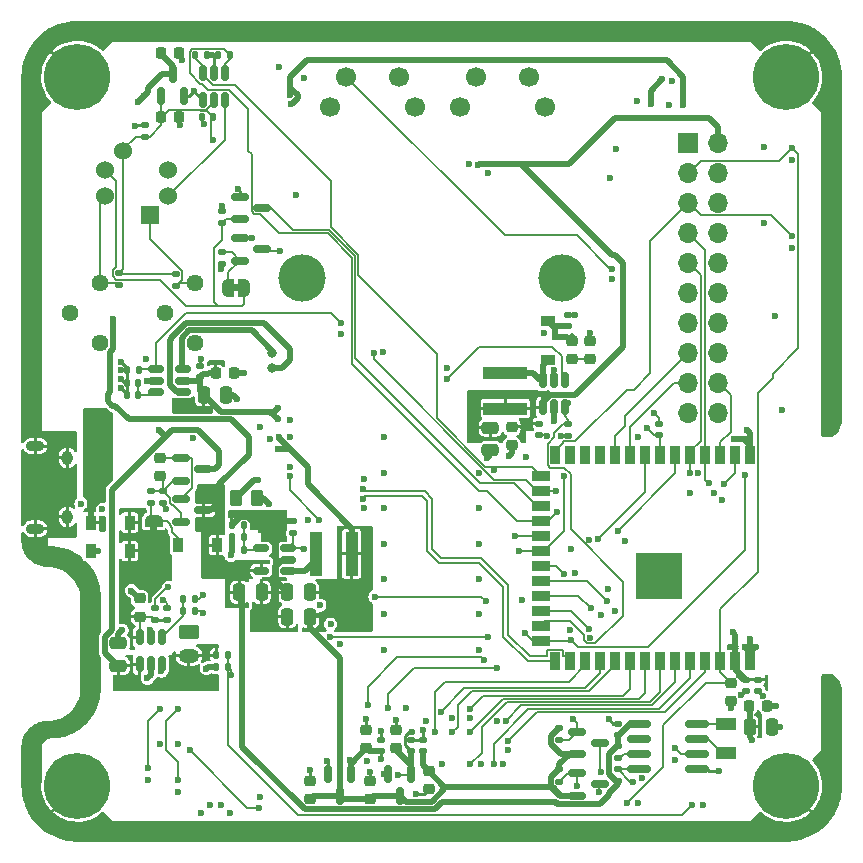
<source format=gbl>
G04 #@! TF.GenerationSoftware,KiCad,Pcbnew,(6.0.10)*
G04 #@! TF.CreationDate,2023-01-06T16:36:23-08:00*
G04 #@! TF.ProjectId,ai-camera,61692d63-616d-4657-9261-2e6b69636164,rev?*
G04 #@! TF.SameCoordinates,Original*
G04 #@! TF.FileFunction,Copper,L4,Bot*
G04 #@! TF.FilePolarity,Positive*
%FSLAX46Y46*%
G04 Gerber Fmt 4.6, Leading zero omitted, Abs format (unit mm)*
G04 Created by KiCad (PCBNEW (6.0.10)) date 2023-01-06 16:36:23*
%MOMM*%
%LPD*%
G01*
G04 APERTURE LIST*
G04 Aperture macros list*
%AMRoundRect*
0 Rectangle with rounded corners*
0 $1 Rounding radius*
0 $2 $3 $4 $5 $6 $7 $8 $9 X,Y pos of 4 corners*
0 Add a 4 corners polygon primitive as box body*
4,1,4,$2,$3,$4,$5,$6,$7,$8,$9,$2,$3,0*
0 Add four circle primitives for the rounded corners*
1,1,$1+$1,$2,$3*
1,1,$1+$1,$4,$5*
1,1,$1+$1,$6,$7*
1,1,$1+$1,$8,$9*
0 Add four rect primitives between the rounded corners*
20,1,$1+$1,$2,$3,$4,$5,0*
20,1,$1+$1,$4,$5,$6,$7,0*
20,1,$1+$1,$6,$7,$8,$9,0*
20,1,$1+$1,$8,$9,$2,$3,0*%
%AMFreePoly0*
4,1,22,0.500000,-0.750000,0.000000,-0.750000,0.000000,-0.745033,-0.079941,-0.743568,-0.215256,-0.701293,-0.333266,-0.622738,-0.424486,-0.514219,-0.481581,-0.384460,-0.499164,-0.250000,-0.500000,-0.250000,-0.500000,0.250000,-0.499164,0.250000,-0.499963,0.256109,-0.478152,0.396186,-0.417904,0.524511,-0.324060,0.630769,-0.204165,0.706417,-0.067858,0.745374,0.000000,0.744959,0.000000,0.750000,
0.500000,0.750000,0.500000,-0.750000,0.500000,-0.750000,$1*%
%AMFreePoly1*
4,1,20,0.000000,0.744959,0.073905,0.744508,0.209726,0.703889,0.328688,0.626782,0.421226,0.519385,0.479903,0.390333,0.500000,0.250000,0.500000,-0.250000,0.499851,-0.262216,0.476331,-0.402017,0.414519,-0.529596,0.319384,-0.634700,0.198574,-0.708877,0.061801,-0.746166,0.000000,-0.745033,0.000000,-0.750000,-0.500000,-0.750000,-0.500000,0.750000,0.000000,0.750000,0.000000,0.744959,
0.000000,0.744959,$1*%
G04 Aperture macros list end*
G04 #@! TA.AperFunction,ConnectorPad*
%ADD10C,5.600000*%
G04 #@! TD*
G04 #@! TA.AperFunction,ComponentPad*
%ADD11C,3.600000*%
G04 #@! TD*
G04 #@! TA.AperFunction,WasherPad*
%ADD12C,4.000000*%
G04 #@! TD*
G04 #@! TA.AperFunction,WasherPad*
%ADD13C,1.700000*%
G04 #@! TD*
G04 #@! TA.AperFunction,ComponentPad*
%ADD14C,1.700000*%
G04 #@! TD*
G04 #@! TA.AperFunction,ComponentPad*
%ADD15RoundRect,0.250000X-0.625000X0.350000X-0.625000X-0.350000X0.625000X-0.350000X0.625000X0.350000X0*%
G04 #@! TD*
G04 #@! TA.AperFunction,ComponentPad*
%ADD16O,1.750000X1.200000*%
G04 #@! TD*
G04 #@! TA.AperFunction,ComponentPad*
%ADD17C,1.440000*%
G04 #@! TD*
G04 #@! TA.AperFunction,ComponentPad*
%ADD18C,0.800000*%
G04 #@! TD*
G04 #@! TA.AperFunction,ComponentPad*
%ADD19O,1.550000X0.890000*%
G04 #@! TD*
G04 #@! TA.AperFunction,ComponentPad*
%ADD20O,0.950000X1.250000*%
G04 #@! TD*
G04 #@! TA.AperFunction,ComponentPad*
%ADD21R,1.700000X1.700000*%
G04 #@! TD*
G04 #@! TA.AperFunction,ComponentPad*
%ADD22O,1.700000X1.700000*%
G04 #@! TD*
G04 #@! TA.AperFunction,ComponentPad*
%ADD23R,1.524000X1.524000*%
G04 #@! TD*
G04 #@! TA.AperFunction,ComponentPad*
%ADD24C,1.524000*%
G04 #@! TD*
G04 #@! TA.AperFunction,SMDPad,CuDef*
%ADD25RoundRect,0.150000X-0.587500X-0.150000X0.587500X-0.150000X0.587500X0.150000X-0.587500X0.150000X0*%
G04 #@! TD*
G04 #@! TA.AperFunction,SMDPad,CuDef*
%ADD26RoundRect,0.250000X0.475000X-0.250000X0.475000X0.250000X-0.475000X0.250000X-0.475000X-0.250000X0*%
G04 #@! TD*
G04 #@! TA.AperFunction,SMDPad,CuDef*
%ADD27R,1.100000X3.700000*%
G04 #@! TD*
G04 #@! TA.AperFunction,SMDPad,CuDef*
%ADD28RoundRect,0.225000X0.250000X-0.225000X0.250000X0.225000X-0.250000X0.225000X-0.250000X-0.225000X0*%
G04 #@! TD*
G04 #@! TA.AperFunction,SMDPad,CuDef*
%ADD29RoundRect,0.140000X0.170000X-0.140000X0.170000X0.140000X-0.170000X0.140000X-0.170000X-0.140000X0*%
G04 #@! TD*
G04 #@! TA.AperFunction,SMDPad,CuDef*
%ADD30RoundRect,0.135000X0.185000X-0.135000X0.185000X0.135000X-0.185000X0.135000X-0.185000X-0.135000X0*%
G04 #@! TD*
G04 #@! TA.AperFunction,SMDPad,CuDef*
%ADD31RoundRect,0.135000X0.135000X0.185000X-0.135000X0.185000X-0.135000X-0.185000X0.135000X-0.185000X0*%
G04 #@! TD*
G04 #@! TA.AperFunction,SMDPad,CuDef*
%ADD32R,0.900000X1.500000*%
G04 #@! TD*
G04 #@! TA.AperFunction,SMDPad,CuDef*
%ADD33R,1.500000X0.900000*%
G04 #@! TD*
G04 #@! TA.AperFunction,ComponentPad*
%ADD34C,0.600000*%
G04 #@! TD*
G04 #@! TA.AperFunction,SMDPad,CuDef*
%ADD35R,3.900000X3.900000*%
G04 #@! TD*
G04 #@! TA.AperFunction,SMDPad,CuDef*
%ADD36RoundRect,0.140000X0.140000X0.170000X-0.140000X0.170000X-0.140000X-0.170000X0.140000X-0.170000X0*%
G04 #@! TD*
G04 #@! TA.AperFunction,SMDPad,CuDef*
%ADD37R,1.800000X1.000000*%
G04 #@! TD*
G04 #@! TA.AperFunction,SMDPad,CuDef*
%ADD38RoundRect,0.225000X0.225000X0.250000X-0.225000X0.250000X-0.225000X-0.250000X0.225000X-0.250000X0*%
G04 #@! TD*
G04 #@! TA.AperFunction,SMDPad,CuDef*
%ADD39RoundRect,0.140000X-0.170000X0.140000X-0.170000X-0.140000X0.170000X-0.140000X0.170000X0.140000X0*%
G04 #@! TD*
G04 #@! TA.AperFunction,SMDPad,CuDef*
%ADD40R,0.900000X1.200000*%
G04 #@! TD*
G04 #@! TA.AperFunction,SMDPad,CuDef*
%ADD41RoundRect,0.135000X-0.135000X-0.185000X0.135000X-0.185000X0.135000X0.185000X-0.135000X0.185000X0*%
G04 #@! TD*
G04 #@! TA.AperFunction,SMDPad,CuDef*
%ADD42RoundRect,0.250000X0.250000X0.475000X-0.250000X0.475000X-0.250000X-0.475000X0.250000X-0.475000X0*%
G04 #@! TD*
G04 #@! TA.AperFunction,SMDPad,CuDef*
%ADD43RoundRect,0.135000X-0.185000X0.135000X-0.185000X-0.135000X0.185000X-0.135000X0.185000X0.135000X0*%
G04 #@! TD*
G04 #@! TA.AperFunction,SMDPad,CuDef*
%ADD44R,3.700000X1.100000*%
G04 #@! TD*
G04 #@! TA.AperFunction,SMDPad,CuDef*
%ADD45RoundRect,0.150000X-0.150000X0.587500X-0.150000X-0.587500X0.150000X-0.587500X0.150000X0.587500X0*%
G04 #@! TD*
G04 #@! TA.AperFunction,SMDPad,CuDef*
%ADD46RoundRect,0.140000X-0.140000X-0.170000X0.140000X-0.170000X0.140000X0.170000X-0.140000X0.170000X0*%
G04 #@! TD*
G04 #@! TA.AperFunction,SMDPad,CuDef*
%ADD47FreePoly0,270.000000*%
G04 #@! TD*
G04 #@! TA.AperFunction,SMDPad,CuDef*
%ADD48FreePoly1,270.000000*%
G04 #@! TD*
G04 #@! TA.AperFunction,SMDPad,CuDef*
%ADD49RoundRect,0.150000X0.150000X-0.587500X0.150000X0.587500X-0.150000X0.587500X-0.150000X-0.587500X0*%
G04 #@! TD*
G04 #@! TA.AperFunction,SMDPad,CuDef*
%ADD50FreePoly0,180.000000*%
G04 #@! TD*
G04 #@! TA.AperFunction,SMDPad,CuDef*
%ADD51FreePoly1,180.000000*%
G04 #@! TD*
G04 #@! TA.AperFunction,SMDPad,CuDef*
%ADD52RoundRect,0.150000X0.825000X0.150000X-0.825000X0.150000X-0.825000X-0.150000X0.825000X-0.150000X0*%
G04 #@! TD*
G04 #@! TA.AperFunction,SMDPad,CuDef*
%ADD53RoundRect,0.150000X-0.150000X0.512500X-0.150000X-0.512500X0.150000X-0.512500X0.150000X0.512500X0*%
G04 #@! TD*
G04 #@! TA.AperFunction,SMDPad,CuDef*
%ADD54RoundRect,0.225000X-0.250000X0.225000X-0.250000X-0.225000X0.250000X-0.225000X0.250000X0.225000X0*%
G04 #@! TD*
G04 #@! TA.AperFunction,SMDPad,CuDef*
%ADD55R,1.200000X0.900000*%
G04 #@! TD*
G04 #@! TA.AperFunction,SMDPad,CuDef*
%ADD56RoundRect,0.225000X-0.225000X-0.250000X0.225000X-0.250000X0.225000X0.250000X-0.225000X0.250000X0*%
G04 #@! TD*
G04 #@! TA.AperFunction,SMDPad,CuDef*
%ADD57RoundRect,0.150000X0.512500X0.150000X-0.512500X0.150000X-0.512500X-0.150000X0.512500X-0.150000X0*%
G04 #@! TD*
G04 #@! TA.AperFunction,SMDPad,CuDef*
%ADD58RoundRect,0.250000X-0.250000X-0.475000X0.250000X-0.475000X0.250000X0.475000X-0.250000X0.475000X0*%
G04 #@! TD*
G04 #@! TA.AperFunction,SMDPad,CuDef*
%ADD59RoundRect,0.150000X-0.512500X-0.150000X0.512500X-0.150000X0.512500X0.150000X-0.512500X0.150000X0*%
G04 #@! TD*
G04 #@! TA.AperFunction,SMDPad,CuDef*
%ADD60RoundRect,0.250000X0.262500X0.450000X-0.262500X0.450000X-0.262500X-0.450000X0.262500X-0.450000X0*%
G04 #@! TD*
G04 #@! TA.AperFunction,SMDPad,CuDef*
%ADD61RoundRect,0.150000X0.150000X-0.512500X0.150000X0.512500X-0.150000X0.512500X-0.150000X-0.512500X0*%
G04 #@! TD*
G04 #@! TA.AperFunction,ViaPad*
%ADD62C,0.600000*%
G04 #@! TD*
G04 #@! TA.AperFunction,Conductor*
%ADD63C,0.250000*%
G04 #@! TD*
G04 #@! TA.AperFunction,Conductor*
%ADD64C,0.500000*%
G04 #@! TD*
G04 #@! TA.AperFunction,Conductor*
%ADD65C,0.127000*%
G04 #@! TD*
G04 #@! TA.AperFunction,Conductor*
%ADD66C,0.203200*%
G04 #@! TD*
G04 #@! TA.AperFunction,Conductor*
%ADD67C,0.200000*%
G04 #@! TD*
G04 APERTURE END LIST*
G36*
X106750000Y-88475000D02*
G01*
X106150000Y-88475000D01*
X106150000Y-87975000D01*
X106750000Y-87975000D01*
X106750000Y-88475000D01*
G37*
G36*
X113670000Y-68150000D02*
G01*
X113170000Y-68150000D01*
X113170000Y-67550000D01*
X113670000Y-67550000D01*
X113670000Y-68150000D01*
G37*
D10*
X100000000Y-110000000D03*
D11*
X100000000Y-110000000D03*
X100000000Y-50000000D03*
D10*
X100000000Y-50000000D03*
D12*
X119000000Y-67000000D03*
X141000000Y-67000000D03*
D13*
X121400000Y-52500000D03*
X128600000Y-52500000D03*
D14*
X127250000Y-50000000D03*
X122750000Y-50000000D03*
D15*
X109450000Y-97000000D03*
D16*
X109450000Y-99000000D03*
D17*
X109925000Y-67475000D03*
X107385000Y-70015000D03*
X109925000Y-72555000D03*
D13*
X139600000Y-52500000D03*
X132400000Y-52500000D03*
D14*
X138250000Y-50000000D03*
X133750000Y-50000000D03*
D18*
X116500000Y-74625000D03*
X116500000Y-73375000D03*
D19*
X96450000Y-81250000D03*
D20*
X99150000Y-87250000D03*
X99150000Y-82250000D03*
D19*
X96450000Y-88250000D03*
D17*
X101925000Y-67475000D03*
X99385000Y-70015000D03*
X101925000Y-72555000D03*
D11*
X160000000Y-50000000D03*
D10*
X160000000Y-50000000D03*
D21*
X151725000Y-55575000D03*
D22*
X154265000Y-55575000D03*
X151725000Y-58115000D03*
X154265000Y-58115000D03*
X151725000Y-60655000D03*
X154265000Y-60655000D03*
X151725000Y-63195000D03*
X154265000Y-63195000D03*
X151725000Y-65735000D03*
X154265000Y-65735000D03*
X151725000Y-68275000D03*
X154265000Y-68275000D03*
X151725000Y-70815000D03*
X154265000Y-70815000D03*
X151725000Y-73355000D03*
X154265000Y-73355000D03*
X151725000Y-75895000D03*
X154265000Y-75895000D03*
X151725000Y-78435000D03*
X154265000Y-78435000D03*
D11*
X160000000Y-110000000D03*
D10*
X160000000Y-110000000D03*
D23*
X106123152Y-61691848D03*
D24*
X107700000Y-60115000D03*
X107700000Y-57885000D03*
X103876848Y-56308152D03*
X102300000Y-57885000D03*
X102300000Y-60115000D03*
D25*
X113772500Y-65540000D03*
X113772500Y-63640000D03*
X115647500Y-64590000D03*
D26*
X103450000Y-99850000D03*
X103450000Y-97950000D03*
D27*
X120230000Y-90360000D03*
X123230000Y-90360000D03*
D28*
X136790000Y-81185000D03*
X136790000Y-79635000D03*
D29*
X145750000Y-105730000D03*
X145750000Y-104770000D03*
D30*
X118275000Y-88635000D03*
X118275000Y-87615000D03*
D31*
X112790000Y-99970000D03*
X111770000Y-99970000D03*
D32*
X156980000Y-99480000D03*
X155710000Y-99480000D03*
X154440000Y-99480000D03*
X153170000Y-99480000D03*
X151900000Y-99480000D03*
X150630000Y-99480000D03*
X149360000Y-99480000D03*
X148090000Y-99480000D03*
X146820000Y-99480000D03*
X145550000Y-99480000D03*
X144280000Y-99480000D03*
X143010000Y-99480000D03*
X141740000Y-99480000D03*
X140470000Y-99480000D03*
D33*
X139220000Y-97715000D03*
X139220000Y-96445000D03*
X139220000Y-95175000D03*
X139220000Y-93905000D03*
X139220000Y-92635000D03*
X139220000Y-91365000D03*
X139220000Y-90095000D03*
X139220000Y-88825000D03*
X139220000Y-87555000D03*
X139220000Y-86285000D03*
X139220000Y-85015000D03*
X139220000Y-83745000D03*
D32*
X140470000Y-81980000D03*
X141740000Y-81980000D03*
X143010000Y-81980000D03*
X144280000Y-81980000D03*
X145550000Y-81980000D03*
X146820000Y-81980000D03*
X148090000Y-81980000D03*
X149360000Y-81980000D03*
X150630000Y-81980000D03*
X151900000Y-81980000D03*
X153170000Y-81980000D03*
X154440000Y-81980000D03*
X155710000Y-81980000D03*
X156980000Y-81980000D03*
D34*
X149960000Y-92230000D03*
D35*
X149260000Y-92230000D03*
D34*
X149960000Y-93630000D03*
X149260000Y-92930000D03*
X149960000Y-90830000D03*
X147860000Y-92930000D03*
X150660000Y-92930000D03*
X147860000Y-91530000D03*
X149260000Y-91530000D03*
X148560000Y-90830000D03*
X148560000Y-92230000D03*
X150660000Y-91530000D03*
X148560000Y-93630000D03*
D36*
X105155000Y-75875000D03*
X104195000Y-75875000D03*
D37*
X154925000Y-107275000D03*
X154925000Y-104775000D03*
D38*
X113250000Y-75100000D03*
X111700000Y-75100000D03*
D39*
X141580000Y-70130000D03*
X141580000Y-71090000D03*
D40*
X104425000Y-90125000D03*
X101125000Y-90125000D03*
D41*
X104190000Y-74825000D03*
X105210000Y-74825000D03*
D38*
X108645000Y-47955000D03*
X107095000Y-47955000D03*
D42*
X112600000Y-76900000D03*
X110700000Y-76900000D03*
D39*
X156620000Y-101030000D03*
X156620000Y-101990000D03*
D28*
X124750000Y-111150000D03*
X124750000Y-109600000D03*
D25*
X108775000Y-84175000D03*
X108775000Y-82275000D03*
X110650000Y-83225000D03*
D29*
X105720000Y-55060000D03*
X105720000Y-54100000D03*
D30*
X107550000Y-95985000D03*
X107550000Y-94965000D03*
X145750000Y-109635000D03*
X145750000Y-108615000D03*
D39*
X129260000Y-106130000D03*
X129260000Y-107090000D03*
D28*
X124440000Y-106845000D03*
X124440000Y-105295000D03*
D43*
X140800000Y-105110000D03*
X140800000Y-106130000D03*
D36*
X111500000Y-53392500D03*
X110540000Y-53392500D03*
D44*
X136240000Y-78070000D03*
X136240000Y-75070000D03*
D43*
X108350000Y-66690000D03*
X108350000Y-67710000D03*
D45*
X126325000Y-108987500D03*
X128225000Y-108987500D03*
X127275000Y-110862500D03*
D43*
X103525000Y-66615000D03*
X103525000Y-67635000D03*
D31*
X111005000Y-48167500D03*
X109985000Y-48167500D03*
D46*
X113120000Y-90010000D03*
X114080000Y-90010000D03*
D47*
X106450000Y-87575000D03*
D48*
X106450000Y-88875000D03*
D41*
X113090000Y-88970000D03*
X114110000Y-88970000D03*
D26*
X134970000Y-81590000D03*
X134970000Y-79690000D03*
D30*
X112235000Y-65850000D03*
X112235000Y-64830000D03*
D39*
X110425000Y-74445000D03*
X110425000Y-75405000D03*
D49*
X109020000Y-51617500D03*
X107120000Y-51617500D03*
X108070000Y-49742500D03*
D39*
X157630000Y-101020000D03*
X157630000Y-101980000D03*
D31*
X114100000Y-87930000D03*
X113080000Y-87930000D03*
D50*
X114070000Y-67850000D03*
D51*
X112770000Y-67850000D03*
D52*
X152475000Y-104795000D03*
X152475000Y-106065000D03*
X152475000Y-107335000D03*
X152475000Y-108605000D03*
X147525000Y-108605000D03*
X147525000Y-107335000D03*
X147525000Y-106065000D03*
X147525000Y-104795000D03*
D53*
X139395000Y-75692500D03*
X140345000Y-75692500D03*
X141295000Y-75692500D03*
X141295000Y-77967500D03*
X140345000Y-77967500D03*
X139395000Y-77967500D03*
D54*
X141850000Y-72365000D03*
X141850000Y-73915000D03*
D53*
X110620000Y-49655000D03*
X111570000Y-49655000D03*
X112520000Y-49655000D03*
X112520000Y-51930000D03*
X111570000Y-51930000D03*
X110620000Y-51930000D03*
D41*
X111935000Y-48167500D03*
X112955000Y-48167500D03*
D40*
X104425000Y-87725000D03*
X101125000Y-87725000D03*
D25*
X142337500Y-107325000D03*
X142337500Y-105425000D03*
X144212500Y-106375000D03*
D43*
X107237500Y-85015000D03*
X107237500Y-86035000D03*
D30*
X106212500Y-86035000D03*
X106212500Y-85015000D03*
D55*
X139810000Y-70640000D03*
X139810000Y-73940000D03*
D56*
X156865000Y-103230000D03*
X158415000Y-103230000D03*
D30*
X141560000Y-80380000D03*
X141560000Y-79360000D03*
D43*
X140800000Y-108630000D03*
X140800000Y-109650000D03*
D28*
X155350000Y-102865000D03*
X155350000Y-101315000D03*
D56*
X107095000Y-53430000D03*
X108645000Y-53430000D03*
D39*
X149230000Y-79360000D03*
X149230000Y-80320000D03*
D57*
X117835000Y-89910000D03*
X117835000Y-90860000D03*
X117835000Y-91810000D03*
X115560000Y-91810000D03*
X115560000Y-89910000D03*
D54*
X143400000Y-72355000D03*
X143400000Y-73905000D03*
D41*
X108940000Y-95240000D03*
X109960000Y-95240000D03*
D42*
X119690000Y-93630000D03*
X117790000Y-93630000D03*
D58*
X113700000Y-93620000D03*
X115600000Y-93620000D03*
D28*
X119695000Y-111125000D03*
X119695000Y-109575000D03*
D36*
X105155000Y-76925000D03*
X104195000Y-76925000D03*
D59*
X106637500Y-76650000D03*
X106637500Y-75700000D03*
X106637500Y-74750000D03*
X108912500Y-74750000D03*
X108912500Y-75700000D03*
X108912500Y-76650000D03*
D43*
X145750000Y-106665000D03*
X145750000Y-107685000D03*
D39*
X128270000Y-106140000D03*
X128270000Y-107100000D03*
D40*
X111850000Y-89650000D03*
X108550000Y-89650000D03*
D58*
X156910000Y-105030000D03*
X158810000Y-105030000D03*
D30*
X106600000Y-96010000D03*
X106600000Y-94990000D03*
D41*
X108940000Y-94190000D03*
X109960000Y-94190000D03*
D54*
X105275000Y-94150000D03*
X105275000Y-95700000D03*
D28*
X126990000Y-106845000D03*
X126990000Y-105295000D03*
D43*
X112260000Y-61355000D03*
X112260000Y-62375000D03*
D28*
X106987500Y-83800000D03*
X106987500Y-82250000D03*
D42*
X119680000Y-95690000D03*
X117780000Y-95690000D03*
D54*
X129760000Y-108735000D03*
X129760000Y-110285000D03*
D60*
X115237500Y-85650000D03*
X113412500Y-85650000D03*
D45*
X121245000Y-108987500D03*
X123145000Y-108987500D03*
X122195000Y-110862500D03*
D39*
X125710000Y-106120000D03*
X125710000Y-107080000D03*
D25*
X142337500Y-110850000D03*
X142337500Y-108950000D03*
X144212500Y-109900000D03*
D61*
X107175000Y-99712500D03*
X106225000Y-99712500D03*
X105275000Y-99712500D03*
X105275000Y-97437500D03*
X106225000Y-97437500D03*
X107175000Y-97437500D03*
D25*
X113797500Y-62040000D03*
X113797500Y-60140000D03*
X115672500Y-61090000D03*
D29*
X139100000Y-80330000D03*
X139100000Y-79370000D03*
D41*
X111760000Y-98950000D03*
X112780000Y-98950000D03*
D25*
X108775000Y-87650000D03*
X108775000Y-85750000D03*
X110650000Y-86700000D03*
D62*
X122350000Y-71750000D03*
X129500000Y-104500000D03*
X110910000Y-100100000D03*
X105930000Y-100920000D03*
X111407500Y-48167500D03*
X156450000Y-80650000D03*
X141820000Y-89990000D03*
X159170000Y-103270000D03*
X117290000Y-88340000D03*
X144968517Y-93351483D03*
X115750000Y-96250000D03*
X124760000Y-108840000D03*
X139740000Y-80360000D03*
X143343931Y-89185097D03*
X115000000Y-96250000D03*
X131750000Y-104250000D03*
X103710000Y-75540000D03*
X141700000Y-96840000D03*
X128670000Y-110706998D03*
X158140000Y-55970000D03*
X112950000Y-112300000D03*
X118500000Y-59975000D03*
X147400000Y-52010000D03*
X116500000Y-88500000D03*
X102110000Y-86600000D03*
X126000000Y-86500000D03*
X136553500Y-82100000D03*
X136000000Y-108200000D03*
X115428698Y-79676500D03*
X122200000Y-98000000D03*
X156980000Y-97620000D03*
X124490000Y-107940000D03*
X153873501Y-85184986D03*
X103690000Y-76350000D03*
X133180000Y-57380000D03*
X129230000Y-105310000D03*
X113640000Y-59460000D03*
X142167739Y-91980000D03*
X126990001Y-104430001D03*
X125900000Y-73270000D03*
X160500000Y-57000000D03*
X108690000Y-54100000D03*
X125740000Y-105384672D03*
X147460000Y-80450000D03*
X124250000Y-84000000D03*
X126000000Y-92500000D03*
X121440000Y-96330000D03*
X147775000Y-109350000D03*
X144300000Y-95590000D03*
X145610000Y-56110000D03*
X115547039Y-88332961D03*
X110510000Y-73880000D03*
X143400000Y-71660000D03*
X113520000Y-77270000D03*
X126000000Y-89500000D03*
X155610000Y-80650000D03*
X134000000Y-86500000D03*
X156710000Y-79890000D03*
X158080000Y-102450000D03*
X154350000Y-108790735D03*
X146350000Y-89325000D03*
X140950000Y-80360000D03*
X126000000Y-95500000D03*
X156220000Y-102330000D03*
X120530000Y-94720000D03*
X142140000Y-70130000D03*
X108500000Y-110500000D03*
X143370000Y-97470000D03*
X126000000Y-98500000D03*
X150310000Y-50340000D03*
X151860000Y-85260000D03*
X118000000Y-83000000D03*
X109850000Y-51190000D03*
X140330000Y-74816502D03*
X147500000Y-111485000D03*
X134000000Y-98500000D03*
X126000000Y-83500000D03*
X130860000Y-108210000D03*
X104890000Y-54120000D03*
X137956500Y-82178949D03*
X134000000Y-89500000D03*
X112200000Y-111650000D03*
X114790000Y-63620000D03*
X103730000Y-74820000D03*
X103680000Y-74090000D03*
X134000000Y-92500000D03*
X159630000Y-78200000D03*
X145525000Y-95250000D03*
X116250000Y-86190000D03*
X119223500Y-50125000D03*
X133997694Y-83502130D03*
X112190000Y-66270000D03*
X110450000Y-112300000D03*
X124440000Y-104380000D03*
X150575000Y-107825000D03*
X110710000Y-53980000D03*
X115000000Y-95500000D03*
X136500000Y-107000000D03*
X157450000Y-98230000D03*
X107000000Y-106500000D03*
X109830000Y-80540000D03*
X150050000Y-52370000D03*
X108500000Y-106500000D03*
X160500000Y-64500000D03*
X115750000Y-95500000D03*
X134000000Y-95500000D03*
X114090000Y-75100000D03*
X131290000Y-74600000D03*
X137650000Y-94250000D03*
X139480000Y-71640000D03*
X127840000Y-103460000D03*
X119500000Y-87500000D03*
X105792309Y-73853500D03*
X155370000Y-103420000D03*
X159040000Y-70250000D03*
X134140000Y-108200000D03*
X100300000Y-86120000D03*
X108850000Y-48550000D03*
X125950000Y-109020000D03*
X116336727Y-80681903D03*
X148853500Y-78463759D03*
X133250000Y-104273497D03*
X103780000Y-96840000D03*
X152930000Y-111680000D03*
X106000000Y-109500000D03*
X126000000Y-80500000D03*
X104570000Y-93480000D03*
X118000000Y-80500000D03*
X112250000Y-60890000D03*
X134730000Y-58090000D03*
X118000000Y-79019920D03*
X110625000Y-93850000D03*
X105920000Y-75720000D03*
X144970000Y-104360000D03*
X156530000Y-98240000D03*
X119690000Y-108700000D03*
X111200000Y-111650000D03*
X159487498Y-105007498D03*
X110650000Y-95425000D03*
X152585000Y-83500000D03*
X135508609Y-104508609D03*
X117090935Y-49165781D03*
X145301500Y-67100000D03*
X134660000Y-82300000D03*
X158100000Y-62400000D03*
X115500000Y-111000000D03*
X121160000Y-107900000D03*
X145096500Y-58540000D03*
X107500000Y-86600000D03*
X124250000Y-86500000D03*
X154598237Y-85846180D03*
X163000000Y-112000000D03*
X164000000Y-110000000D03*
X137000000Y-114000000D03*
X164000000Y-101000000D03*
X96000000Y-56000000D03*
X139000000Y-46000000D03*
X154000000Y-46000000D03*
X101000000Y-95000000D03*
X101000000Y-101000000D03*
X164000000Y-50000000D03*
X143000000Y-114000000D03*
X157000000Y-46000000D03*
X151000000Y-46000000D03*
X96000000Y-107000000D03*
X146000000Y-114000000D03*
X101000000Y-114000000D03*
X164000000Y-74000000D03*
X164000000Y-65000000D03*
X103000000Y-46000000D03*
X97500000Y-113000000D03*
X121000000Y-46000000D03*
X107000000Y-114000000D03*
X131000000Y-114000000D03*
X97000000Y-90000000D03*
X148000000Y-46000000D03*
X155000000Y-114000000D03*
X122000000Y-114000000D03*
X127000000Y-46000000D03*
X160000000Y-46000000D03*
X164000000Y-77000000D03*
X109000000Y-46000000D03*
X96000000Y-71000000D03*
X164000000Y-104000000D03*
X164000000Y-62000000D03*
X104000000Y-114000000D03*
X164000000Y-68000000D03*
X98000000Y-105000000D03*
X136000000Y-46000000D03*
X96000000Y-74000000D03*
X164000000Y-71000000D03*
X97500000Y-47500000D03*
X110000000Y-114000000D03*
X161000000Y-114000000D03*
X162500000Y-47500000D03*
X140000000Y-114000000D03*
X100000000Y-92000000D03*
X164000000Y-56000000D03*
X164000000Y-59000000D03*
X152000000Y-114000000D03*
X96000000Y-62000000D03*
X101000000Y-98000000D03*
X96000000Y-68000000D03*
X96000000Y-77000000D03*
X133000000Y-46000000D03*
X116000000Y-114000000D03*
X128000000Y-114000000D03*
X134000000Y-114000000D03*
X113000000Y-114000000D03*
X164000000Y-53000000D03*
X115000000Y-46000000D03*
X119000000Y-114000000D03*
X164000000Y-107000000D03*
X96000000Y-50000000D03*
X142000000Y-46000000D03*
X96000000Y-53000000D03*
X149000000Y-114000000D03*
X164000000Y-80000000D03*
X106000000Y-46000000D03*
X124000000Y-46000000D03*
X112000000Y-46000000D03*
X100000000Y-46000000D03*
X125000000Y-114000000D03*
X96000000Y-59000000D03*
X118000000Y-46000000D03*
X96000000Y-65000000D03*
X96000000Y-110000000D03*
X158000000Y-114000000D03*
X130000000Y-46000000D03*
X145000000Y-46000000D03*
X134720000Y-57360000D03*
X133950000Y-57450000D03*
X113500000Y-92000000D03*
X102980000Y-70520000D03*
X105664854Y-51589854D03*
X105152354Y-52102354D03*
X106900000Y-79880000D03*
X111500000Y-55300000D03*
X113000000Y-90500000D03*
X117037359Y-80489754D03*
X123000000Y-96000000D03*
X156048292Y-100617256D03*
X118040000Y-51530000D03*
X149200000Y-48590000D03*
X121000000Y-95500000D03*
X149860000Y-48600000D03*
X118050000Y-52260000D03*
X117000000Y-79000000D03*
X151270000Y-52370000D03*
X123000000Y-95000000D03*
X117000000Y-81500000D03*
X117000000Y-78000000D03*
X129260000Y-107990000D03*
X157100000Y-106150000D03*
X155500000Y-97000000D03*
X140500000Y-82000000D03*
X120500000Y-87500000D03*
X160500000Y-63500000D03*
X118000000Y-83771900D03*
X109500000Y-107000000D03*
X154480000Y-99410000D03*
X115403517Y-111903517D03*
X146500000Y-111485000D03*
X160500000Y-56000000D03*
X145301500Y-66230000D03*
X148240000Y-79760000D03*
X125749999Y-107743728D03*
X123120000Y-107840000D03*
X127150000Y-109090000D03*
X128340000Y-105433500D03*
X133250000Y-103500000D03*
X102500000Y-78500000D03*
X102500000Y-79500000D03*
X101500000Y-78500000D03*
X101780000Y-90150000D03*
X107120522Y-100302123D03*
X107696636Y-93214154D03*
X124180000Y-84865000D03*
X124180000Y-85715000D03*
X108500000Y-103500000D03*
X108500000Y-109500000D03*
X153446490Y-84395027D03*
X151858497Y-83500000D03*
X107000000Y-103500000D03*
X106000000Y-108500000D03*
X117140000Y-64772599D03*
X125200000Y-94000000D03*
X150600000Y-106800000D03*
X134600000Y-94400000D03*
X136500000Y-106250000D03*
X135250000Y-108200000D03*
X136250000Y-104500000D03*
X133260000Y-108200000D03*
X133250000Y-105500000D03*
X131750000Y-105500000D03*
X130750000Y-103750000D03*
X130250000Y-105500000D03*
X141230303Y-92112662D03*
X144070000Y-89160000D03*
X143348630Y-96743812D03*
X143450000Y-94930000D03*
X144830000Y-94330000D03*
X137920000Y-97070000D03*
X141760000Y-97640000D03*
X141990000Y-104360000D03*
X126280000Y-103390000D03*
X156500000Y-83690000D03*
X135550000Y-100080000D03*
X142320000Y-109990000D03*
X134430000Y-99330000D03*
X124580000Y-103150000D03*
X141190000Y-83763500D03*
X137430000Y-90170000D03*
X106169340Y-96837201D03*
X107280000Y-94250000D03*
X149540000Y-50170000D03*
X148530000Y-52270000D03*
X140433517Y-71986483D03*
X140350000Y-79090000D03*
X131280000Y-75570000D03*
X115260000Y-84120000D03*
X144325000Y-108825000D03*
X146850000Y-107325000D03*
X147075000Y-109650000D03*
X144175000Y-110525000D03*
X119175000Y-89950000D03*
X134800000Y-97400000D03*
X137040000Y-88860000D03*
X121400000Y-97400000D03*
X152000000Y-111620000D03*
X113020000Y-100640000D03*
X154775000Y-84450000D03*
X135280000Y-83280000D03*
X140580000Y-86800000D03*
X145750000Y-88450000D03*
X140550000Y-85090000D03*
X122360000Y-70840000D03*
X125090000Y-73340000D03*
X141540000Y-77640000D03*
D63*
X113797500Y-60140000D02*
X113797500Y-59617500D01*
D64*
X114829077Y-87615000D02*
X114447077Y-87233000D01*
X159464996Y-105030000D02*
X159487498Y-105007498D01*
X134970000Y-81990000D02*
X134660000Y-82300000D01*
X155350000Y-102865000D02*
X155350000Y-103400000D01*
X105240000Y-94150000D02*
X104570000Y-93480000D01*
X156980000Y-81980000D02*
X156980000Y-80160000D01*
D65*
X110465000Y-95240000D02*
X110650000Y-95425000D01*
D64*
X113250000Y-75100000D02*
X114090000Y-75100000D01*
X158810000Y-105030000D02*
X159464996Y-105030000D01*
X116795500Y-89581423D02*
X116795500Y-92635500D01*
D63*
X111407500Y-48167500D02*
X111935000Y-48167500D01*
D64*
X156980000Y-80730000D02*
X156900000Y-80650000D01*
X118275000Y-87615000D02*
X114829077Y-87615000D01*
D63*
X145750000Y-104770000D02*
X145380000Y-104770000D01*
D65*
X107237500Y-86337500D02*
X107500000Y-86600000D01*
D63*
X125710000Y-105414672D02*
X125740000Y-105384672D01*
X108690000Y-53475000D02*
X108690000Y-54100000D01*
X108645000Y-48345000D02*
X108850000Y-48550000D01*
X112260000Y-60900000D02*
X112250000Y-60890000D01*
X106637500Y-75700000D02*
X105940000Y-75700000D01*
X157630000Y-102000000D02*
X158080000Y-102450000D01*
D64*
X116795500Y-91441709D02*
X117377209Y-90860000D01*
D63*
X112235000Y-65850000D02*
X112235000Y-66225000D01*
X104195000Y-75875000D02*
X104195000Y-76925000D01*
D65*
X107237500Y-86035000D02*
X107237500Y-86337500D01*
X140970000Y-80380000D02*
X140950000Y-80360000D01*
D63*
X110425000Y-74445000D02*
X110425000Y-73965000D01*
X109020000Y-51617500D02*
X109422500Y-51617500D01*
X112260000Y-61355000D02*
X112260000Y-60900000D01*
X111570000Y-49655000D02*
X111570000Y-48330000D01*
X112235000Y-66225000D02*
X112190000Y-66270000D01*
D64*
X103450000Y-97950000D02*
X103450000Y-97170000D01*
D63*
X104190000Y-74600000D02*
X103680000Y-74090000D01*
D64*
X156980000Y-81180000D02*
X156450000Y-80650000D01*
X155350000Y-103400000D02*
X155370000Y-103420000D01*
X136790000Y-81185000D02*
X136790000Y-81863500D01*
X117377209Y-90860000D02*
X117835000Y-90860000D01*
D63*
X104195000Y-76855000D02*
X103690000Y-76350000D01*
D64*
X156980000Y-99480000D02*
X156980000Y-98690000D01*
X156980000Y-98700000D02*
X157450000Y-98230000D01*
D63*
X153274265Y-108605000D02*
X153460000Y-108790735D01*
D64*
X116795500Y-92635500D02*
X116795500Y-91441709D01*
D63*
X104045000Y-75875000D02*
X103710000Y-75540000D01*
D65*
X140345000Y-75692500D02*
X140345000Y-74831502D01*
D63*
X119695000Y-108705000D02*
X119690000Y-108700000D01*
X153460000Y-108790735D02*
X154350000Y-108790735D01*
X126990000Y-105295000D02*
X126990001Y-104430001D01*
D64*
X156980000Y-81980000D02*
X156980000Y-81180000D01*
X156980000Y-81980000D02*
X156980000Y-80730000D01*
D63*
X126325000Y-108987500D02*
X125982500Y-108987500D01*
D64*
X159130000Y-103230000D02*
X159170000Y-103270000D01*
D63*
X105940000Y-75700000D02*
X105920000Y-75720000D01*
D64*
X113752923Y-87233000D02*
X114447077Y-87233000D01*
D63*
X113797500Y-59617500D02*
X113640000Y-59460000D01*
D64*
X136790000Y-81863500D02*
X136553500Y-82100000D01*
D63*
X109422500Y-51617500D02*
X109850000Y-51190000D01*
D64*
X115237500Y-85650000D02*
X115710000Y-85650000D01*
X115710000Y-85650000D02*
X116250000Y-86190000D01*
D63*
X129260000Y-106130000D02*
X128280000Y-106130000D01*
X145380000Y-104770000D02*
X144970000Y-104360000D01*
D64*
X156980000Y-99480000D02*
X156980000Y-97620000D01*
D63*
X129260000Y-105340000D02*
X129230000Y-105310000D01*
D64*
X106225000Y-100625000D02*
X105930000Y-100920000D01*
D65*
X139710000Y-80330000D02*
X139740000Y-80360000D01*
D64*
X156980000Y-99480000D02*
X156980000Y-98700000D01*
D63*
X129760000Y-110285000D02*
X129338002Y-110706998D01*
X121245000Y-107985000D02*
X121160000Y-107900000D01*
X113772500Y-63640000D02*
X114770000Y-63640000D01*
D65*
X149230000Y-78840259D02*
X148853500Y-78463759D01*
D63*
X124440000Y-105295000D02*
X124440000Y-104380000D01*
X124750000Y-108850000D02*
X124760000Y-108840000D01*
X124750000Y-109600000D02*
X124750000Y-108850000D01*
D64*
X111770000Y-99970000D02*
X111040000Y-99970000D01*
D63*
X104910000Y-54100000D02*
X104890000Y-54120000D01*
X129338002Y-110706998D02*
X128670000Y-110706998D01*
D65*
X139100000Y-80330000D02*
X139710000Y-80330000D01*
D64*
X156980000Y-98690000D02*
X156530000Y-98240000D01*
D63*
X111005000Y-48167500D02*
X111407500Y-48167500D01*
D65*
X140345000Y-74831502D02*
X140330000Y-74816502D01*
D63*
X156560000Y-101990000D02*
X156220000Y-102330000D01*
D64*
X111040000Y-99970000D02*
X110910000Y-100100000D01*
X112600000Y-76900000D02*
X113150000Y-76900000D01*
D63*
X125710000Y-106120000D02*
X125710000Y-105414672D01*
D64*
X114447077Y-87233000D02*
X116795500Y-89581423D01*
D63*
X110540000Y-53392500D02*
X110540000Y-53810000D01*
X103735000Y-74825000D02*
X103730000Y-74820000D01*
D65*
X141580000Y-70130000D02*
X142140000Y-70130000D01*
D63*
X108645000Y-47955000D02*
X108645000Y-48345000D01*
X104190000Y-74825000D02*
X104190000Y-74600000D01*
X110425000Y-73965000D02*
X110510000Y-73880000D01*
D65*
X141560000Y-80380000D02*
X140970000Y-80380000D01*
D64*
X156900000Y-80650000D02*
X155610000Y-80650000D01*
D63*
X125982500Y-108987500D02*
X125950000Y-109020000D01*
D64*
X113150000Y-76900000D02*
X113520000Y-77270000D01*
D65*
X143400000Y-72355000D02*
X143400000Y-71660000D01*
D64*
X113080000Y-87905923D02*
X113752923Y-87233000D01*
D63*
X104190000Y-74825000D02*
X104190000Y-75870000D01*
D65*
X109960000Y-94190000D02*
X110285000Y-94190000D01*
D64*
X156980000Y-80160000D02*
X156710000Y-79890000D01*
D63*
X110590000Y-51930000D02*
X109850000Y-51190000D01*
X104190000Y-74825000D02*
X103735000Y-74825000D01*
D65*
X109960000Y-95240000D02*
X110465000Y-95240000D01*
D63*
X114770000Y-63640000D02*
X114790000Y-63620000D01*
D64*
X134970000Y-81590000D02*
X134970000Y-81990000D01*
D63*
X111570000Y-48330000D02*
X111407500Y-48167500D01*
D64*
X106225000Y-99712500D02*
X106225000Y-100625000D01*
D65*
X110285000Y-94190000D02*
X110625000Y-93850000D01*
D63*
X105720000Y-54100000D02*
X104910000Y-54100000D01*
D64*
X158415000Y-103230000D02*
X159130000Y-103230000D01*
D63*
X129260000Y-106130000D02*
X129260000Y-105340000D01*
D64*
X103450000Y-97170000D02*
X103780000Y-96840000D01*
D63*
X121245000Y-108987500D02*
X121245000Y-107985000D01*
X110540000Y-53810000D02*
X110710000Y-53980000D01*
D65*
X149230000Y-79360000D02*
X149230000Y-78840259D01*
D64*
X117790000Y-93630000D02*
X116795500Y-92635500D01*
D63*
X119695000Y-109575000D02*
X119695000Y-108705000D01*
D64*
X134040000Y-57360000D02*
X136130000Y-57360000D01*
X113980000Y-93900000D02*
X113980000Y-106736357D01*
X142092000Y-76928000D02*
X139976709Y-76928000D01*
X145230000Y-65050000D02*
X145480000Y-65050000D01*
X145831148Y-105730000D02*
X145750000Y-105730000D01*
X103227270Y-77836500D02*
X102969784Y-77836500D01*
X145053000Y-107337923D02*
X145053000Y-109053000D01*
X133950000Y-57450000D02*
X134040000Y-57360000D01*
X145750000Y-105730000D02*
X145750000Y-106665000D01*
X119253642Y-112009999D02*
X130277364Y-112009999D01*
X141630000Y-57360000D02*
X136170000Y-57360000D01*
X154265000Y-55575000D02*
X154265000Y-54265000D01*
X144976500Y-110830216D02*
X144976500Y-110618791D01*
X102573500Y-77440216D02*
X102573500Y-76879784D01*
X114500000Y-80500000D02*
X113000000Y-79000000D01*
X112000000Y-86000000D02*
X112000000Y-84500000D01*
X102573500Y-76879784D02*
X102748498Y-76704786D01*
X146160000Y-72860000D02*
X142092000Y-76928000D01*
X104390770Y-79000000D02*
X103227270Y-77836500D01*
X144976500Y-110618791D02*
X145750000Y-109845291D01*
X146160000Y-65730000D02*
X146160000Y-72860000D01*
X102748498Y-76704786D02*
X102748498Y-73282895D01*
X144279716Y-111527000D02*
X144976500Y-110830216D01*
X136130000Y-57360000D02*
X137540000Y-57360000D01*
X111300000Y-86700000D02*
X112000000Y-86000000D01*
X137540000Y-57360000D02*
X145230000Y-65050000D01*
X112000000Y-84500000D02*
X114500000Y-82000000D01*
X103022000Y-73009393D02*
X103022000Y-70522000D01*
X113700000Y-93620000D02*
X113980000Y-93900000D01*
X147525000Y-104795000D02*
X146766148Y-104795000D01*
X145053000Y-109053000D02*
X145635000Y-109635000D01*
X139395000Y-77509709D02*
X139395000Y-77967500D01*
X153500000Y-53500000D02*
X145490000Y-53500000D01*
X140640288Y-111527000D02*
X144279716Y-111527000D01*
X114500000Y-82000000D02*
X114500000Y-80500000D01*
X145725923Y-106665000D02*
X145053000Y-107337923D01*
X110650000Y-86700000D02*
X111300000Y-86700000D01*
X136170000Y-57360000D02*
X134720000Y-57360000D01*
X139976709Y-76928000D02*
X139395000Y-77509709D01*
X108070000Y-49070000D02*
X108070000Y-49742500D01*
X108070000Y-49742500D02*
X107153705Y-49742500D01*
X102969784Y-77836500D02*
X102573500Y-77440216D01*
X105989999Y-51264709D02*
X105664854Y-51589854D01*
X113000000Y-79000000D02*
X104390770Y-79000000D01*
X107153705Y-49742500D02*
X105989999Y-50906206D01*
X107095000Y-48095000D02*
X108070000Y-49070000D01*
X113980000Y-106736357D02*
X119253642Y-112009999D01*
X102748498Y-73282895D02*
X103022000Y-73009393D01*
X130277364Y-112009999D02*
X130862363Y-111425000D01*
X140538288Y-111425000D02*
X140640288Y-111527000D01*
X146766148Y-104795000D02*
X145831148Y-105730000D01*
X105152354Y-52102354D02*
X105664854Y-51589854D01*
X154265000Y-54265000D02*
X153500000Y-53500000D01*
X145490000Y-53500000D02*
X141630000Y-57360000D01*
X145635000Y-109635000D02*
X145750000Y-109635000D01*
X105989999Y-50906206D02*
X105989999Y-51264709D01*
X130862363Y-111425000D02*
X140538288Y-111425000D01*
X145750000Y-109845291D02*
X145750000Y-109635000D01*
X136130000Y-57360000D02*
X136170000Y-57360000D01*
X145480000Y-65050000D02*
X146160000Y-65730000D01*
X102348000Y-97385288D02*
X102900000Y-96833288D01*
X102900000Y-96833288D02*
X102900000Y-85011143D01*
X107411143Y-80391143D02*
X106900000Y-79880000D01*
X112000000Y-81650000D02*
X112000000Y-82875000D01*
X111650000Y-83225000D02*
X110650000Y-83225000D01*
X103450000Y-99850000D02*
X102348000Y-98748000D01*
X110210000Y-79860000D02*
X112000000Y-81650000D01*
X102900000Y-85011143D02*
X107411143Y-80500000D01*
X107411143Y-80500000D02*
X108051143Y-79860000D01*
X112000000Y-82875000D02*
X111650000Y-83225000D01*
X108051143Y-79860000D02*
X110210000Y-79860000D01*
X102348000Y-98748000D02*
X102348000Y-97385288D01*
X107411143Y-80500000D02*
X107411143Y-80391143D01*
D65*
X110999500Y-52892000D02*
X111500000Y-53392500D01*
X105720000Y-55060000D02*
X104940000Y-55060000D01*
X107095000Y-54105000D02*
X106140000Y-55060000D01*
X107095000Y-53430000D02*
X107095000Y-51642500D01*
X110310460Y-52764500D02*
X110437960Y-52892000D01*
X111350000Y-53542500D02*
X111350000Y-55150000D01*
X107095000Y-53430000D02*
X107095000Y-54105000D01*
X111500000Y-53392500D02*
X111350000Y-53542500D01*
X106140000Y-55060000D02*
X105720000Y-55060000D01*
X104940000Y-55060000D02*
X103876848Y-56123152D01*
X111350000Y-55150000D02*
X111500000Y-55300000D01*
X107760500Y-52764500D02*
X110310460Y-52764500D01*
X111570000Y-52124040D02*
X110911040Y-52783000D01*
X103876848Y-66263152D02*
X103876848Y-56308152D01*
X110437960Y-52892000D02*
X110999500Y-52892000D01*
X110328960Y-52783000D02*
X110310460Y-52764500D01*
X110911040Y-52783000D02*
X110328960Y-52783000D01*
X107095000Y-53430000D02*
X107760500Y-52764500D01*
X103525000Y-66615000D02*
X103876848Y-66263152D01*
X108350000Y-66690000D02*
X103600000Y-66690000D01*
D64*
X129260000Y-108235000D02*
X129760000Y-108735000D01*
X117037359Y-80537359D02*
X117037359Y-80489754D01*
X157132000Y-106132000D02*
X156910000Y-105910000D01*
X155710000Y-97210000D02*
X155500000Y-97000000D01*
X149200000Y-48590000D02*
X149890000Y-48590000D01*
X129760000Y-108785000D02*
X129760000Y-108735000D01*
X131078000Y-110323357D02*
X131078000Y-110103000D01*
X119500000Y-83000000D02*
X118000000Y-81500000D01*
X112123500Y-78323500D02*
X116323500Y-78323500D01*
X141675000Y-107325000D02*
X142337500Y-107325000D01*
X140850000Y-110850000D02*
X142337500Y-110850000D01*
X156461036Y-101030000D02*
X156048292Y-100617256D01*
X127275000Y-110862500D02*
X127795998Y-111383498D01*
X140800000Y-108200000D02*
X141675000Y-107325000D01*
X118000000Y-81500000D02*
X117000000Y-81500000D01*
X140235923Y-110130000D02*
X140955923Y-110850000D01*
X155710000Y-99480000D02*
X155710000Y-97210000D01*
X110425000Y-76625000D02*
X110700000Y-76900000D01*
X156620000Y-101030000D02*
X156461036Y-101030000D01*
X119680000Y-95690000D02*
X119680000Y-96636716D01*
X140955923Y-110850000D02*
X142337500Y-110850000D01*
X127795998Y-111383498D02*
X130017859Y-111383498D01*
X118040000Y-50920000D02*
X118040000Y-50030000D01*
X119680000Y-96636716D02*
X122195000Y-99151716D01*
X110950216Y-75176500D02*
X110653500Y-75176500D01*
X111070216Y-75146500D02*
X110980216Y-75146500D01*
X140775923Y-108630000D02*
X140103000Y-109302923D01*
X140950923Y-107325000D02*
X140103000Y-106477077D01*
D66*
X113120000Y-90380000D02*
X113000000Y-90500000D01*
D64*
X129260000Y-107090000D02*
X129260000Y-108235000D01*
X140103000Y-106477077D02*
X140103000Y-105782923D01*
X118040000Y-50920000D02*
X118040000Y-51530000D01*
X113120000Y-89000000D02*
X113090000Y-88970000D01*
X119480000Y-48590000D02*
X149200000Y-48590000D01*
X110980216Y-75146500D02*
X110950216Y-75176500D01*
X140103000Y-109302923D02*
X140103000Y-110103000D01*
X151270000Y-49970000D02*
X151270000Y-52370000D01*
X116676500Y-78323500D02*
X117000000Y-78000000D01*
X131078000Y-110103000D02*
X129760000Y-108785000D01*
X156910000Y-105030000D02*
X156910000Y-103275000D01*
X119957500Y-110862500D02*
X119695000Y-111125000D01*
X118640000Y-51780000D02*
X118640000Y-51520000D01*
X116323500Y-78323500D02*
X117000000Y-79000000D01*
X111700000Y-75100000D02*
X111116716Y-75100000D01*
X118000000Y-81500000D02*
X117037359Y-80537359D01*
X140103000Y-110103000D02*
X140850000Y-110850000D01*
X122195000Y-110862500D02*
X119957500Y-110862500D01*
X122195000Y-99151716D02*
X122195000Y-110862500D01*
X124750000Y-111150000D02*
X122482500Y-111150000D01*
X142337500Y-107325000D02*
X140950923Y-107325000D01*
X110130000Y-75700000D02*
X110425000Y-75405000D01*
X123230000Y-90360000D02*
X123230000Y-88230000D01*
X110653500Y-75176500D02*
X110425000Y-75405000D01*
X125037500Y-110862500D02*
X124750000Y-111150000D01*
X108912500Y-75700000D02*
X110130000Y-75700000D01*
X118050000Y-52260000D02*
X118160000Y-52260000D01*
X123230000Y-88230000D02*
X119500000Y-84500000D01*
X118160000Y-52260000D02*
X118640000Y-51780000D01*
X130017859Y-111383498D02*
X131078000Y-110323357D01*
X155710000Y-100120000D02*
X155710000Y-99480000D01*
X140103000Y-105782923D02*
X140775923Y-105110000D01*
X118640000Y-51520000D02*
X118040000Y-50920000D01*
X113120000Y-90010000D02*
X113120000Y-89000000D01*
X116323500Y-78323500D02*
X116676500Y-78323500D01*
X156910000Y-105910000D02*
X156910000Y-105030000D01*
X111116716Y-75100000D02*
X111070216Y-75146500D01*
X149890000Y-48590000D02*
X151270000Y-49970000D01*
X119500000Y-84500000D02*
X119500000Y-83000000D01*
X122482500Y-111150000D02*
X122195000Y-110862500D01*
D66*
X121000000Y-95500000D02*
X119870000Y-95500000D01*
D64*
X110700000Y-76900000D02*
X112123500Y-78323500D01*
X140800000Y-108630000D02*
X140800000Y-108200000D01*
X110425000Y-75405000D02*
X110425000Y-76625000D01*
D66*
X113120000Y-90010000D02*
X113120000Y-90380000D01*
D64*
X156620000Y-101030000D02*
X155710000Y-100120000D01*
X140103000Y-110103000D02*
X131078000Y-110103000D01*
X118040000Y-50030000D02*
X119480000Y-48590000D01*
X127275000Y-110862500D02*
X125037500Y-110862500D01*
D65*
X118000000Y-85000000D02*
X118000000Y-83771900D01*
X148510000Y-75070000D02*
X147086501Y-76493499D01*
X120500000Y-87500000D02*
X118000000Y-85000000D01*
X141152965Y-80850000D02*
X141152965Y-80997035D01*
X158695500Y-61695500D02*
X160500000Y-63500000D01*
X141162465Y-80840500D02*
X141152965Y-80850000D01*
X146506501Y-76493499D02*
X142159500Y-80840500D01*
X148510000Y-63870000D02*
X148510000Y-75070000D01*
X152765500Y-61695500D02*
X158695500Y-61695500D01*
X151725000Y-60655000D02*
X148510000Y-63870000D01*
X142159500Y-80840500D02*
X141162465Y-80840500D01*
X147086501Y-76493499D02*
X146506501Y-76493499D01*
X141152965Y-80997035D02*
X140470000Y-81680000D01*
X151725000Y-60655000D02*
X152765500Y-61695500D01*
X154440000Y-95060000D02*
X157620500Y-91879500D01*
X154440000Y-99480000D02*
X154440000Y-95060000D01*
X159425500Y-57074500D02*
X160500000Y-56000000D01*
X157620500Y-76724500D02*
X158860000Y-75485000D01*
X161000000Y-56500000D02*
X160500000Y-56000000D01*
X155350000Y-101315000D02*
X154440000Y-100405000D01*
X153185000Y-101315000D02*
X149600000Y-104900000D01*
X155350000Y-101315000D02*
X153185000Y-101315000D01*
X154440000Y-100405000D02*
X154440000Y-99480000D01*
X158860000Y-75485000D02*
X158860000Y-75120000D01*
X152765500Y-57074500D02*
X159425500Y-57074500D01*
X149600000Y-104900000D02*
X149600000Y-108400000D01*
X109500000Y-107000000D02*
X114403517Y-111903517D01*
X149600000Y-108400000D02*
X146515000Y-111485000D01*
X161000000Y-72980000D02*
X161000000Y-56500000D01*
X151725000Y-58115000D02*
X152765500Y-57074500D01*
X158860000Y-75120000D02*
X161000000Y-72980000D01*
X114403517Y-111903517D02*
X115403517Y-111903517D01*
X157620500Y-91879500D02*
X157620500Y-76724500D01*
X146515000Y-111485000D02*
X146500000Y-111485000D01*
X149230000Y-80320000D02*
X148800000Y-80320000D01*
X136170000Y-63420000D02*
X142286500Y-63420000D01*
X122750000Y-50000000D02*
X136170000Y-63420000D01*
X149360000Y-80450000D02*
X149360000Y-81980000D01*
X145096500Y-66230000D02*
X145301500Y-66230000D01*
X142286500Y-63420000D02*
X145096500Y-66230000D01*
X148800000Y-80320000D02*
X148240000Y-79760000D01*
D64*
X124675000Y-107080000D02*
X124440000Y-106845000D01*
X125710000Y-107080000D02*
X124675000Y-107080000D01*
D63*
X125710000Y-107703729D02*
X125749999Y-107743728D01*
D64*
X123145000Y-108140000D02*
X124440000Y-106845000D01*
D63*
X125710000Y-107080000D02*
X125710000Y-107703729D01*
D64*
X123145000Y-108987500D02*
X123145000Y-108140000D01*
D66*
X123120000Y-108962500D02*
X123145000Y-108987500D01*
X123120000Y-107840000D02*
X123120000Y-108962500D01*
D63*
X128112128Y-105433500D02*
X127708000Y-105837628D01*
X127708000Y-105837628D02*
X127708000Y-106538000D01*
D64*
X128270000Y-107100000D02*
X128270000Y-108942500D01*
D63*
X127708000Y-106538000D02*
X128270000Y-107100000D01*
D64*
X128225000Y-108225000D02*
X128225000Y-108987500D01*
D63*
X128340000Y-105433500D02*
X128112128Y-105433500D01*
D66*
X128122500Y-109090000D02*
X128225000Y-108987500D01*
D64*
X126990000Y-106990000D02*
X128225000Y-108225000D01*
D66*
X127150000Y-109090000D02*
X128122500Y-109090000D01*
D65*
X146229497Y-102430503D02*
X146820000Y-101840000D01*
X146820000Y-101840000D02*
X146820000Y-99480000D01*
X134319497Y-102430503D02*
X146229497Y-102430503D01*
X133250000Y-103500000D02*
X134319497Y-102430503D01*
D66*
X108030679Y-88178600D02*
X108030679Y-88469321D01*
X107575000Y-87575000D02*
X107808900Y-87808900D01*
X107808900Y-87956821D02*
X108030679Y-88178600D01*
X106450000Y-87575000D02*
X107575000Y-87575000D01*
X107808900Y-87808900D02*
X107808900Y-87956821D01*
X108550000Y-89050000D02*
X108550000Y-89650000D01*
X106212500Y-86035000D02*
X106212500Y-87337500D01*
X108000000Y-88500000D02*
X108550000Y-89050000D01*
X108030679Y-88469321D02*
X108000000Y-88500000D01*
D64*
X101125000Y-87725000D02*
X101125000Y-78875000D01*
X101125000Y-78875000D02*
X101500000Y-78500000D01*
D66*
X101780000Y-90150000D02*
X101150000Y-90150000D01*
D65*
X106600000Y-94990000D02*
X106600000Y-94237035D01*
X107622881Y-93214154D02*
X107696636Y-93214154D01*
X106600000Y-94237035D02*
X107622881Y-93214154D01*
D64*
X139395000Y-75692500D02*
X139192500Y-75692500D01*
X139395000Y-74355000D02*
X139395000Y-75692500D01*
X139810000Y-73940000D02*
X139395000Y-74355000D01*
X138550000Y-75050000D02*
X136260000Y-75050000D01*
X139192500Y-75692500D02*
X138550000Y-75050000D01*
D67*
X124180000Y-84865000D02*
X124379999Y-85064999D01*
X136495000Y-97206800D02*
X138318200Y-99030000D01*
X130055000Y-89986800D02*
X130803200Y-90735000D01*
X134213200Y-90735000D02*
X136495000Y-93016800D01*
X129393200Y-85065000D02*
X130055000Y-85726800D01*
X130803200Y-90735000D02*
X134213200Y-90735000D01*
X138318200Y-99030000D02*
X139793000Y-99030000D01*
X141147000Y-98503000D02*
X141147000Y-99030000D01*
X139793000Y-98503000D02*
X141147000Y-98503000D01*
X136495000Y-93016800D02*
X136495000Y-97206800D01*
X130055000Y-85726800D02*
X130055000Y-89986800D01*
X141290000Y-99030000D02*
X141740000Y-99480000D01*
X124379999Y-85064999D02*
X129393200Y-85065000D01*
X141147000Y-99030000D02*
X141290000Y-99030000D01*
X139793000Y-99030000D02*
X139793000Y-98503000D01*
X134026800Y-91185000D02*
X136045000Y-93203200D01*
X138131800Y-99480000D02*
X140470000Y-99480000D01*
X130616800Y-91185000D02*
X134026800Y-91185000D01*
X129206800Y-85515000D02*
X129605000Y-85913200D01*
X124180000Y-85715000D02*
X124379999Y-85515001D01*
X124379999Y-85515001D02*
X129206800Y-85515000D01*
X129605000Y-85913200D02*
X129605000Y-90173200D01*
X136045000Y-97393200D02*
X138131800Y-99480000D01*
X136045000Y-93203200D02*
X136045000Y-97393200D01*
X129605000Y-90173200D02*
X130616800Y-91185000D01*
D65*
X153170000Y-81980000D02*
X153170000Y-64640000D01*
X153170000Y-84118537D02*
X153446490Y-84395027D01*
X108500000Y-108000000D02*
X107500000Y-107000000D01*
X153170000Y-81980000D02*
X153170000Y-84118537D01*
X107500000Y-104500000D02*
X108500000Y-103500000D01*
X107500000Y-107000000D02*
X107500000Y-104500000D01*
X108500000Y-109500000D02*
X108500000Y-108000000D01*
X153170000Y-64640000D02*
X151725000Y-63195000D01*
X151900000Y-81680000D02*
X152765500Y-80814500D01*
X106000000Y-104500000D02*
X106000000Y-108500000D01*
X107000000Y-103500000D02*
X106000000Y-104500000D01*
X151900000Y-81980000D02*
X151900000Y-83458497D01*
X152765500Y-80814500D02*
X152765500Y-66775500D01*
X151900000Y-83458497D02*
X151858497Y-83500000D01*
X152765500Y-66775500D02*
X151725000Y-65735000D01*
X145550000Y-80375000D02*
X145550000Y-81980000D01*
X146375000Y-78705000D02*
X146375000Y-79550000D01*
X146375000Y-79550000D02*
X145550000Y-80375000D01*
X151725000Y-73355000D02*
X146375000Y-78705000D01*
X150522919Y-75895000D02*
X146820000Y-79597919D01*
X146820000Y-79597919D02*
X146820000Y-81980000D01*
X151725000Y-75895000D02*
X150522919Y-75895000D01*
X134200000Y-94000000D02*
X134600000Y-94400000D01*
X115830099Y-64772599D02*
X117140000Y-64772599D01*
X152475000Y-107335000D02*
X151135000Y-107335000D01*
X125200000Y-94000000D02*
X134200000Y-94000000D01*
X151135000Y-107335000D02*
X150600000Y-106800000D01*
D64*
X109211102Y-70831499D02*
X115831499Y-70831499D01*
X117325000Y-74625000D02*
X116500000Y-74625000D01*
X108912500Y-76650000D02*
X108454709Y-76650000D01*
X118000000Y-73000000D02*
X118000000Y-73950000D01*
X118000000Y-73950000D02*
X117325000Y-74625000D01*
X107873000Y-76068291D02*
X107873000Y-72299254D01*
X107940000Y-72232254D02*
X107940000Y-72102601D01*
X107873000Y-72299254D02*
X107940000Y-72232254D01*
X108454709Y-76650000D02*
X107873000Y-76068291D01*
X115831499Y-70831499D02*
X118000000Y-73000000D01*
X107940000Y-72102601D02*
X109211102Y-70831499D01*
X108828000Y-72100607D02*
X109470607Y-71458000D01*
X108912500Y-74750000D02*
X108828000Y-74665500D01*
X116500000Y-73160000D02*
X116500000Y-73375000D01*
X108828000Y-74665500D02*
X108828000Y-72100607D01*
X114798000Y-71458000D02*
X116500000Y-73160000D01*
X109470607Y-71458000D02*
X114798000Y-71458000D01*
D65*
X153170000Y-100357000D02*
X149728992Y-103798008D01*
X153170000Y-99480000D02*
X153170000Y-100357000D01*
X149728992Y-103798008D02*
X138951992Y-103798008D01*
X138951992Y-103798008D02*
X136500000Y-106250000D01*
X138148458Y-103544507D02*
X149215493Y-103544507D01*
X149215493Y-103544507D02*
X151900000Y-100860000D01*
X135250000Y-106442965D02*
X138148458Y-103544507D01*
X151900000Y-100860000D02*
X151900000Y-99480000D01*
X135250000Y-108200000D02*
X135250000Y-106442965D01*
X150630000Y-99480000D02*
X150630000Y-101188505D01*
X137558992Y-103191008D02*
X136250000Y-104500000D01*
X150630000Y-101188505D02*
X148627497Y-103191008D01*
X148627497Y-103191008D02*
X137558992Y-103191008D01*
X134250000Y-105074252D02*
X136386745Y-102937507D01*
X149360000Y-102100000D02*
X149360000Y-99480000D01*
X136386745Y-102937507D02*
X148522493Y-102937507D01*
X148522493Y-102937507D02*
X149360000Y-102100000D01*
X133260000Y-108200000D02*
X134250000Y-107210000D01*
X134250000Y-107210000D02*
X134250000Y-105074252D01*
X148090000Y-99480000D02*
X148090000Y-102160000D01*
X136065994Y-102684006D02*
X133250000Y-105500000D01*
X147565994Y-102684006D02*
X136065994Y-102684006D01*
X148090000Y-102160000D02*
X147565994Y-102684006D01*
X132240000Y-105010000D02*
X131750000Y-105500000D01*
X133385003Y-102023501D02*
X132240000Y-103168504D01*
X132240000Y-103168504D02*
X132240000Y-105010000D01*
X145550000Y-99780000D02*
X143306499Y-102023501D01*
X143306499Y-102023501D02*
X133385003Y-102023501D01*
X143000000Y-101770000D02*
X144280000Y-100490000D01*
X130750000Y-103750000D02*
X132730000Y-101770000D01*
X144280000Y-100490000D02*
X144280000Y-99480000D01*
X132730000Y-101770000D02*
X143000000Y-101770000D01*
X130250000Y-102090000D02*
X130250000Y-105500000D01*
X143010000Y-99780000D02*
X141590000Y-101200000D01*
X130250000Y-102090000D02*
X131140000Y-101200000D01*
X141590000Y-101200000D02*
X131140000Y-101200000D01*
X139220000Y-91365000D02*
X140482641Y-91365000D01*
X140482641Y-91365000D02*
X141230303Y-92112662D01*
X148090000Y-81980000D02*
X148090000Y-85140000D01*
X148090000Y-85140000D02*
X144070000Y-89160000D01*
X141779818Y-95175000D02*
X143348630Y-96743812D01*
X139220000Y-95175000D02*
X141779818Y-95175000D01*
X142425000Y-93905000D02*
X143450000Y-94930000D01*
X139220000Y-93905000D02*
X142425000Y-93905000D01*
X143135000Y-92635000D02*
X144830000Y-94330000D01*
X139220000Y-92635000D02*
X143135000Y-92635000D01*
X141632500Y-106130000D02*
X142337500Y-105425000D01*
X156500000Y-83690000D02*
X156500000Y-90060000D01*
X142337500Y-105425000D02*
X142337500Y-104707500D01*
X135550000Y-100080000D02*
X128470000Y-100080000D01*
X156500000Y-90060000D02*
X148326499Y-98233501D01*
X140800000Y-106130000D02*
X141632500Y-106130000D01*
X139220000Y-97715000D02*
X141685000Y-97715000D01*
X142337500Y-104707500D02*
X141990000Y-104360000D01*
X138565000Y-97715000D02*
X137920000Y-97070000D01*
X141685000Y-97715000D02*
X141760000Y-97640000D01*
X128470000Y-100080000D02*
X126280000Y-102270000D01*
X142353501Y-98233501D02*
X141760000Y-97640000D01*
X126280000Y-102270000D02*
X126280000Y-103390000D01*
X148326499Y-98233501D02*
X142353501Y-98233501D01*
X124580000Y-101620000D02*
X124580000Y-103150000D01*
X139220000Y-90095000D02*
X137505000Y-90095000D01*
X134430000Y-99330000D02*
X134200000Y-99100000D01*
X134200000Y-99100000D02*
X127100000Y-99100000D01*
X142320000Y-109990000D02*
X142320000Y-108967500D01*
X127100000Y-99100000D02*
X124580000Y-101620000D01*
X141190000Y-88425000D02*
X141190000Y-83763500D01*
X141500000Y-108950000D02*
X140800000Y-109650000D01*
X139520000Y-90095000D02*
X141190000Y-88425000D01*
X137505000Y-90095000D02*
X137430000Y-90170000D01*
X142337500Y-108950000D02*
X141500000Y-108950000D01*
X143400000Y-73905000D02*
X141860000Y-73905000D01*
X106169340Y-96837201D02*
X106169340Y-97381840D01*
X107550000Y-94520000D02*
X107280000Y-94250000D01*
X107550000Y-94965000D02*
X107550000Y-94520000D01*
X107500000Y-96025000D02*
X106615000Y-96025000D01*
X105275000Y-95700000D02*
X106290000Y-95700000D01*
X105275000Y-97437500D02*
X105275000Y-95700000D01*
X106290000Y-95700000D02*
X106600000Y-96010000D01*
D64*
X148530000Y-51180000D02*
X149540000Y-50170000D01*
X148530000Y-52270000D02*
X148530000Y-51180000D01*
D65*
X108775000Y-87650000D02*
X108775000Y-86935000D01*
X108775000Y-84175000D02*
X108077500Y-84175000D01*
X108077500Y-84175000D02*
X107237500Y-85015000D01*
X107237500Y-85015000D02*
X106212500Y-85015000D01*
X108046460Y-86240500D02*
X107847000Y-86041040D01*
X107237500Y-85015000D02*
X107237500Y-84050000D01*
X108775000Y-86935000D02*
X108080500Y-86240500D01*
X108080500Y-86240500D02*
X108046460Y-86240500D01*
X107847000Y-86041040D02*
X107847000Y-85624500D01*
X107847000Y-85624500D02*
X107237500Y-85015000D01*
D66*
X109741100Y-83868179D02*
X109683900Y-83810979D01*
X109741100Y-84783900D02*
X109741100Y-83868179D01*
X109700000Y-82375000D02*
X109600000Y-82275000D01*
X108775000Y-85750000D02*
X109741100Y-84783900D01*
X109683900Y-83810979D02*
X109683900Y-82391100D01*
X106987500Y-82250000D02*
X108750000Y-82250000D01*
X109600000Y-82275000D02*
X108775000Y-82275000D01*
X109683900Y-82391100D02*
X109700000Y-82375000D01*
D64*
X140350000Y-79090000D02*
X140350000Y-77972500D01*
X139810000Y-70640000D02*
X140260000Y-71090000D01*
X140260000Y-71090000D02*
X141580000Y-71090000D01*
X141850000Y-72365000D02*
X141471483Y-71986483D01*
X141471483Y-71986483D02*
X140433517Y-71986483D01*
X139810000Y-70640000D02*
X140433517Y-71263517D01*
X141850000Y-72365000D02*
X141850000Y-71930000D01*
X140433517Y-71263517D02*
X140433517Y-71986483D01*
D66*
X134015000Y-72835000D02*
X131280000Y-75570000D01*
X140212200Y-72835000D02*
X141030000Y-73652800D01*
X134015000Y-72835000D02*
X140212200Y-72835000D01*
X141030000Y-73652800D02*
X141030000Y-75427500D01*
X141030000Y-75427500D02*
X141295000Y-75692500D01*
D64*
X113412500Y-85650000D02*
X114942500Y-84120000D01*
X114942500Y-84120000D02*
X115260000Y-84120000D01*
X117835000Y-91810000D02*
X119310000Y-91810000D01*
X119310000Y-91810000D02*
X120230000Y-90890000D01*
D65*
X106995000Y-67175000D02*
X109170000Y-69350000D01*
X103014500Y-66884827D02*
X103304673Y-67175000D01*
X102300000Y-57885000D02*
X103252500Y-58837500D01*
X103304673Y-67175000D02*
X106995000Y-67175000D01*
X111570000Y-69010000D02*
X111910000Y-69350000D01*
X103014500Y-66345173D02*
X103014500Y-66884827D01*
X112260000Y-63780000D02*
X111570000Y-64470000D01*
X103252500Y-66107173D02*
X103014500Y-66345173D01*
X111910000Y-69350000D02*
X113960000Y-69350000D01*
X113797500Y-62040000D02*
X112595000Y-62040000D01*
X112260000Y-62375000D02*
X112260000Y-63780000D01*
X109170000Y-69350000D02*
X113960000Y-69350000D01*
X114070000Y-69240000D02*
X114070000Y-67850000D01*
X112595000Y-62040000D02*
X112260000Y-62375000D01*
X113960000Y-69350000D02*
X114070000Y-69240000D01*
X103252500Y-58837500D02*
X103252500Y-66107173D01*
X111570000Y-64470000D02*
X111570000Y-69010000D01*
X113062500Y-64830000D02*
X113772500Y-65540000D01*
X112235000Y-64830000D02*
X113062500Y-64830000D01*
X112770000Y-67850000D02*
X112770000Y-66542500D01*
X112770000Y-66542500D02*
X113772500Y-65540000D01*
X144212500Y-108712500D02*
X144325000Y-108825000D01*
X146290000Y-107335000D02*
X147525000Y-107335000D01*
X144212500Y-106375000D02*
X144212500Y-108712500D01*
X145940000Y-107685000D02*
X146290000Y-107335000D01*
X145750000Y-108615000D02*
X146785000Y-109650000D01*
X144175000Y-109937500D02*
X144175000Y-110525000D01*
X147525000Y-108605000D02*
X145760000Y-108605000D01*
X146785000Y-109650000D02*
X147075000Y-109650000D01*
X118975000Y-89925000D02*
X119000000Y-89950000D01*
X118960000Y-89910000D02*
X118975000Y-89925000D01*
X117835000Y-89910000D02*
X118275000Y-89470000D01*
X118275000Y-89470000D02*
X118275000Y-88635000D01*
X119000000Y-89950000D02*
X119175000Y-89950000D01*
X117835000Y-89910000D02*
X118960000Y-89910000D01*
X134800000Y-97400000D02*
X121400000Y-97400000D01*
X139220000Y-88825000D02*
X137075000Y-88825000D01*
X137075000Y-88825000D02*
X137040000Y-88860000D01*
X155710000Y-81980000D02*
X155710000Y-83515000D01*
X112780000Y-98950000D02*
X112780000Y-99960000D01*
X112790000Y-99970000D02*
X112790000Y-106565000D01*
X155710000Y-83515000D02*
X154775000Y-84450000D01*
X118675000Y-112450000D02*
X151170000Y-112450000D01*
X113020000Y-100200000D02*
X112790000Y-99970000D01*
X113020000Y-100640000D02*
X113020000Y-100200000D01*
X112790000Y-106565000D02*
X118675000Y-112450000D01*
X151170000Y-112450000D02*
X152000000Y-111620000D01*
X135000000Y-83000000D02*
X138475000Y-83000000D01*
X110620000Y-49655000D02*
X110620000Y-49042500D01*
X130460000Y-73430000D02*
X130460000Y-78912965D01*
X134547035Y-83000000D02*
X135000000Y-83000000D01*
X123787002Y-65089994D02*
X123787002Y-66757002D01*
X135000000Y-83000000D02*
X135280000Y-83280000D01*
X130460000Y-78912965D02*
X134547035Y-83000000D01*
X110620000Y-49042500D02*
X109985000Y-48407500D01*
X123787002Y-66757002D02*
X130460000Y-73430000D01*
X138475000Y-83000000D02*
X139220000Y-83745000D01*
X111447459Y-50676499D02*
X113315003Y-50676499D01*
X110620000Y-49849040D02*
X111447459Y-50676499D01*
X121440006Y-58801502D02*
X121440006Y-62742998D01*
X121440006Y-62742998D02*
X123787002Y-65089994D01*
X113315003Y-50676499D02*
X121440006Y-58801502D01*
X111037500Y-51077500D02*
X112811540Y-51077500D01*
X110520000Y-50560000D02*
X111037500Y-51077500D01*
X109703000Y-47657000D02*
X109510000Y-47850000D01*
X109510000Y-49689040D02*
X110380960Y-50560000D01*
X121230000Y-63250000D02*
X123280000Y-65300000D01*
X134020000Y-85030000D02*
X134700000Y-85030000D01*
X123280000Y-74290000D02*
X134020000Y-85030000D01*
X139220000Y-87555000D02*
X139825000Y-87555000D01*
X112955000Y-48167500D02*
X112955000Y-48482500D01*
X109510000Y-47850000D02*
X109510000Y-49689040D01*
X114744500Y-56535500D02*
X114744500Y-61381040D01*
X115440500Y-61580500D02*
X117110000Y-63250000D01*
X117110000Y-63250000D02*
X121230000Y-63250000D01*
X112444500Y-47657000D02*
X109703000Y-47657000D01*
X110380960Y-50560000D02*
X110520000Y-50560000D01*
X114450000Y-52715960D02*
X114450000Y-56241000D01*
X114943960Y-61580500D02*
X115440500Y-61580500D01*
X114744500Y-61381040D02*
X114943960Y-61580500D01*
X112811540Y-51077500D02*
X114450000Y-52715960D01*
X112520000Y-48917500D02*
X112520000Y-49655000D01*
X134700000Y-85030000D02*
X137225000Y-87555000D01*
X139825000Y-87555000D02*
X140580000Y-86800000D01*
X114450000Y-56241000D02*
X114744500Y-56535500D01*
X123280000Y-65300000D02*
X123280000Y-74290000D01*
X137225000Y-87555000D02*
X139220000Y-87555000D01*
X112955000Y-48482500D02*
X112520000Y-48917500D01*
X112955000Y-48167500D02*
X112444500Y-47657000D01*
X150630000Y-81980000D02*
X150630000Y-83570000D01*
X150630000Y-83570000D02*
X145750000Y-88450000D01*
X112520000Y-51930000D02*
X112520000Y-55295000D01*
X112520000Y-55295000D02*
X107700000Y-60115000D01*
X135288530Y-84100000D02*
X125090000Y-73901470D01*
X140475000Y-85015000D02*
X139220000Y-85015000D01*
X138005000Y-84100000D02*
X135288530Y-84100000D01*
X125090000Y-73901470D02*
X125090000Y-73340000D01*
X121470000Y-69950000D02*
X122360000Y-70840000D01*
X109190000Y-69950000D02*
X121470000Y-69950000D01*
X106637500Y-74750000D02*
X106637500Y-72502500D01*
X106637500Y-72502500D02*
X109190000Y-69950000D01*
X140550000Y-85090000D02*
X140475000Y-85015000D01*
X106637500Y-74750000D02*
X105285000Y-74750000D01*
X138920000Y-85015000D02*
X138005000Y-84100000D01*
X140360000Y-80110000D02*
X140360000Y-80509000D01*
X142880000Y-97672965D02*
X142880000Y-97230000D01*
X141540000Y-77640000D02*
X141540000Y-77722500D01*
X143167035Y-97960000D02*
X142880000Y-97672965D01*
X141223965Y-83104500D02*
X141773501Y-83654036D01*
X139829500Y-82889500D02*
X140044500Y-83104500D01*
X141295000Y-78745000D02*
X141575000Y-79025000D01*
X142880000Y-97230000D02*
X141700000Y-96050000D01*
X146200000Y-92734131D02*
X146200000Y-95612965D01*
X141110000Y-79360000D02*
X140360000Y-80110000D01*
X141560000Y-79360000D02*
X141110000Y-79360000D01*
X140044500Y-83104500D02*
X141223965Y-83104500D01*
X141575000Y-79025000D02*
X141575000Y-79345000D01*
X139829500Y-81039500D02*
X139829500Y-82889500D01*
X141773501Y-83654036D02*
X141773501Y-88307632D01*
X141295000Y-77967500D02*
X141295000Y-78745000D01*
X141700000Y-96050000D02*
X139615000Y-96050000D01*
X143852965Y-97960000D02*
X143167035Y-97960000D01*
X141540000Y-77722500D02*
X141295000Y-77967500D01*
X140360000Y-80509000D02*
X139829500Y-81039500D01*
X146200000Y-95612965D02*
X143852965Y-97960000D01*
X139615000Y-96050000D02*
X139220000Y-96445000D01*
X141773501Y-88307632D02*
X146200000Y-92734131D01*
X154925000Y-104775000D02*
X152495000Y-104775000D01*
X153365000Y-106065000D02*
X154575000Y-107275000D01*
X155305500Y-80019500D02*
X154440000Y-80885000D01*
X154265000Y-75895000D02*
X155305500Y-76935500D01*
X155305500Y-76935500D02*
X155305500Y-80019500D01*
X154440000Y-80885000D02*
X154440000Y-81980000D01*
X114080000Y-90010000D02*
X115460000Y-90010000D01*
X114100000Y-87930000D02*
X114100000Y-89990000D01*
X106362500Y-76925000D02*
X106637500Y-76650000D01*
X105155000Y-76925000D02*
X105155000Y-75875000D01*
X105155000Y-76925000D02*
X106362500Y-76925000D01*
X116366734Y-61090000D02*
X118273233Y-62996499D01*
X123533501Y-65194997D02*
X123533501Y-73833501D01*
X121335003Y-62996499D02*
X123533501Y-65194997D01*
X137585000Y-84950000D02*
X138920000Y-86285000D01*
X134090000Y-84390000D02*
X136990000Y-84390000D01*
X137550000Y-84950000D02*
X137585000Y-84950000D01*
X136990000Y-84390000D02*
X137550000Y-84950000D01*
X115672500Y-61090000D02*
X116366734Y-61090000D01*
X123533501Y-73833501D02*
X134090000Y-84390000D01*
X118273233Y-62996499D02*
X121335003Y-62996499D01*
X108940000Y-95240000D02*
X108940000Y-94190000D01*
X108940000Y-95672500D02*
X108940000Y-95240000D01*
X107175000Y-97437500D02*
X108940000Y-95672500D01*
X103365000Y-67475000D02*
X101925000Y-67475000D01*
X101925000Y-67475000D02*
X101925000Y-60490000D01*
X108860500Y-67199500D02*
X108350000Y-67710000D01*
X108640327Y-66200000D02*
X108860500Y-66420173D01*
X106123152Y-61691848D02*
X106123152Y-63723152D01*
X106123152Y-63723152D02*
X108600000Y-66200000D01*
X108600000Y-66200000D02*
X108640327Y-66200000D01*
X108860500Y-66420173D02*
X108860500Y-67199500D01*
X108350000Y-67710000D02*
X108585000Y-67475000D01*
X108585000Y-67475000D02*
X109925000Y-67475000D01*
G04 #@! TA.AperFunction,Conductor*
G36*
X159987103Y-45256921D02*
G01*
X160000000Y-45259486D01*
X160012170Y-45257065D01*
X160022599Y-45257065D01*
X160035735Y-45256060D01*
X160356412Y-45270061D01*
X160408103Y-45272318D01*
X160419051Y-45273276D01*
X160818604Y-45325878D01*
X160829413Y-45327785D01*
X161222854Y-45415008D01*
X161233471Y-45417853D01*
X161617813Y-45539036D01*
X161628128Y-45542789D01*
X162000468Y-45697017D01*
X162010412Y-45701655D01*
X162295219Y-45849916D01*
X162367867Y-45887734D01*
X162377387Y-45893230D01*
X162717262Y-46109755D01*
X162726266Y-46116059D01*
X163045993Y-46361393D01*
X163054397Y-46368445D01*
X163130501Y-46438182D01*
X163351519Y-46640709D01*
X163359291Y-46648481D01*
X163470515Y-46769860D01*
X163631555Y-46945603D01*
X163638607Y-46954007D01*
X163755002Y-47105697D01*
X163883941Y-47273734D01*
X163890245Y-47282738D01*
X163957654Y-47388548D01*
X164101349Y-47614103D01*
X164106770Y-47622613D01*
X164112265Y-47632132D01*
X164274193Y-47943191D01*
X164298341Y-47989579D01*
X164302983Y-47999532D01*
X164435873Y-48320358D01*
X164457208Y-48371865D01*
X164460964Y-48382187D01*
X164570252Y-48728803D01*
X164582147Y-48766528D01*
X164584992Y-48777145D01*
X164661703Y-49123166D01*
X164672214Y-49170579D01*
X164674122Y-49181396D01*
X164724719Y-49565716D01*
X164726724Y-49580948D01*
X164727682Y-49591898D01*
X164743940Y-49964265D01*
X164742935Y-49977401D01*
X164742935Y-49987830D01*
X164740514Y-50000000D01*
X164743079Y-50012894D01*
X164745500Y-50037476D01*
X164745500Y-78962518D01*
X164743079Y-78987097D01*
X164740513Y-78999999D01*
X164742934Y-79012171D01*
X164742934Y-79024578D01*
X164742294Y-79024578D01*
X164742970Y-79035357D01*
X164737615Y-79110225D01*
X164728375Y-79239419D01*
X164725817Y-79257213D01*
X164676709Y-79482959D01*
X164671644Y-79500208D01*
X164590909Y-79716669D01*
X164583443Y-79733016D01*
X164472724Y-79935781D01*
X164463005Y-79950904D01*
X164324558Y-80135848D01*
X164312785Y-80149434D01*
X164149434Y-80312785D01*
X164135848Y-80324558D01*
X163999881Y-80426342D01*
X163950902Y-80463007D01*
X163935786Y-80472722D01*
X163914054Y-80484589D01*
X163853671Y-80500000D01*
X163126000Y-80500000D01*
X163057879Y-80479998D01*
X163011386Y-80426342D01*
X163000000Y-80374000D01*
X163000000Y-53000000D01*
X162246940Y-52246940D01*
X162212914Y-52184628D01*
X162217979Y-52113813D01*
X162244185Y-52071592D01*
X162340774Y-51968734D01*
X162345297Y-51963345D01*
X162545640Y-51695540D01*
X162549530Y-51689686D01*
X162718774Y-51401215D01*
X162721989Y-51394961D01*
X162858024Y-51089422D01*
X162860521Y-51082847D01*
X162961648Y-50764056D01*
X162963400Y-50757233D01*
X163028361Y-50429155D01*
X163029338Y-50422201D01*
X163057436Y-50087591D01*
X163057650Y-50083222D01*
X163058782Y-50002178D01*
X163058691Y-49997828D01*
X163039945Y-49662546D01*
X163039163Y-49655572D01*
X162983386Y-49325793D01*
X162981828Y-49318939D01*
X162889639Y-48997439D01*
X162887331Y-48990811D01*
X162759874Y-48681576D01*
X162756845Y-48675256D01*
X162595715Y-48382161D01*
X162591990Y-48376199D01*
X162399195Y-48102896D01*
X162394837Y-48097397D01*
X162259837Y-47945343D01*
X162246449Y-47936966D01*
X162236889Y-47942716D01*
X160192417Y-49987188D01*
X160184803Y-50001132D01*
X160184934Y-50002965D01*
X160189185Y-50009580D01*
X161481389Y-51301784D01*
X161515415Y-51364096D01*
X161510350Y-51434911D01*
X161481389Y-51479974D01*
X161480682Y-51480682D01*
X158519319Y-48519319D01*
X158520026Y-48518611D01*
X158582338Y-48484585D01*
X158653153Y-48489650D01*
X158698216Y-48518611D01*
X159987188Y-49807583D01*
X160001132Y-49815197D01*
X160002965Y-49815066D01*
X160009580Y-49810815D01*
X162055177Y-47765218D01*
X162062791Y-47751274D01*
X162062786Y-47751200D01*
X162056679Y-47742222D01*
X161919281Y-47618509D01*
X161913801Y-47614103D01*
X161641852Y-47419407D01*
X161635925Y-47415645D01*
X161343972Y-47252478D01*
X161337646Y-47249392D01*
X161029325Y-47119786D01*
X161022711Y-47117430D01*
X160701848Y-47022996D01*
X160695026Y-47021396D01*
X160365633Y-46963315D01*
X160358664Y-46962484D01*
X160024872Y-46941484D01*
X160017840Y-46941435D01*
X159683774Y-46957772D01*
X159676796Y-46958506D01*
X159346640Y-47011980D01*
X159339772Y-47013490D01*
X159017642Y-47103431D01*
X159010986Y-47105697D01*
X158700885Y-47230985D01*
X158694530Y-47233975D01*
X158400323Y-47393053D01*
X158394334Y-47396737D01*
X158119692Y-47587618D01*
X158114161Y-47591939D01*
X157924423Y-47758042D01*
X157859992Y-47787863D01*
X157789668Y-47778116D01*
X157752333Y-47752333D01*
X157000000Y-47000000D01*
X103000000Y-47000000D01*
X102247046Y-47752954D01*
X102184734Y-47786980D01*
X102113919Y-47781915D01*
X102073641Y-47757495D01*
X101919281Y-47618509D01*
X101913801Y-47614103D01*
X101641852Y-47419407D01*
X101635925Y-47415645D01*
X101343972Y-47252478D01*
X101337646Y-47249392D01*
X101029325Y-47119786D01*
X101022711Y-47117430D01*
X100701848Y-47022996D01*
X100695026Y-47021396D01*
X100365633Y-46963315D01*
X100358664Y-46962484D01*
X100024872Y-46941484D01*
X100017840Y-46941435D01*
X99683774Y-46957772D01*
X99676796Y-46958506D01*
X99346640Y-47011980D01*
X99339772Y-47013490D01*
X99017642Y-47103431D01*
X99010986Y-47105697D01*
X98700885Y-47230985D01*
X98694530Y-47233975D01*
X98400323Y-47393053D01*
X98394334Y-47396737D01*
X98119692Y-47587618D01*
X98114161Y-47591939D01*
X97945104Y-47739937D01*
X97936706Y-47753151D01*
X97942551Y-47762946D01*
X99987188Y-49807583D01*
X100001132Y-49815197D01*
X100002965Y-49815066D01*
X100009580Y-49810815D01*
X101301784Y-48518611D01*
X101364096Y-48484585D01*
X101434911Y-48489650D01*
X101479974Y-48518611D01*
X101480682Y-48519319D01*
X98519319Y-51480682D01*
X98518611Y-51479974D01*
X98484585Y-51417662D01*
X98489650Y-51346847D01*
X98518611Y-51301784D01*
X99807583Y-50012812D01*
X99815197Y-49998868D01*
X99815066Y-49997035D01*
X99810815Y-49990420D01*
X97765327Y-47944932D01*
X97751383Y-47937318D01*
X97751072Y-47937340D01*
X97742406Y-47943191D01*
X97631960Y-48064146D01*
X97627522Y-48069587D01*
X97430939Y-48340162D01*
X97427122Y-48346084D01*
X97261928Y-48636879D01*
X97258798Y-48643184D01*
X97127042Y-48950593D01*
X97124640Y-48957194D01*
X97027973Y-49277368D01*
X97026318Y-49284211D01*
X96965942Y-49613172D01*
X96965063Y-49620134D01*
X96941732Y-49953774D01*
X96941634Y-49960819D01*
X96955639Y-50294971D01*
X96956324Y-50301961D01*
X97007492Y-50632490D01*
X97008952Y-50639357D01*
X97096645Y-50962119D01*
X97098861Y-50968780D01*
X97221982Y-51279750D01*
X97224933Y-51286135D01*
X97381953Y-51581445D01*
X97385587Y-51587446D01*
X97574544Y-51863412D01*
X97578838Y-51868987D01*
X97758145Y-52076715D01*
X97787515Y-52141351D01*
X97777278Y-52211606D01*
X97751859Y-52248141D01*
X97000000Y-53000000D01*
X97000000Y-80000000D01*
X99874000Y-80000000D01*
X99942121Y-80020002D01*
X99988614Y-80073658D01*
X100000000Y-80126000D01*
X100000000Y-81644853D01*
X99979998Y-81712974D01*
X99926342Y-81759467D01*
X99856068Y-81769571D01*
X99791488Y-81740077D01*
X99768628Y-81713938D01*
X99717083Y-81635320D01*
X99707759Y-81624168D01*
X99594977Y-81517329D01*
X99583330Y-81508616D01*
X99448996Y-81430588D01*
X99435659Y-81424789D01*
X99288223Y-81380135D01*
X99279732Y-81382065D01*
X99277000Y-81392980D01*
X99277000Y-83099772D01*
X99280806Y-83112734D01*
X99295721Y-83114670D01*
X99350011Y-83105341D01*
X99363968Y-83101233D01*
X99506911Y-83040410D01*
X99519544Y-83033204D01*
X99644663Y-82941128D01*
X99655305Y-82931204D01*
X99755885Y-82812813D01*
X99768015Y-82794625D01*
X99770193Y-82796077D01*
X99810572Y-82753394D01*
X99879501Y-82736385D01*
X99946683Y-82759342D01*
X99990789Y-82814976D01*
X100000000Y-82862265D01*
X100000000Y-85589130D01*
X99979998Y-85657251D01*
X99950704Y-85689092D01*
X99911079Y-85719497D01*
X99911076Y-85719500D01*
X99904526Y-85724526D01*
X99899500Y-85731076D01*
X99899499Y-85731077D01*
X99873740Y-85764647D01*
X99815645Y-85840358D01*
X99759772Y-85975246D01*
X99758695Y-85983430D01*
X99758694Y-85983432D01*
X99751339Y-86039303D01*
X99740715Y-86120000D01*
X99743443Y-86140723D01*
X99757360Y-86246430D01*
X99759772Y-86264754D01*
X99810164Y-86386408D01*
X99812014Y-86390875D01*
X99819603Y-86461465D01*
X99787824Y-86524952D01*
X99726766Y-86561180D01*
X99655815Y-86558646D01*
X99608953Y-86530568D01*
X99594977Y-86517329D01*
X99583330Y-86508616D01*
X99448996Y-86430588D01*
X99435659Y-86424789D01*
X99288223Y-86380135D01*
X99279732Y-86382065D01*
X99277000Y-86392980D01*
X99277000Y-88099772D01*
X99280806Y-88112734D01*
X99295721Y-88114670D01*
X99350011Y-88105341D01*
X99363968Y-88101233D01*
X99506911Y-88040410D01*
X99519544Y-88033204D01*
X99644663Y-87941128D01*
X99655305Y-87931204D01*
X99755885Y-87812813D01*
X99768015Y-87794625D01*
X99770193Y-87796077D01*
X99810572Y-87753394D01*
X99879501Y-87736385D01*
X99946683Y-87759342D01*
X99990789Y-87814976D01*
X100000000Y-87862265D01*
X100000000Y-88874000D01*
X99979998Y-88942121D01*
X99926342Y-88988614D01*
X99874000Y-89000000D01*
X97500000Y-89000000D01*
X97500000Y-89750000D01*
X97749242Y-89750000D01*
X97750751Y-89750009D01*
X97953236Y-89752434D01*
X97964077Y-89753032D01*
X98367826Y-89792798D01*
X98380057Y-89794612D01*
X98777230Y-89873615D01*
X98789217Y-89876617D01*
X99176756Y-89994175D01*
X99188379Y-89998335D01*
X99527846Y-90138946D01*
X99562514Y-90153306D01*
X99573692Y-90158593D01*
X99930826Y-90349486D01*
X99941432Y-90355843D01*
X100278143Y-90580825D01*
X100288062Y-90588181D01*
X100375122Y-90659630D01*
X100415089Y-90718305D01*
X100420501Y-90744299D01*
X100420501Y-90750066D01*
X100421708Y-90756132D01*
X100421708Y-90756137D01*
X100432844Y-90812126D01*
X100435266Y-90824301D01*
X100491516Y-90908484D01*
X100575699Y-90964734D01*
X100649933Y-90979500D01*
X100684183Y-90979500D01*
X100752304Y-90999502D01*
X100773278Y-91016405D01*
X100896604Y-91139731D01*
X100904908Y-91148892D01*
X101161812Y-91461930D01*
X101169178Y-91471862D01*
X101394157Y-91808568D01*
X101400514Y-91819174D01*
X101591407Y-92176308D01*
X101596694Y-92187486D01*
X101751665Y-92561621D01*
X101755825Y-92573244D01*
X101873382Y-92960779D01*
X101876385Y-92972770D01*
X101891725Y-93049888D01*
X101955388Y-93369943D01*
X101957202Y-93382174D01*
X101996968Y-93785923D01*
X101997566Y-93796764D01*
X101999991Y-93999249D01*
X102000000Y-94000758D01*
X102000000Y-96968018D01*
X101979998Y-97036139D01*
X101969198Y-97050562D01*
X101968826Y-97050991D01*
X101965649Y-97054168D01*
X101962958Y-97057758D01*
X101962955Y-97057762D01*
X101959447Y-97062443D01*
X101953062Y-97070286D01*
X101921999Y-97105458D01*
X101918186Y-97113580D01*
X101916346Y-97116381D01*
X101907937Y-97130376D01*
X101906315Y-97133339D01*
X101900930Y-97140524D01*
X101897777Y-97148934D01*
X101897776Y-97148936D01*
X101884454Y-97184470D01*
X101880530Y-97193783D01*
X101860583Y-97236270D01*
X101859201Y-97245144D01*
X101858215Y-97248371D01*
X101854075Y-97264154D01*
X101853354Y-97267432D01*
X101850202Y-97275840D01*
X101849537Y-97284791D01*
X101846724Y-97322645D01*
X101845570Y-97332692D01*
X101843500Y-97345985D01*
X101843500Y-97361350D01*
X101843154Y-97370687D01*
X101839493Y-97419955D01*
X101841366Y-97428730D01*
X101841959Y-97437426D01*
X101843500Y-97452026D01*
X101843500Y-98677376D01*
X101842159Y-98689381D01*
X101842655Y-98689421D01*
X101841935Y-98698368D01*
X101839954Y-98707124D01*
X101840510Y-98716084D01*
X101843258Y-98760382D01*
X101843500Y-98768184D01*
X101843500Y-98784226D01*
X101844135Y-98788657D01*
X101844135Y-98788662D01*
X101844965Y-98794453D01*
X101845996Y-98804514D01*
X101848902Y-98851359D01*
X101851949Y-98859799D01*
X101852630Y-98863089D01*
X101856582Y-98878938D01*
X101857527Y-98882168D01*
X101858799Y-98891052D01*
X101862514Y-98899223D01*
X101878218Y-98933763D01*
X101882030Y-98943128D01*
X101894922Y-98978837D01*
X101894924Y-98978840D01*
X101897972Y-98987284D01*
X101903268Y-98994533D01*
X101904840Y-98997490D01*
X101913093Y-99011614D01*
X101914898Y-99014437D01*
X101918612Y-99022605D01*
X101924469Y-99029402D01*
X101924470Y-99029404D01*
X101949243Y-99058153D01*
X101955525Y-99066064D01*
X101963473Y-99076944D01*
X101966918Y-99080389D01*
X101969703Y-99083641D01*
X101998820Y-99148393D01*
X102000000Y-99165598D01*
X102000000Y-101749242D01*
X101999991Y-101750751D01*
X101997566Y-101953236D01*
X101996968Y-101964077D01*
X101957202Y-102367826D01*
X101955388Y-102380057D01*
X101900144Y-102657789D01*
X101876386Y-102777226D01*
X101873383Y-102789217D01*
X101824577Y-102950112D01*
X101755828Y-103176747D01*
X101751665Y-103188379D01*
X101636157Y-103467241D01*
X101596694Y-103562514D01*
X101591407Y-103573692D01*
X101414531Y-103904603D01*
X101400514Y-103930826D01*
X101394157Y-103941432D01*
X101169178Y-104278138D01*
X101161812Y-104288070D01*
X100904908Y-104601108D01*
X100896604Y-104610269D01*
X100610269Y-104896604D01*
X100601108Y-104904908D01*
X100288070Y-105161812D01*
X100278138Y-105169178D01*
X99941432Y-105394157D01*
X99930826Y-105400514D01*
X99573692Y-105591407D01*
X99562513Y-105596694D01*
X99188379Y-105751665D01*
X99176756Y-105755825D01*
X98789217Y-105873383D01*
X98777230Y-105876385D01*
X98423322Y-105946782D01*
X98380057Y-105955388D01*
X98367826Y-105957202D01*
X97964077Y-105996968D01*
X97953236Y-105997566D01*
X97750326Y-105999996D01*
X97750311Y-105999996D01*
X97750000Y-106000000D01*
X97712505Y-106000909D01*
X97672030Y-106001891D01*
X97672029Y-106001891D01*
X97665726Y-106002044D01*
X97659580Y-106003447D01*
X97659578Y-106003447D01*
X97574372Y-106022895D01*
X97501403Y-106039549D01*
X97433214Y-106072387D01*
X97355925Y-106109607D01*
X97355921Y-106109609D01*
X97349545Y-106112680D01*
X97217769Y-106217769D01*
X97112680Y-106349545D01*
X97109609Y-106355921D01*
X97109607Y-106355925D01*
X97076976Y-106423685D01*
X97039549Y-106501403D01*
X97002044Y-106665726D01*
X97000000Y-106750000D01*
X97000000Y-109416140D01*
X96997930Y-109438885D01*
X96965942Y-109613172D01*
X96965063Y-109620134D01*
X96941732Y-109953774D01*
X96941634Y-109960819D01*
X96955639Y-110294971D01*
X96956324Y-110301961D01*
X97007492Y-110632490D01*
X97008952Y-110639357D01*
X97096645Y-110962119D01*
X97098861Y-110968780D01*
X97221982Y-111279750D01*
X97224933Y-111286135D01*
X97381953Y-111581445D01*
X97385587Y-111587446D01*
X97574544Y-111863412D01*
X97578838Y-111868987D01*
X97739606Y-112055238D01*
X97752648Y-112063655D01*
X97762679Y-112057716D01*
X99807583Y-110012812D01*
X99814579Y-110000000D01*
X100000000Y-110000000D01*
X101480682Y-111480682D01*
X101479974Y-111481389D01*
X101417662Y-111515415D01*
X101346847Y-111510350D01*
X101301784Y-111481389D01*
X100012812Y-110192417D01*
X99998868Y-110184803D01*
X99997035Y-110184934D01*
X99990420Y-110189185D01*
X97944937Y-112234668D01*
X97937323Y-112248612D01*
X97937362Y-112249157D01*
X97942964Y-112257517D01*
X98047656Y-112354462D01*
X98053069Y-112358941D01*
X98322285Y-112557424D01*
X98328148Y-112561261D01*
X98617802Y-112728492D01*
X98624071Y-112731659D01*
X98930562Y-112865562D01*
X98937146Y-112868010D01*
X99256647Y-112966912D01*
X99263461Y-112968611D01*
X99592002Y-113031284D01*
X99598951Y-113032211D01*
X99932444Y-113057872D01*
X99939451Y-113058018D01*
X100273713Y-113046346D01*
X100280709Y-113045709D01*
X100611568Y-112996853D01*
X100618467Y-112995437D01*
X100941834Y-112909999D01*
X100948494Y-112907835D01*
X101260329Y-112786882D01*
X101266728Y-112783979D01*
X101563120Y-112629029D01*
X101569165Y-112625426D01*
X101846439Y-112438402D01*
X101852033Y-112434156D01*
X102077970Y-112241869D01*
X102142810Y-112212951D01*
X102212992Y-112223679D01*
X102248728Y-112248728D01*
X103000000Y-113000000D01*
X157000000Y-113000000D01*
X157753134Y-112246866D01*
X157815446Y-112212840D01*
X157886261Y-112217905D01*
X157927838Y-112243511D01*
X158047654Y-112354462D01*
X158053065Y-112358938D01*
X158322285Y-112557424D01*
X158328148Y-112561261D01*
X158617802Y-112728492D01*
X158624071Y-112731659D01*
X158930562Y-112865562D01*
X158937146Y-112868010D01*
X159256647Y-112966912D01*
X159263461Y-112968611D01*
X159592002Y-113031284D01*
X159598951Y-113032211D01*
X159932444Y-113057872D01*
X159939451Y-113058018D01*
X160273713Y-113046346D01*
X160280709Y-113045709D01*
X160611568Y-112996853D01*
X160618467Y-112995437D01*
X160941834Y-112909999D01*
X160948494Y-112907835D01*
X161260329Y-112786882D01*
X161266728Y-112783979D01*
X161563120Y-112629029D01*
X161569165Y-112625426D01*
X161846439Y-112438402D01*
X161852033Y-112434156D01*
X162055690Y-112260831D01*
X162064122Y-112247963D01*
X162058093Y-112237698D01*
X160012812Y-110192417D01*
X159998868Y-110184803D01*
X159997035Y-110184934D01*
X159990420Y-110189185D01*
X158698216Y-111481389D01*
X158635904Y-111515415D01*
X158565089Y-111510350D01*
X158520026Y-111481389D01*
X158519319Y-111480682D01*
X161480682Y-108519319D01*
X161481389Y-108520026D01*
X161515415Y-108582338D01*
X161510350Y-108653153D01*
X161481389Y-108698216D01*
X160192417Y-109987188D01*
X160184803Y-110001132D01*
X160184934Y-110002965D01*
X160189185Y-110009580D01*
X162234769Y-112055164D01*
X162248713Y-112062778D01*
X162249492Y-112062723D01*
X162257542Y-112057368D01*
X162340765Y-111968744D01*
X162345301Y-111963338D01*
X162545640Y-111695540D01*
X162549530Y-111689686D01*
X162718774Y-111401215D01*
X162721989Y-111394961D01*
X162858024Y-111089422D01*
X162860521Y-111082847D01*
X162961648Y-110764056D01*
X162963400Y-110757233D01*
X163028361Y-110429155D01*
X163029338Y-110422201D01*
X163057436Y-110087591D01*
X163057650Y-110083222D01*
X163058782Y-110002178D01*
X163058691Y-109997828D01*
X163039945Y-109662546D01*
X163039163Y-109655572D01*
X162983386Y-109325793D01*
X162981828Y-109318939D01*
X162889639Y-108997439D01*
X162887331Y-108990811D01*
X162759874Y-108681576D01*
X162756845Y-108675256D01*
X162595715Y-108382161D01*
X162591990Y-108376199D01*
X162399202Y-108102905D01*
X162394834Y-108097394D01*
X162242174Y-107925448D01*
X162211905Y-107861227D01*
X162221161Y-107790836D01*
X162247302Y-107752698D01*
X163000000Y-107000000D01*
X163000000Y-100686573D01*
X163020002Y-100618452D01*
X163073658Y-100571959D01*
X163125031Y-100560577D01*
X163170300Y-100560229D01*
X163931213Y-100554376D01*
X163999485Y-100573853D01*
X164007691Y-100579504D01*
X164135848Y-100675441D01*
X164149434Y-100687214D01*
X164312786Y-100850566D01*
X164324559Y-100864152D01*
X164463006Y-101049095D01*
X164472725Y-101064218D01*
X164583444Y-101266983D01*
X164590910Y-101283330D01*
X164632475Y-101394771D01*
X164671645Y-101499791D01*
X164676710Y-101517040D01*
X164725818Y-101742786D01*
X164728376Y-101760580D01*
X164742931Y-101964077D01*
X164742971Y-101964639D01*
X164742295Y-101975421D01*
X164742935Y-101975421D01*
X164742935Y-101987828D01*
X164740514Y-102000000D01*
X164742935Y-102012170D01*
X164743079Y-102012894D01*
X164745500Y-102037476D01*
X164745500Y-109962524D01*
X164743079Y-109987103D01*
X164740514Y-110000000D01*
X164742935Y-110012170D01*
X164742935Y-110022599D01*
X164743940Y-110035735D01*
X164727682Y-110408102D01*
X164726724Y-110419051D01*
X164682202Y-110757233D01*
X164674123Y-110818596D01*
X164672215Y-110829413D01*
X164614127Y-111091434D01*
X164584992Y-111222854D01*
X164582147Y-111233471D01*
X164471148Y-111585517D01*
X164460967Y-111617806D01*
X164457211Y-111628128D01*
X164315871Y-111969355D01*
X164302987Y-112000459D01*
X164298345Y-112010412D01*
X164147595Y-112300000D01*
X164112266Y-112367867D01*
X164106770Y-112377387D01*
X163890245Y-112717262D01*
X163883941Y-112726266D01*
X163839368Y-112784355D01*
X163638607Y-113045993D01*
X163631555Y-113054397D01*
X163628237Y-113058018D01*
X163359291Y-113351519D01*
X163351519Y-113359291D01*
X163202962Y-113495420D01*
X163054397Y-113631555D01*
X163045993Y-113638607D01*
X162811664Y-113818413D01*
X162726266Y-113883941D01*
X162717262Y-113890245D01*
X162377387Y-114106770D01*
X162367868Y-114112265D01*
X162010412Y-114298345D01*
X162000468Y-114302983D01*
X161628128Y-114457211D01*
X161617813Y-114460964D01*
X161233472Y-114582147D01*
X161222855Y-114584992D01*
X160829413Y-114672215D01*
X160818604Y-114674122D01*
X160419052Y-114726724D01*
X160408103Y-114727682D01*
X160356412Y-114729939D01*
X160035735Y-114743940D01*
X160022599Y-114742935D01*
X160012170Y-114742935D01*
X160000000Y-114740514D01*
X159987103Y-114743079D01*
X159962524Y-114745500D01*
X100037476Y-114745500D01*
X100012897Y-114743079D01*
X100000000Y-114740514D01*
X99987830Y-114742935D01*
X99977401Y-114742935D01*
X99964265Y-114743940D01*
X99643588Y-114729939D01*
X99591897Y-114727682D01*
X99580948Y-114726724D01*
X99181396Y-114674122D01*
X99170587Y-114672215D01*
X98777145Y-114584992D01*
X98766528Y-114582147D01*
X98382187Y-114460964D01*
X98371872Y-114457211D01*
X97999532Y-114302983D01*
X97989588Y-114298345D01*
X97632132Y-114112265D01*
X97622613Y-114106770D01*
X97282738Y-113890245D01*
X97273734Y-113883941D01*
X97188336Y-113818413D01*
X96954007Y-113638607D01*
X96945603Y-113631555D01*
X96797038Y-113495420D01*
X96648481Y-113359291D01*
X96640709Y-113351519D01*
X96371763Y-113058018D01*
X96368445Y-113054397D01*
X96361393Y-113045993D01*
X96160632Y-112784355D01*
X96116059Y-112726266D01*
X96109755Y-112717262D01*
X95893230Y-112377387D01*
X95887734Y-112367867D01*
X95852405Y-112300000D01*
X95701655Y-112010412D01*
X95697013Y-112000459D01*
X95684130Y-111969355D01*
X95542789Y-111628128D01*
X95539033Y-111617806D01*
X95528853Y-111585517D01*
X95417853Y-111233471D01*
X95415008Y-111222854D01*
X95385873Y-111091434D01*
X95327785Y-110829413D01*
X95325877Y-110818596D01*
X95317799Y-110757233D01*
X95273276Y-110419051D01*
X95272318Y-110408102D01*
X95256060Y-110035735D01*
X95257065Y-110022599D01*
X95257065Y-110012170D01*
X95259486Y-110000000D01*
X95256921Y-109987103D01*
X95254500Y-109962524D01*
X95254500Y-106787476D01*
X95256921Y-106762894D01*
X95257065Y-106762170D01*
X95259486Y-106750000D01*
X95257065Y-106737828D01*
X95257065Y-106725420D01*
X95257385Y-106725420D01*
X95256645Y-106714544D01*
X95270412Y-106486943D01*
X95272246Y-106471839D01*
X95318376Y-106220115D01*
X95322017Y-106205342D01*
X95351849Y-106109607D01*
X95398156Y-105961004D01*
X95403550Y-105946782D01*
X95403801Y-105946226D01*
X95508580Y-105713414D01*
X95515650Y-105699943D01*
X95516827Y-105697997D01*
X95591406Y-105574628D01*
X95648049Y-105480931D01*
X95656692Y-105468410D01*
X95814519Y-105266957D01*
X95824609Y-105255568D01*
X96005568Y-105074609D01*
X96016957Y-105064519D01*
X96033445Y-105051602D01*
X96078924Y-105015971D01*
X96218410Y-104906692D01*
X96230931Y-104898049D01*
X96449943Y-104765650D01*
X96463416Y-104758579D01*
X96696786Y-104653549D01*
X96711004Y-104648156D01*
X96955342Y-104572017D01*
X96970115Y-104568376D01*
X97221839Y-104522246D01*
X97236943Y-104520412D01*
X97464544Y-104506645D01*
X97475420Y-104507385D01*
X97475420Y-104507065D01*
X97487828Y-104507065D01*
X97500000Y-104509486D01*
X97504525Y-104508586D01*
X97808892Y-104491493D01*
X98113900Y-104439670D01*
X98411187Y-104354023D01*
X98471663Y-104328973D01*
X98693748Y-104236983D01*
X98693753Y-104236980D01*
X98697016Y-104235629D01*
X98967791Y-104085977D01*
X99220109Y-103906948D01*
X99450794Y-103700794D01*
X99656948Y-103470109D01*
X99835977Y-103217791D01*
X99985629Y-102947016D01*
X99990768Y-102934611D01*
X100102669Y-102664456D01*
X100102669Y-102664455D01*
X100104023Y-102661187D01*
X100189670Y-102363900D01*
X100241493Y-102058892D01*
X100258586Y-101754525D01*
X100259486Y-101750000D01*
X100256921Y-101737103D01*
X100254500Y-101712524D01*
X100254500Y-94287476D01*
X100256921Y-94262894D01*
X100257065Y-94262170D01*
X100259486Y-94250000D01*
X100258586Y-94245475D01*
X100241493Y-93941108D01*
X100189670Y-93636100D01*
X100104023Y-93338813D01*
X100049312Y-93206729D01*
X99986983Y-93056252D01*
X99986980Y-93056247D01*
X99985629Y-93052984D01*
X99981522Y-93045552D01*
X99920152Y-92934512D01*
X99835977Y-92782209D01*
X99673582Y-92553335D01*
X99658983Y-92532759D01*
X99658983Y-92532758D01*
X99656948Y-92529891D01*
X99536825Y-92395474D01*
X99453139Y-92301830D01*
X99450794Y-92299206D01*
X99220109Y-92093052D01*
X98967791Y-91914023D01*
X98697016Y-91764371D01*
X98693753Y-91763020D01*
X98693748Y-91763017D01*
X98414456Y-91647331D01*
X98414455Y-91647331D01*
X98411187Y-91645977D01*
X98113900Y-91560330D01*
X97808892Y-91508507D01*
X97504525Y-91491414D01*
X97500000Y-91490514D01*
X97487828Y-91492935D01*
X97475420Y-91492935D01*
X97475420Y-91492615D01*
X97464544Y-91493355D01*
X97236943Y-91479588D01*
X97221839Y-91477754D01*
X96970115Y-91431624D01*
X96955342Y-91427983D01*
X96887838Y-91406948D01*
X96711004Y-91351844D01*
X96696786Y-91346451D01*
X96463414Y-91241420D01*
X96449943Y-91234350D01*
X96230931Y-91101951D01*
X96218410Y-91093308D01*
X96016957Y-90935481D01*
X96005568Y-90925391D01*
X95824609Y-90744432D01*
X95814519Y-90733043D01*
X95656692Y-90531590D01*
X95648049Y-90519069D01*
X95515650Y-90300057D01*
X95508579Y-90286584D01*
X95470804Y-90202651D01*
X95403549Y-90053214D01*
X95398154Y-90038991D01*
X95393951Y-90025501D01*
X95322017Y-89794658D01*
X95318376Y-89779885D01*
X95272246Y-89528161D01*
X95270412Y-89513057D01*
X95256645Y-89285456D01*
X95257385Y-89274580D01*
X95257065Y-89274580D01*
X95257065Y-89262172D01*
X95259486Y-89250000D01*
X95256921Y-89237103D01*
X95254500Y-89212524D01*
X95254500Y-88616078D01*
X95274502Y-88547957D01*
X95328158Y-88501464D01*
X95398432Y-88491360D01*
X95463012Y-88520854D01*
X95492466Y-88558289D01*
X95534141Y-88639033D01*
X95542616Y-88651505D01*
X95643846Y-88767547D01*
X95655060Y-88777644D01*
X95781041Y-88866185D01*
X95794345Y-88873318D01*
X95937813Y-88929253D01*
X95952418Y-88933003D01*
X96069839Y-88948462D01*
X96078048Y-88949000D01*
X96304885Y-88949000D01*
X96320124Y-88944525D01*
X96321329Y-88943135D01*
X96323000Y-88935452D01*
X96323000Y-88930885D01*
X96577000Y-88930885D01*
X96581475Y-88946124D01*
X96582865Y-88947329D01*
X96590548Y-88949000D01*
X96818637Y-88949000D01*
X96826192Y-88948544D01*
X96940420Y-88934721D01*
X96955062Y-88931125D01*
X97099119Y-88876690D01*
X97112480Y-88869705D01*
X97239393Y-88782481D01*
X97250705Y-88772508D01*
X97353146Y-88657531D01*
X97361754Y-88645145D01*
X97433811Y-88509053D01*
X97439216Y-88494973D01*
X97464436Y-88394571D01*
X97463879Y-88380480D01*
X97455387Y-88377000D01*
X96595115Y-88377000D01*
X96579876Y-88381475D01*
X96578671Y-88382865D01*
X96577000Y-88390548D01*
X96577000Y-88930885D01*
X96323000Y-88930885D01*
X96323000Y-88104885D01*
X96577000Y-88104885D01*
X96581475Y-88120124D01*
X96582865Y-88121329D01*
X96590548Y-88123000D01*
X97450293Y-88123000D01*
X97463824Y-88119027D01*
X97465184Y-88109569D01*
X97441746Y-88011948D01*
X97436487Y-87997807D01*
X97365859Y-87860967D01*
X97357384Y-87848495D01*
X97256154Y-87732453D01*
X97244940Y-87722356D01*
X97118959Y-87633815D01*
X97105655Y-87626682D01*
X96962187Y-87570747D01*
X96947582Y-87566997D01*
X96830161Y-87551538D01*
X96821952Y-87551000D01*
X96595115Y-87551000D01*
X96579876Y-87555475D01*
X96578671Y-87556865D01*
X96577000Y-87564548D01*
X96577000Y-88104885D01*
X96323000Y-88104885D01*
X96323000Y-87569115D01*
X96318525Y-87553876D01*
X96317135Y-87552671D01*
X96309452Y-87551000D01*
X96081363Y-87551000D01*
X96073808Y-87551456D01*
X95959580Y-87565279D01*
X95944938Y-87568875D01*
X95800881Y-87623310D01*
X95787520Y-87630295D01*
X95660607Y-87717519D01*
X95649295Y-87727492D01*
X95546854Y-87842469D01*
X95538246Y-87854855D01*
X95491854Y-87942474D01*
X95442301Y-87993317D01*
X95373127Y-88009299D01*
X95306293Y-87985345D01*
X95263020Y-87929061D01*
X95254500Y-87883515D01*
X95254500Y-87438906D01*
X98421000Y-87438906D01*
X98421424Y-87446207D01*
X98434875Y-87561575D01*
X98438221Y-87575730D01*
X98491227Y-87721760D01*
X98497737Y-87734759D01*
X98582917Y-87864680D01*
X98592241Y-87875832D01*
X98705023Y-87982671D01*
X98716670Y-87991384D01*
X98851004Y-88069412D01*
X98864341Y-88075211D01*
X99011777Y-88119865D01*
X99020268Y-88117935D01*
X99023000Y-88107020D01*
X99023000Y-87395115D01*
X99018525Y-87379876D01*
X99017135Y-87378671D01*
X99009452Y-87377000D01*
X98439115Y-87377000D01*
X98423876Y-87381475D01*
X98422671Y-87382865D01*
X98421000Y-87390548D01*
X98421000Y-87438906D01*
X95254500Y-87438906D01*
X95254500Y-87104885D01*
X98421000Y-87104885D01*
X98425475Y-87120124D01*
X98426865Y-87121329D01*
X98434548Y-87123000D01*
X99004885Y-87123000D01*
X99020124Y-87118525D01*
X99021329Y-87117135D01*
X99023000Y-87109452D01*
X99023000Y-86400228D01*
X99019194Y-86387266D01*
X99004279Y-86385330D01*
X98949989Y-86394659D01*
X98936032Y-86398767D01*
X98793089Y-86459590D01*
X98780456Y-86466796D01*
X98655337Y-86558872D01*
X98644695Y-86568796D01*
X98544115Y-86687187D01*
X98536048Y-86699283D01*
X98465399Y-86837642D01*
X98460330Y-86851270D01*
X98422999Y-87003830D01*
X98421317Y-87014884D01*
X98421120Y-87018061D01*
X98421000Y-87021939D01*
X98421000Y-87104885D01*
X95254500Y-87104885D01*
X95254500Y-82438906D01*
X98421000Y-82438906D01*
X98421424Y-82446207D01*
X98434875Y-82561575D01*
X98438221Y-82575730D01*
X98491227Y-82721760D01*
X98497737Y-82734759D01*
X98582917Y-82864680D01*
X98592241Y-82875832D01*
X98705023Y-82982671D01*
X98716670Y-82991384D01*
X98851004Y-83069412D01*
X98864341Y-83075211D01*
X99011777Y-83119865D01*
X99020268Y-83117935D01*
X99023000Y-83107020D01*
X99023000Y-82395115D01*
X99018525Y-82379876D01*
X99017135Y-82378671D01*
X99009452Y-82377000D01*
X98439115Y-82377000D01*
X98423876Y-82381475D01*
X98422671Y-82382865D01*
X98421000Y-82390548D01*
X98421000Y-82438906D01*
X95254500Y-82438906D01*
X95254500Y-82104885D01*
X98421000Y-82104885D01*
X98425475Y-82120124D01*
X98426865Y-82121329D01*
X98434548Y-82123000D01*
X99004885Y-82123000D01*
X99020124Y-82118525D01*
X99021329Y-82117135D01*
X99023000Y-82109452D01*
X99023000Y-81400228D01*
X99019194Y-81387266D01*
X99004279Y-81385330D01*
X98949989Y-81394659D01*
X98936032Y-81398767D01*
X98793089Y-81459590D01*
X98780456Y-81466796D01*
X98655337Y-81558872D01*
X98644695Y-81568796D01*
X98544115Y-81687187D01*
X98536048Y-81699283D01*
X98465399Y-81837642D01*
X98460330Y-81851270D01*
X98422999Y-82003830D01*
X98421317Y-82014884D01*
X98421120Y-82018061D01*
X98421000Y-82021939D01*
X98421000Y-82104885D01*
X95254500Y-82104885D01*
X95254500Y-81616078D01*
X95274502Y-81547957D01*
X95328158Y-81501464D01*
X95398432Y-81491360D01*
X95463012Y-81520854D01*
X95492466Y-81558289D01*
X95534141Y-81639033D01*
X95542616Y-81651505D01*
X95643846Y-81767547D01*
X95655060Y-81777644D01*
X95781041Y-81866185D01*
X95794345Y-81873318D01*
X95937813Y-81929253D01*
X95952418Y-81933003D01*
X96069839Y-81948462D01*
X96078048Y-81949000D01*
X96304885Y-81949000D01*
X96320124Y-81944525D01*
X96321329Y-81943135D01*
X96323000Y-81935452D01*
X96323000Y-81930885D01*
X96577000Y-81930885D01*
X96581475Y-81946124D01*
X96582865Y-81947329D01*
X96590548Y-81949000D01*
X96818637Y-81949000D01*
X96826192Y-81948544D01*
X96940420Y-81934721D01*
X96955062Y-81931125D01*
X97099119Y-81876690D01*
X97112480Y-81869705D01*
X97239393Y-81782481D01*
X97250705Y-81772508D01*
X97353146Y-81657531D01*
X97361754Y-81645145D01*
X97433811Y-81509053D01*
X97439216Y-81494973D01*
X97464436Y-81394571D01*
X97463879Y-81380480D01*
X97455387Y-81377000D01*
X96595115Y-81377000D01*
X96579876Y-81381475D01*
X96578671Y-81382865D01*
X96577000Y-81390548D01*
X96577000Y-81930885D01*
X96323000Y-81930885D01*
X96323000Y-81104885D01*
X96577000Y-81104885D01*
X96581475Y-81120124D01*
X96582865Y-81121329D01*
X96590548Y-81123000D01*
X97450293Y-81123000D01*
X97463824Y-81119027D01*
X97465184Y-81109569D01*
X97441746Y-81011948D01*
X97436487Y-80997807D01*
X97365859Y-80860967D01*
X97357384Y-80848495D01*
X97256154Y-80732453D01*
X97244940Y-80722356D01*
X97118959Y-80633815D01*
X97105655Y-80626682D01*
X96962187Y-80570747D01*
X96947582Y-80566997D01*
X96830161Y-80551538D01*
X96821952Y-80551000D01*
X96595115Y-80551000D01*
X96579876Y-80555475D01*
X96578671Y-80556865D01*
X96577000Y-80564548D01*
X96577000Y-81104885D01*
X96323000Y-81104885D01*
X96323000Y-80569115D01*
X96318525Y-80553876D01*
X96317135Y-80552671D01*
X96309452Y-80551000D01*
X96081363Y-80551000D01*
X96073808Y-80551456D01*
X95959580Y-80565279D01*
X95944938Y-80568875D01*
X95800881Y-80623310D01*
X95787520Y-80630295D01*
X95660607Y-80717519D01*
X95649295Y-80727492D01*
X95546854Y-80842469D01*
X95538246Y-80854855D01*
X95491854Y-80942474D01*
X95442301Y-80993317D01*
X95373127Y-81009299D01*
X95306293Y-80985345D01*
X95263020Y-80929061D01*
X95254500Y-80883515D01*
X95254500Y-50037476D01*
X95256921Y-50012894D01*
X95259486Y-50000000D01*
X95257065Y-49987830D01*
X95257065Y-49977401D01*
X95256060Y-49964265D01*
X95272318Y-49591898D01*
X95273276Y-49580948D01*
X95275281Y-49565716D01*
X95325878Y-49181396D01*
X95327786Y-49170579D01*
X95338298Y-49123166D01*
X95415008Y-48777145D01*
X95417853Y-48766528D01*
X95429748Y-48728803D01*
X95539036Y-48382187D01*
X95542792Y-48371865D01*
X95564127Y-48320358D01*
X95697017Y-47999532D01*
X95701659Y-47989579D01*
X95725808Y-47943191D01*
X95887735Y-47632132D01*
X95893230Y-47622613D01*
X95898652Y-47614103D01*
X96042346Y-47388548D01*
X96109755Y-47282738D01*
X96116059Y-47273734D01*
X96244998Y-47105697D01*
X96361393Y-46954007D01*
X96368445Y-46945603D01*
X96529485Y-46769860D01*
X96640709Y-46648481D01*
X96648481Y-46640709D01*
X96869499Y-46438182D01*
X96945603Y-46368445D01*
X96954007Y-46361393D01*
X97273734Y-46116059D01*
X97282738Y-46109755D01*
X97622613Y-45893230D01*
X97632133Y-45887734D01*
X97704781Y-45849916D01*
X97989588Y-45701655D01*
X97999532Y-45697017D01*
X98371872Y-45542789D01*
X98382187Y-45539036D01*
X98766529Y-45417853D01*
X98777146Y-45415008D01*
X99170587Y-45327785D01*
X99181396Y-45325878D01*
X99580949Y-45273276D01*
X99591897Y-45272318D01*
X99643588Y-45270061D01*
X99964265Y-45256060D01*
X99977401Y-45257065D01*
X99987830Y-45257065D01*
X100000000Y-45259486D01*
X100012897Y-45256921D01*
X100037476Y-45254500D01*
X159962524Y-45254500D01*
X159987103Y-45256921D01*
G37*
G04 #@! TD.AperFunction*
G04 #@! TA.AperFunction,Conductor*
G36*
X124942121Y-88020002D02*
G01*
X124988614Y-88073658D01*
X125000000Y-88126000D01*
X125000000Y-93398466D01*
X124979998Y-93466587D01*
X124933469Y-93505464D01*
X124935139Y-93508356D01*
X124927989Y-93512484D01*
X124920358Y-93515645D01*
X124804526Y-93604526D01*
X124715645Y-93720358D01*
X124659772Y-93855246D01*
X124640715Y-94000000D01*
X124659772Y-94144754D01*
X124662931Y-94152380D01*
X124697421Y-94235645D01*
X124715645Y-94279642D01*
X124804526Y-94395474D01*
X124811076Y-94400500D01*
X124811079Y-94400503D01*
X124863019Y-94440358D01*
X124920357Y-94484355D01*
X124927986Y-94487515D01*
X124935141Y-94491646D01*
X124933607Y-94494302D01*
X124977504Y-94529681D01*
X125000000Y-94601535D01*
X125000000Y-96874000D01*
X124979998Y-96942121D01*
X124926342Y-96988614D01*
X124874000Y-97000000D01*
X121848889Y-97000000D01*
X121780768Y-96979998D01*
X121734275Y-96926342D01*
X121724171Y-96856068D01*
X121753665Y-96791488D01*
X121772181Y-96774041D01*
X121835474Y-96725474D01*
X121924355Y-96609642D01*
X121980228Y-96474754D01*
X121987871Y-96416704D01*
X121998207Y-96338188D01*
X121999285Y-96330000D01*
X121980228Y-96185246D01*
X121924355Y-96050358D01*
X121835474Y-95934526D01*
X121828924Y-95929500D01*
X121828921Y-95929497D01*
X121726196Y-95850673D01*
X121726194Y-95850672D01*
X121719643Y-95845645D01*
X121584754Y-95789772D01*
X121440000Y-95770715D01*
X121431812Y-95771793D01*
X121303432Y-95788694D01*
X121303430Y-95788695D01*
X121295246Y-95789772D01*
X121247430Y-95809578D01*
X121167986Y-95842485D01*
X121167984Y-95842486D01*
X121160358Y-95845645D01*
X121044526Y-95934526D01*
X120955645Y-96050358D01*
X120899772Y-96185246D01*
X120880715Y-96330000D01*
X120881793Y-96338188D01*
X120892130Y-96416704D01*
X120899772Y-96474754D01*
X120955645Y-96609642D01*
X121044526Y-96725474D01*
X121051075Y-96730499D01*
X121051079Y-96730503D01*
X121076086Y-96749691D01*
X121117953Y-96807029D01*
X121122175Y-96877900D01*
X121087411Y-96939803D01*
X121076085Y-96949616D01*
X121044355Y-96973963D01*
X120978135Y-96999563D01*
X120967652Y-97000000D01*
X119126000Y-97000000D01*
X119057879Y-96979998D01*
X119011386Y-96926342D01*
X119000000Y-96874000D01*
X119000000Y-96721261D01*
X119020002Y-96653140D01*
X119073658Y-96606647D01*
X119143932Y-96596543D01*
X119186510Y-96610742D01*
X119193883Y-96614779D01*
X119313265Y-96659533D01*
X119328510Y-96663158D01*
X119378892Y-96668631D01*
X119385706Y-96669000D01*
X119534885Y-96669000D01*
X119550124Y-96664525D01*
X119551329Y-96663135D01*
X119553000Y-96655452D01*
X119553000Y-96650884D01*
X119807000Y-96650884D01*
X119811475Y-96666123D01*
X119812865Y-96667328D01*
X119820548Y-96668999D01*
X119974292Y-96668999D01*
X119981110Y-96668630D01*
X120031482Y-96663159D01*
X120046741Y-96659530D01*
X120166118Y-96614778D01*
X120181704Y-96606246D01*
X120282867Y-96530428D01*
X120295428Y-96517867D01*
X120371246Y-96416704D01*
X120379778Y-96401118D01*
X120424533Y-96281735D01*
X120428158Y-96266490D01*
X120433631Y-96216108D01*
X120434000Y-96209294D01*
X120434000Y-95835115D01*
X120429525Y-95819876D01*
X120428135Y-95818671D01*
X120420452Y-95817000D01*
X119825115Y-95817000D01*
X119809876Y-95821475D01*
X119808671Y-95822865D01*
X119807000Y-95830548D01*
X119807000Y-96650884D01*
X119553000Y-96650884D01*
X119553000Y-95689000D01*
X119573002Y-95620879D01*
X119626658Y-95574386D01*
X119679000Y-95563000D01*
X120415884Y-95563000D01*
X120431123Y-95558525D01*
X120432328Y-95557135D01*
X120433999Y-95549452D01*
X120433999Y-95402423D01*
X120454001Y-95334302D01*
X120507657Y-95287809D01*
X120543553Y-95277501D01*
X120666566Y-95261306D01*
X120674754Y-95260228D01*
X120809643Y-95204355D01*
X120816196Y-95199327D01*
X120918921Y-95120503D01*
X120918924Y-95120500D01*
X120925474Y-95115474D01*
X121014355Y-94999642D01*
X121070228Y-94864754D01*
X121089285Y-94720000D01*
X121070228Y-94575246D01*
X121036700Y-94494302D01*
X121017515Y-94447986D01*
X121017514Y-94447984D01*
X121014355Y-94440358D01*
X120925474Y-94324526D01*
X120918924Y-94319500D01*
X120918921Y-94319497D01*
X120816196Y-94240673D01*
X120816194Y-94240672D01*
X120809643Y-94235645D01*
X120674754Y-94179772D01*
X120553554Y-94163816D01*
X120488627Y-94135094D01*
X120449535Y-94075829D01*
X120444000Y-94038894D01*
X120444000Y-93775115D01*
X120439525Y-93759876D01*
X120438135Y-93758671D01*
X120430452Y-93757000D01*
X119689000Y-93757000D01*
X119620879Y-93736998D01*
X119574386Y-93683342D01*
X119563000Y-93631000D01*
X119563000Y-93629000D01*
X119583002Y-93560879D01*
X119636658Y-93514386D01*
X119689000Y-93503000D01*
X120425884Y-93503000D01*
X120441123Y-93498525D01*
X120442328Y-93497135D01*
X120443999Y-93489452D01*
X120443999Y-93110708D01*
X120443630Y-93103890D01*
X120438159Y-93053518D01*
X120434530Y-93038259D01*
X120389778Y-92918882D01*
X120381246Y-92903296D01*
X120305428Y-92802133D01*
X120292867Y-92789572D01*
X120209145Y-92726826D01*
X120166630Y-92669967D01*
X120161604Y-92599149D01*
X120195664Y-92536855D01*
X120257995Y-92502865D01*
X120284710Y-92500000D01*
X122000000Y-92500000D01*
X122000000Y-92228828D01*
X122426001Y-92228828D01*
X122427209Y-92241088D01*
X122438315Y-92296931D01*
X122447633Y-92319427D01*
X122489983Y-92382808D01*
X122507192Y-92400017D01*
X122570575Y-92442368D01*
X122593066Y-92451684D01*
X122648915Y-92462793D01*
X122661170Y-92464000D01*
X123084885Y-92464000D01*
X123100124Y-92459525D01*
X123101329Y-92458135D01*
X123103000Y-92450452D01*
X123103000Y-92445884D01*
X123357000Y-92445884D01*
X123361475Y-92461123D01*
X123362865Y-92462328D01*
X123370548Y-92463999D01*
X123798828Y-92463999D01*
X123811088Y-92462791D01*
X123866931Y-92451685D01*
X123889427Y-92442367D01*
X123952808Y-92400017D01*
X123970017Y-92382808D01*
X124012368Y-92319425D01*
X124021684Y-92296934D01*
X124032793Y-92241085D01*
X124034000Y-92228830D01*
X124034000Y-90505115D01*
X124029525Y-90489876D01*
X124028135Y-90488671D01*
X124020452Y-90487000D01*
X123375115Y-90487000D01*
X123359876Y-90491475D01*
X123358671Y-90492865D01*
X123357000Y-90500548D01*
X123357000Y-92445884D01*
X123103000Y-92445884D01*
X123103000Y-90505115D01*
X123098525Y-90489876D01*
X123097135Y-90488671D01*
X123089452Y-90487000D01*
X122444116Y-90487000D01*
X122428877Y-90491475D01*
X122427672Y-90492865D01*
X122426001Y-90500548D01*
X122426001Y-92228828D01*
X122000000Y-92228828D01*
X122000000Y-90214885D01*
X122426000Y-90214885D01*
X122430475Y-90230124D01*
X122431865Y-90231329D01*
X122439548Y-90233000D01*
X123084885Y-90233000D01*
X123100124Y-90228525D01*
X123101329Y-90227135D01*
X123103000Y-90219452D01*
X123103000Y-90214885D01*
X123357000Y-90214885D01*
X123361475Y-90230124D01*
X123362865Y-90231329D01*
X123370548Y-90233000D01*
X124015884Y-90233000D01*
X124031123Y-90228525D01*
X124032328Y-90227135D01*
X124033999Y-90219452D01*
X124033999Y-88491172D01*
X124032791Y-88478912D01*
X124021685Y-88423069D01*
X124012367Y-88400573D01*
X123970017Y-88337192D01*
X123952808Y-88319983D01*
X123889425Y-88277632D01*
X123866934Y-88268316D01*
X123811085Y-88257207D01*
X123798830Y-88256000D01*
X123375115Y-88256000D01*
X123359876Y-88260475D01*
X123358671Y-88261865D01*
X123357000Y-88269548D01*
X123357000Y-90214885D01*
X123103000Y-90214885D01*
X123103000Y-88274116D01*
X123098525Y-88258877D01*
X123097135Y-88257672D01*
X123089452Y-88256001D01*
X122661172Y-88256001D01*
X122648912Y-88257209D01*
X122593069Y-88268315D01*
X122570573Y-88277633D01*
X122507192Y-88319983D01*
X122489983Y-88337192D01*
X122447632Y-88400575D01*
X122438316Y-88423066D01*
X122427207Y-88478915D01*
X122426000Y-88491170D01*
X122426000Y-90214885D01*
X122000000Y-90214885D01*
X122000000Y-88126000D01*
X122020002Y-88057879D01*
X122073658Y-88011386D01*
X122126000Y-88000000D01*
X124874000Y-88000000D01*
X124942121Y-88020002D01*
G37*
G04 #@! TD.AperFunction*
G04 #@! TA.AperFunction,Conductor*
G36*
X117722121Y-86690002D02*
G01*
X117768614Y-86743658D01*
X117780000Y-86796000D01*
X117780000Y-87201311D01*
X117766267Y-87258513D01*
X117719929Y-87349457D01*
X117713876Y-87368087D01*
X117701775Y-87444492D01*
X117701000Y-87454338D01*
X117701000Y-87469885D01*
X117705475Y-87485124D01*
X117706865Y-87486329D01*
X117714548Y-87488000D01*
X117780000Y-87488000D01*
X117780000Y-87742000D01*
X117719115Y-87742000D01*
X117703876Y-87746475D01*
X117702671Y-87747865D01*
X117701000Y-87755548D01*
X117701000Y-87775662D01*
X117701775Y-87785508D01*
X117713876Y-87861913D01*
X117719929Y-87880543D01*
X117766267Y-87971487D01*
X117780000Y-88028689D01*
X117780000Y-88220212D01*
X117766267Y-88277414D01*
X117714946Y-88378138D01*
X117713396Y-88387927D01*
X117713395Y-88387929D01*
X117709908Y-88409946D01*
X117700500Y-88469347D01*
X117700501Y-88800652D01*
X117714946Y-88891862D01*
X117719449Y-88900699D01*
X117719449Y-88900700D01*
X117766267Y-88992585D01*
X117780000Y-89049788D01*
X117780000Y-89229500D01*
X117759998Y-89297621D01*
X117706342Y-89344114D01*
X117654000Y-89355500D01*
X117290666Y-89355500D01*
X117195945Y-89370502D01*
X117081777Y-89428674D01*
X116991174Y-89519277D01*
X116933002Y-89633445D01*
X116918000Y-89728166D01*
X116918000Y-90091834D01*
X116933002Y-90186555D01*
X116991174Y-90300723D01*
X116998189Y-90307738D01*
X117000825Y-90311366D01*
X117024685Y-90378233D01*
X117008607Y-90447385D01*
X117000826Y-90459492D01*
X116987082Y-90478408D01*
X116937985Y-90574768D01*
X116931933Y-90593392D01*
X116919275Y-90673315D01*
X116918500Y-90683158D01*
X116918500Y-90714885D01*
X116922975Y-90730124D01*
X116924365Y-90731329D01*
X116932048Y-90733000D01*
X117780000Y-90733000D01*
X117780000Y-90987000D01*
X116936616Y-90987000D01*
X116921377Y-90991475D01*
X116920172Y-90992865D01*
X116918501Y-91000548D01*
X116918501Y-91036840D01*
X116919276Y-91046687D01*
X116931933Y-91126607D01*
X116937985Y-91145233D01*
X116987081Y-91241589D01*
X117000825Y-91260505D01*
X117024685Y-91327372D01*
X117008607Y-91396524D01*
X117000826Y-91408631D01*
X116998185Y-91412266D01*
X116991174Y-91419277D01*
X116986674Y-91428109D01*
X116986673Y-91428110D01*
X116978817Y-91443529D01*
X116933002Y-91533445D01*
X116918000Y-91628166D01*
X116918000Y-91991834D01*
X116933002Y-92086555D01*
X116991174Y-92200723D01*
X117081777Y-92291326D01*
X117195945Y-92349498D01*
X117290666Y-92364500D01*
X117654000Y-92364500D01*
X117722121Y-92384502D01*
X117768614Y-92438158D01*
X117780000Y-92490500D01*
X117780000Y-92525001D01*
X117759998Y-92593122D01*
X117706342Y-92639615D01*
X117654000Y-92651001D01*
X117495708Y-92651001D01*
X117488890Y-92651370D01*
X117438518Y-92656841D01*
X117423259Y-92660470D01*
X117303882Y-92705222D01*
X117288296Y-92713754D01*
X117187133Y-92789572D01*
X117174572Y-92802133D01*
X117098754Y-92903296D01*
X117090222Y-92918882D01*
X117045467Y-93038265D01*
X117041842Y-93053510D01*
X117036369Y-93103892D01*
X117036000Y-93110706D01*
X117036000Y-93484885D01*
X117040475Y-93500124D01*
X117041865Y-93501329D01*
X117049548Y-93503000D01*
X117791000Y-93503000D01*
X117859121Y-93523002D01*
X117905614Y-93576658D01*
X117917000Y-93629000D01*
X117917000Y-93631000D01*
X117896998Y-93699121D01*
X117843342Y-93745614D01*
X117791000Y-93757000D01*
X117054116Y-93757000D01*
X117038877Y-93761475D01*
X117037672Y-93762865D01*
X117036001Y-93770548D01*
X117036001Y-94149292D01*
X117036370Y-94156110D01*
X117041841Y-94206482D01*
X117045470Y-94221741D01*
X117090222Y-94341118D01*
X117098754Y-94356704D01*
X117174572Y-94457867D01*
X117187133Y-94470428D01*
X117288297Y-94546246D01*
X117289208Y-94546745D01*
X117289935Y-94547474D01*
X117295478Y-94551628D01*
X117294878Y-94552428D01*
X117339353Y-94597005D01*
X117354365Y-94666396D01*
X117329477Y-94732888D01*
X117289202Y-94767784D01*
X117278296Y-94773755D01*
X117177133Y-94849572D01*
X117164572Y-94862133D01*
X117088754Y-94963296D01*
X117080222Y-94978882D01*
X117035467Y-95098265D01*
X117031842Y-95113510D01*
X117026369Y-95163892D01*
X117026000Y-95170706D01*
X117026000Y-95544885D01*
X117030475Y-95560124D01*
X117031865Y-95561329D01*
X117039548Y-95563000D01*
X117781000Y-95563000D01*
X117849121Y-95583002D01*
X117895614Y-95636658D01*
X117907000Y-95689000D01*
X117907000Y-96650884D01*
X117911475Y-96666123D01*
X117912865Y-96667328D01*
X117920548Y-96668999D01*
X118074292Y-96668999D01*
X118081110Y-96668630D01*
X118131482Y-96663159D01*
X118146741Y-96659530D01*
X118266118Y-96614778D01*
X118281704Y-96606246D01*
X118382867Y-96530428D01*
X118395428Y-96517867D01*
X118471242Y-96416709D01*
X118483479Y-96394357D01*
X118533737Y-96344211D01*
X118603128Y-96329196D01*
X118669621Y-96354081D01*
X118712104Y-96410963D01*
X118720000Y-96454865D01*
X118720000Y-96884000D01*
X118699998Y-96952121D01*
X118646342Y-96998614D01*
X118594000Y-97010000D01*
X114746000Y-97010000D01*
X114677879Y-96989998D01*
X114631386Y-96936342D01*
X114620000Y-96884000D01*
X114620000Y-96209292D01*
X117026001Y-96209292D01*
X117026370Y-96216110D01*
X117031841Y-96266482D01*
X117035470Y-96281741D01*
X117080222Y-96401118D01*
X117088754Y-96416704D01*
X117164572Y-96517867D01*
X117177133Y-96530428D01*
X117278296Y-96606246D01*
X117293882Y-96614778D01*
X117413265Y-96659533D01*
X117428510Y-96663158D01*
X117478892Y-96668631D01*
X117485706Y-96669000D01*
X117634885Y-96669000D01*
X117650124Y-96664525D01*
X117651329Y-96663135D01*
X117653000Y-96655452D01*
X117653000Y-95835115D01*
X117648525Y-95819876D01*
X117647135Y-95818671D01*
X117639452Y-95817000D01*
X117044116Y-95817000D01*
X117028877Y-95821475D01*
X117027672Y-95822865D01*
X117026001Y-95830548D01*
X117026001Y-96209292D01*
X114620000Y-96209292D01*
X114620000Y-95220139D01*
X114640002Y-95152018D01*
X114655329Y-95132647D01*
X114675798Y-95111434D01*
X114682056Y-95104949D01*
X114728987Y-95015230D01*
X114730730Y-95009294D01*
X114747720Y-94951432D01*
X114747721Y-94951428D01*
X114748989Y-94947109D01*
X114752149Y-94925135D01*
X114758861Y-94878448D01*
X114758861Y-94878441D01*
X114759500Y-94874000D01*
X114759500Y-94564576D01*
X114755813Y-94535257D01*
X114767161Y-94465174D01*
X114814597Y-94412350D01*
X114883062Y-94393559D01*
X114950818Y-94414765D01*
X114981658Y-94443978D01*
X114984574Y-94447869D01*
X114997133Y-94460428D01*
X115098296Y-94536246D01*
X115113882Y-94544778D01*
X115233265Y-94589533D01*
X115248510Y-94593158D01*
X115298892Y-94598631D01*
X115305706Y-94599000D01*
X115454885Y-94599000D01*
X115470124Y-94594525D01*
X115471329Y-94593135D01*
X115473000Y-94585452D01*
X115473000Y-94580884D01*
X115727000Y-94580884D01*
X115731475Y-94596123D01*
X115732865Y-94597328D01*
X115740548Y-94598999D01*
X115894292Y-94598999D01*
X115901110Y-94598630D01*
X115951482Y-94593159D01*
X115966741Y-94589530D01*
X116086118Y-94544778D01*
X116101704Y-94536246D01*
X116202867Y-94460428D01*
X116215428Y-94447867D01*
X116291246Y-94346704D01*
X116299778Y-94331118D01*
X116344533Y-94211735D01*
X116348158Y-94196490D01*
X116353631Y-94146108D01*
X116354000Y-94139294D01*
X116354000Y-93765115D01*
X116349525Y-93749876D01*
X116348135Y-93748671D01*
X116340452Y-93747000D01*
X115745115Y-93747000D01*
X115729876Y-93751475D01*
X115728671Y-93752865D01*
X115727000Y-93760548D01*
X115727000Y-94580884D01*
X115473000Y-94580884D01*
X115473000Y-93474885D01*
X115727000Y-93474885D01*
X115731475Y-93490124D01*
X115732865Y-93491329D01*
X115740548Y-93493000D01*
X116335884Y-93493000D01*
X116351123Y-93488525D01*
X116352328Y-93487135D01*
X116353999Y-93479452D01*
X116353999Y-93100708D01*
X116353630Y-93093890D01*
X116348159Y-93043518D01*
X116344530Y-93028259D01*
X116299778Y-92908882D01*
X116291246Y-92893296D01*
X116215428Y-92792133D01*
X116202867Y-92779572D01*
X116101704Y-92703754D01*
X116086118Y-92695222D01*
X115966735Y-92650467D01*
X115951490Y-92646842D01*
X115901108Y-92641369D01*
X115894294Y-92641000D01*
X115745115Y-92641000D01*
X115728912Y-92645758D01*
X115727000Y-92654545D01*
X115727000Y-93474885D01*
X115473000Y-93474885D01*
X115473000Y-92659116D01*
X115465547Y-92633734D01*
X115465547Y-92562738D01*
X115503930Y-92503012D01*
X115546073Y-92480000D01*
X115560000Y-92480000D01*
X115560000Y-92466456D01*
X115560596Y-92463716D01*
X115594621Y-92401404D01*
X115656934Y-92367379D01*
X115683716Y-92364500D01*
X116104334Y-92364500D01*
X116199055Y-92349498D01*
X116313223Y-92291326D01*
X116403826Y-92200723D01*
X116461998Y-92086555D01*
X116477000Y-91991834D01*
X116477000Y-91628166D01*
X116461998Y-91533445D01*
X116457496Y-91524610D01*
X116457495Y-91524606D01*
X116451737Y-91513305D01*
X116438632Y-91443529D01*
X116461804Y-91382405D01*
X116466802Y-91375474D01*
X116473056Y-91368993D01*
X116519987Y-91279274D01*
X116539989Y-91211153D01*
X116549467Y-91145233D01*
X116549861Y-91142492D01*
X116549861Y-91142485D01*
X116550500Y-91138044D01*
X116550500Y-90986000D01*
X116548291Y-90965450D01*
X116544932Y-90934205D01*
X116544931Y-90934199D01*
X116544570Y-90930841D01*
X116533184Y-90878499D01*
X116525834Y-90851709D01*
X116475731Y-90763722D01*
X116449110Y-90733000D01*
X116431078Y-90712189D01*
X116431073Y-90712184D01*
X116429238Y-90710066D01*
X116395949Y-90677944D01*
X116306230Y-90631013D01*
X116302725Y-90629984D01*
X116247742Y-90586479D01*
X116224720Y-90519318D01*
X116241663Y-90450373D01*
X116293393Y-90401430D01*
X116313223Y-90391326D01*
X116403826Y-90300723D01*
X116461998Y-90186555D01*
X116477000Y-90091834D01*
X116477000Y-89728166D01*
X116461998Y-89633445D01*
X116403826Y-89519277D01*
X116313223Y-89428674D01*
X116199055Y-89370502D01*
X116104334Y-89355500D01*
X115686000Y-89355500D01*
X115617879Y-89335498D01*
X115571386Y-89281842D01*
X115560000Y-89229500D01*
X115560000Y-88380000D01*
X114734911Y-88380000D01*
X114666790Y-88359998D01*
X114620297Y-88306342D01*
X114610462Y-88234290D01*
X114623725Y-88150546D01*
X114624500Y-88145653D01*
X114624499Y-87714348D01*
X114610054Y-87623138D01*
X114554040Y-87513204D01*
X114466796Y-87425960D01*
X114356862Y-87369946D01*
X114347073Y-87368396D01*
X114347071Y-87368395D01*
X114316378Y-87363534D01*
X114265653Y-87355500D01*
X114100034Y-87355500D01*
X113934348Y-87355501D01*
X113929455Y-87356276D01*
X113929454Y-87356276D01*
X113852936Y-87368394D01*
X113852934Y-87368395D01*
X113843138Y-87369946D01*
X113733204Y-87425960D01*
X113678742Y-87480422D01*
X113616430Y-87514448D01*
X113545615Y-87509383D01*
X113500552Y-87480422D01*
X113453510Y-87433380D01*
X113437667Y-87421869D01*
X113345540Y-87374928D01*
X113326913Y-87368876D01*
X113250508Y-87356775D01*
X113240662Y-87356000D01*
X113225115Y-87356000D01*
X113209876Y-87360475D01*
X113208671Y-87361865D01*
X113207000Y-87369548D01*
X113207000Y-87931000D01*
X113186998Y-87999121D01*
X113133342Y-88045614D01*
X113081000Y-88057000D01*
X113079000Y-88057000D01*
X113010879Y-88036998D01*
X112964386Y-87983342D01*
X112953000Y-87931000D01*
X112953000Y-87374115D01*
X112948525Y-87358876D01*
X112947135Y-87357671D01*
X112939452Y-87356000D01*
X112919338Y-87356000D01*
X112909492Y-87356775D01*
X112905210Y-87357453D01*
X112834799Y-87348353D01*
X112780485Y-87302631D01*
X112759500Y-87233004D01*
X112759500Y-86796000D01*
X112779502Y-86727879D01*
X112833158Y-86681386D01*
X112885500Y-86670000D01*
X117654000Y-86670000D01*
X117722121Y-86690002D01*
G37*
G04 #@! TD.AperFunction*
G04 #@! TA.AperFunction,Conductor*
G36*
X157700302Y-103626723D02*
G01*
X157750421Y-103677008D01*
X157757714Y-103692978D01*
X157765083Y-103712635D01*
X157770463Y-103719814D01*
X157770465Y-103719817D01*
X157842077Y-103815367D01*
X157847456Y-103822544D01*
X157854633Y-103827923D01*
X157949566Y-103899072D01*
X157992080Y-103955932D01*
X158000000Y-103999898D01*
X158000000Y-105874000D01*
X157979998Y-105942121D01*
X157926342Y-105988614D01*
X157874000Y-106000000D01*
X157670796Y-106000000D01*
X157602675Y-105979998D01*
X157556182Y-105926342D01*
X157546078Y-105856068D01*
X157569970Y-105798435D01*
X157601245Y-105756704D01*
X157609778Y-105741118D01*
X157654533Y-105621735D01*
X157658158Y-105606490D01*
X157663631Y-105556108D01*
X157664000Y-105549294D01*
X157664000Y-105175115D01*
X157659525Y-105159876D01*
X157658135Y-105158671D01*
X157650452Y-105157000D01*
X156909000Y-105157000D01*
X156840879Y-105136998D01*
X156794386Y-105083342D01*
X156783000Y-105031000D01*
X156783000Y-105029000D01*
X156803002Y-104960879D01*
X156856658Y-104914386D01*
X156909000Y-104903000D01*
X157645884Y-104903000D01*
X157661123Y-104898525D01*
X157662328Y-104897135D01*
X157663999Y-104889452D01*
X157663999Y-104510708D01*
X157663630Y-104503890D01*
X157658159Y-104453518D01*
X157654530Y-104438259D01*
X157609778Y-104318882D01*
X157601246Y-104303296D01*
X157525428Y-104202133D01*
X157512867Y-104189572D01*
X157411704Y-104113754D01*
X157396118Y-104105222D01*
X157383926Y-104100651D01*
X157327161Y-104058010D01*
X157302461Y-103991448D01*
X157317668Y-103922100D01*
X157352589Y-103881843D01*
X157425010Y-103827566D01*
X157437566Y-103815010D01*
X157509092Y-103719575D01*
X157517626Y-103703986D01*
X157521751Y-103692982D01*
X157564391Y-103636217D01*
X157630953Y-103611516D01*
X157700302Y-103626723D01*
G37*
G04 #@! TD.AperFunction*
G04 #@! TA.AperFunction,Conductor*
G36*
X158441303Y-100616608D02*
G01*
X158488208Y-100669905D01*
X158500000Y-100723127D01*
X158500000Y-101835210D01*
X158479998Y-101903331D01*
X158426342Y-101949824D01*
X158356068Y-101959928D01*
X158325782Y-101951619D01*
X158272281Y-101929458D01*
X158217000Y-101884909D01*
X158196278Y-101818732D01*
X158194887Y-101818841D01*
X158194499Y-101813911D01*
X158194499Y-101808956D01*
X158179868Y-101716573D01*
X158123135Y-101605229D01*
X158106648Y-101588742D01*
X158072622Y-101526430D01*
X158077687Y-101455615D01*
X158106648Y-101410552D01*
X158115715Y-101401485D01*
X158127226Y-101385642D01*
X158174886Y-101292103D01*
X158180938Y-101273479D01*
X158193225Y-101195897D01*
X158194000Y-101186054D01*
X158194000Y-101165115D01*
X158189525Y-101149876D01*
X158188135Y-101148671D01*
X158180452Y-101147000D01*
X157242115Y-101147000D01*
X157225441Y-101151896D01*
X157189943Y-101157000D01*
X156619000Y-101157000D01*
X156550879Y-101136998D01*
X156504386Y-101083342D01*
X156493000Y-101031000D01*
X156493000Y-101029000D01*
X156513002Y-100960879D01*
X156566658Y-100914386D01*
X156619000Y-100903000D01*
X157007885Y-100903000D01*
X157024559Y-100898104D01*
X157060057Y-100893000D01*
X158175884Y-100893000D01*
X158191123Y-100888525D01*
X158192328Y-100887135D01*
X158193999Y-100879452D01*
X158193999Y-100853949D01*
X158193224Y-100844100D01*
X158180938Y-100766525D01*
X158179674Y-100762634D01*
X158179531Y-100757642D01*
X158179387Y-100756730D01*
X158179505Y-100756711D01*
X158177648Y-100691666D01*
X158214312Y-100630869D01*
X158278024Y-100599545D01*
X158298539Y-100597704D01*
X158373031Y-100597131D01*
X158441303Y-100616608D01*
G37*
G04 #@! TD.AperFunction*
G04 #@! TA.AperFunction,Conductor*
G36*
X155926757Y-98020002D02*
G01*
X155973250Y-98073658D01*
X155983558Y-98142446D01*
X155970715Y-98240000D01*
X155971793Y-98248188D01*
X155971793Y-98248190D01*
X155983031Y-98333555D01*
X155972091Y-98403703D01*
X155924963Y-98456801D01*
X155858109Y-98476000D01*
X155855115Y-98476000D01*
X155839876Y-98480475D01*
X155838671Y-98481865D01*
X155837000Y-98489548D01*
X155837000Y-99481000D01*
X155816998Y-99549121D01*
X155763342Y-99595614D01*
X155711000Y-99607000D01*
X155709000Y-99607000D01*
X155640879Y-99586998D01*
X155594386Y-99533342D01*
X155583000Y-99481000D01*
X155583000Y-98494116D01*
X155578525Y-98478877D01*
X155577135Y-98477672D01*
X155569452Y-98476001D01*
X155241172Y-98476001D01*
X155228912Y-98477209D01*
X155160894Y-98490737D01*
X155160609Y-98489303D01*
X155103622Y-98495427D01*
X155040137Y-98463644D01*
X155003912Y-98402584D01*
X155000000Y-98371430D01*
X155000000Y-98126000D01*
X155020002Y-98057879D01*
X155073658Y-98011386D01*
X155126000Y-98000000D01*
X155858636Y-98000000D01*
X155926757Y-98020002D01*
G37*
G04 #@! TD.AperFunction*
G04 #@! TA.AperFunction,Conductor*
G36*
X138984100Y-76520002D02*
G01*
X138990042Y-76524066D01*
X138997266Y-76529315D01*
X139004277Y-76536326D01*
X139013109Y-76540826D01*
X139013110Y-76540827D01*
X139046577Y-76557879D01*
X139118445Y-76594498D01*
X139213166Y-76609500D01*
X139576834Y-76609500D01*
X139671555Y-76594498D01*
X139743423Y-76557879D01*
X139776890Y-76540827D01*
X139776891Y-76540826D01*
X139785723Y-76536326D01*
X139792734Y-76529315D01*
X139795938Y-76526987D01*
X139862805Y-76503128D01*
X139931957Y-76519207D01*
X139944058Y-76526984D01*
X139947265Y-76529314D01*
X139948789Y-76530838D01*
X139991414Y-76586111D01*
X140000000Y-76631828D01*
X140000000Y-77028172D01*
X139979998Y-77096293D01*
X139951749Y-77126202D01*
X139947263Y-77130688D01*
X139943625Y-77133331D01*
X139876756Y-77157186D01*
X139807606Y-77141102D01*
X139795505Y-77133325D01*
X139776589Y-77119581D01*
X139680232Y-77070485D01*
X139661608Y-77064433D01*
X139581685Y-77051775D01*
X139571842Y-77051000D01*
X139540115Y-77051000D01*
X139524876Y-77055475D01*
X139523671Y-77056865D01*
X139522000Y-77064548D01*
X139522000Y-77968500D01*
X139501998Y-78036621D01*
X139448342Y-78083114D01*
X139396000Y-78094500D01*
X138859116Y-78094500D01*
X138843877Y-78098975D01*
X138842672Y-78100365D01*
X138841001Y-78108048D01*
X138841001Y-78506840D01*
X138841776Y-78516687D01*
X138854433Y-78596607D01*
X138860485Y-78615232D01*
X138889484Y-78672146D01*
X138902588Y-78741923D01*
X138875888Y-78807707D01*
X138816153Y-78849182D01*
X138797896Y-78855114D01*
X138704358Y-78902774D01*
X138688515Y-78914285D01*
X138614285Y-78988515D01*
X138602774Y-79004358D01*
X138555114Y-79097897D01*
X138549062Y-79116521D01*
X138536775Y-79194103D01*
X138536000Y-79203946D01*
X138536000Y-79224885D01*
X138540475Y-79240124D01*
X138541865Y-79241329D01*
X138549548Y-79243000D01*
X139101000Y-79243000D01*
X139169121Y-79263002D01*
X139215614Y-79316658D01*
X139227000Y-79369000D01*
X139227000Y-79371000D01*
X139206998Y-79439121D01*
X139153342Y-79485614D01*
X139101000Y-79497000D01*
X138554116Y-79497000D01*
X138538877Y-79501475D01*
X138537672Y-79502865D01*
X138536001Y-79510548D01*
X138536001Y-79536051D01*
X138536776Y-79545900D01*
X138549061Y-79623472D01*
X138555116Y-79642108D01*
X138602774Y-79735642D01*
X138614285Y-79751485D01*
X138623352Y-79760552D01*
X138657378Y-79822864D01*
X138652313Y-79893679D01*
X138623352Y-79938742D01*
X138606865Y-79955229D01*
X138605920Y-79954284D01*
X138557769Y-79991415D01*
X138512055Y-80000000D01*
X138000000Y-80000000D01*
X138000000Y-80874000D01*
X137979998Y-80942121D01*
X137926342Y-80988614D01*
X137874000Y-81000000D01*
X137641829Y-81000000D01*
X137573708Y-80979998D01*
X137527215Y-80926342D01*
X137516566Y-80887607D01*
X137513984Y-80863834D01*
X137513983Y-80863830D01*
X137513130Y-80855976D01*
X137464917Y-80727365D01*
X137459537Y-80720186D01*
X137459535Y-80720183D01*
X137387923Y-80624633D01*
X137382544Y-80617456D01*
X137375367Y-80612077D01*
X137279817Y-80540465D01*
X137279814Y-80540463D01*
X137272635Y-80535083D01*
X137252980Y-80527715D01*
X137196216Y-80485073D01*
X137171516Y-80418512D01*
X137186724Y-80349163D01*
X137237010Y-80299045D01*
X137252982Y-80291751D01*
X137263986Y-80287626D01*
X137279575Y-80279092D01*
X137375010Y-80207566D01*
X137387566Y-80195010D01*
X137459092Y-80099575D01*
X137467625Y-80083988D01*
X137509865Y-79971311D01*
X137513490Y-79956066D01*
X137518631Y-79908741D01*
X137519000Y-79901927D01*
X137519000Y-79780115D01*
X137514525Y-79764876D01*
X137513135Y-79763671D01*
X137505452Y-79762000D01*
X136789000Y-79762000D01*
X136720879Y-79741998D01*
X136674386Y-79688342D01*
X136663000Y-79636000D01*
X136663000Y-79634000D01*
X136683002Y-79565879D01*
X136736658Y-79519386D01*
X136789000Y-79508000D01*
X137500885Y-79508000D01*
X137516124Y-79503525D01*
X137517329Y-79502135D01*
X137519000Y-79494452D01*
X137519000Y-79368073D01*
X137518631Y-79361259D01*
X137513490Y-79313934D01*
X137509865Y-79298689D01*
X137467625Y-79186012D01*
X137459092Y-79170425D01*
X137387997Y-79075565D01*
X137363149Y-79009058D01*
X137378202Y-78939676D01*
X137428376Y-78889445D01*
X137488823Y-78873999D01*
X138108828Y-78873999D01*
X138121088Y-78872791D01*
X138176931Y-78861685D01*
X138199427Y-78852367D01*
X138262808Y-78810017D01*
X138280017Y-78792808D01*
X138322368Y-78729425D01*
X138331684Y-78706934D01*
X138342793Y-78651085D01*
X138344000Y-78638830D01*
X138344000Y-78215115D01*
X138339525Y-78199876D01*
X138338135Y-78198671D01*
X138330452Y-78197000D01*
X134154116Y-78197000D01*
X134138877Y-78201475D01*
X134137672Y-78202865D01*
X134136001Y-78210548D01*
X134136001Y-78638828D01*
X134137209Y-78651088D01*
X134148315Y-78706931D01*
X134157633Y-78729427D01*
X134199983Y-78792808D01*
X134225969Y-78818794D01*
X134224936Y-78819827D01*
X134261689Y-78863803D01*
X134270539Y-78934245D01*
X134239900Y-78998290D01*
X134221726Y-79014920D01*
X134142134Y-79074571D01*
X134129572Y-79087133D01*
X134053754Y-79188296D01*
X134045222Y-79203882D01*
X134000467Y-79323265D01*
X133996842Y-79338510D01*
X133991369Y-79388892D01*
X133991000Y-79395706D01*
X133991000Y-79544885D01*
X133995475Y-79560124D01*
X133996865Y-79561329D01*
X134004548Y-79563000D01*
X134971000Y-79563000D01*
X135039121Y-79583002D01*
X135085614Y-79636658D01*
X135097000Y-79689000D01*
X135097000Y-80425884D01*
X135101475Y-80441123D01*
X135102865Y-80442328D01*
X135110548Y-80443999D01*
X135489292Y-80443999D01*
X135496110Y-80443630D01*
X135546482Y-80438159D01*
X135561741Y-80434530D01*
X135681118Y-80389778D01*
X135696704Y-80381246D01*
X135797867Y-80305428D01*
X135810428Y-80292867D01*
X135886246Y-80191704D01*
X135894779Y-80176117D01*
X135908516Y-80139473D01*
X135951157Y-80082708D01*
X136017718Y-80058007D01*
X136087067Y-80073214D01*
X136127324Y-80108135D01*
X136192434Y-80195010D01*
X136204990Y-80207566D01*
X136300425Y-80279092D01*
X136316014Y-80287626D01*
X136327018Y-80291751D01*
X136383783Y-80334391D01*
X136408484Y-80400953D01*
X136393277Y-80470302D01*
X136342992Y-80520421D01*
X136327022Y-80527714D01*
X136307365Y-80535083D01*
X136300186Y-80540463D01*
X136300183Y-80540465D01*
X136204633Y-80612077D01*
X136197456Y-80617456D01*
X136192077Y-80624633D01*
X136120465Y-80720183D01*
X136120463Y-80720186D01*
X136115083Y-80727365D01*
X136111933Y-80735769D01*
X136111932Y-80735770D01*
X136072034Y-80842202D01*
X136066870Y-80855976D01*
X136066017Y-80863826D01*
X136066017Y-80863827D01*
X136063434Y-80887607D01*
X136036193Y-80953169D01*
X135977830Y-80993596D01*
X135938171Y-81000000D01*
X135874604Y-81000000D01*
X135806483Y-80979998D01*
X135799039Y-80974826D01*
X135696946Y-80898311D01*
X135696943Y-80898309D01*
X135689764Y-80892929D01*
X135591191Y-80855976D01*
X135561843Y-80844974D01*
X135561841Y-80844974D01*
X135554448Y-80842202D01*
X135546598Y-80841349D01*
X135546597Y-80841349D01*
X135496153Y-80835869D01*
X135496152Y-80835869D01*
X135492756Y-80835500D01*
X134447244Y-80835500D01*
X134443848Y-80835869D01*
X134443847Y-80835869D01*
X134393403Y-80841349D01*
X134393402Y-80841349D01*
X134385552Y-80842202D01*
X134378159Y-80844974D01*
X134378157Y-80844974D01*
X134348809Y-80855976D01*
X134250236Y-80892929D01*
X134243057Y-80898309D01*
X134243054Y-80898311D01*
X134140961Y-80974826D01*
X134074455Y-80999674D01*
X134065396Y-81000000D01*
X133126000Y-81000000D01*
X133057879Y-80979998D01*
X133011386Y-80926342D01*
X133000000Y-80874000D01*
X133000000Y-79984292D01*
X133991001Y-79984292D01*
X133991370Y-79991110D01*
X133996841Y-80041482D01*
X134000470Y-80056741D01*
X134045222Y-80176118D01*
X134053754Y-80191704D01*
X134129572Y-80292867D01*
X134142133Y-80305428D01*
X134243296Y-80381246D01*
X134258882Y-80389778D01*
X134378265Y-80434533D01*
X134393510Y-80438158D01*
X134443892Y-80443631D01*
X134450706Y-80444000D01*
X134824885Y-80444000D01*
X134840124Y-80439525D01*
X134841329Y-80438135D01*
X134843000Y-80430452D01*
X134843000Y-79835115D01*
X134838525Y-79819876D01*
X134837135Y-79818671D01*
X134829452Y-79817000D01*
X134009116Y-79817000D01*
X133993877Y-79821475D01*
X133992673Y-79822864D01*
X133991001Y-79830548D01*
X133991001Y-79984292D01*
X133000000Y-79984292D01*
X133000000Y-77924885D01*
X134136000Y-77924885D01*
X134140475Y-77940124D01*
X134141865Y-77941329D01*
X134149548Y-77943000D01*
X136094885Y-77943000D01*
X136110124Y-77938525D01*
X136111329Y-77937135D01*
X136113000Y-77929452D01*
X136113000Y-77924885D01*
X136367000Y-77924885D01*
X136371475Y-77940124D01*
X136372865Y-77941329D01*
X136380548Y-77943000D01*
X138325884Y-77943000D01*
X138341123Y-77938525D01*
X138342328Y-77937135D01*
X138343999Y-77929452D01*
X138343999Y-77822385D01*
X138841000Y-77822385D01*
X138845475Y-77837624D01*
X138846865Y-77838829D01*
X138854548Y-77840500D01*
X139249885Y-77840500D01*
X139265124Y-77836025D01*
X139266329Y-77834635D01*
X139268000Y-77826952D01*
X139268000Y-77069116D01*
X139263525Y-77053877D01*
X139262135Y-77052672D01*
X139254452Y-77051001D01*
X139218160Y-77051001D01*
X139208313Y-77051776D01*
X139128393Y-77064433D01*
X139109767Y-77070485D01*
X139013407Y-77119583D01*
X138997564Y-77131094D01*
X138921094Y-77207564D01*
X138909583Y-77223407D01*
X138860485Y-77319768D01*
X138854433Y-77338392D01*
X138841775Y-77418315D01*
X138841000Y-77428158D01*
X138841000Y-77822385D01*
X138343999Y-77822385D01*
X138343999Y-77501172D01*
X138342791Y-77488912D01*
X138331685Y-77433069D01*
X138322367Y-77410573D01*
X138280017Y-77347192D01*
X138262808Y-77329983D01*
X138199425Y-77287632D01*
X138176934Y-77278316D01*
X138121085Y-77267207D01*
X138108830Y-77266000D01*
X136385115Y-77266000D01*
X136369876Y-77270475D01*
X136368671Y-77271865D01*
X136367000Y-77279548D01*
X136367000Y-77924885D01*
X136113000Y-77924885D01*
X136113000Y-77284116D01*
X136108525Y-77268877D01*
X136107135Y-77267672D01*
X136099452Y-77266001D01*
X134371172Y-77266001D01*
X134358912Y-77267209D01*
X134303069Y-77278315D01*
X134280573Y-77287633D01*
X134217192Y-77329983D01*
X134199983Y-77347192D01*
X134157632Y-77410575D01*
X134148316Y-77433066D01*
X134137207Y-77488915D01*
X134136000Y-77501170D01*
X134136000Y-77924885D01*
X133000000Y-77924885D01*
X133000000Y-76626000D01*
X133020002Y-76557879D01*
X133073658Y-76511386D01*
X133126000Y-76500000D01*
X138915979Y-76500000D01*
X138984100Y-76520002D01*
G37*
G04 #@! TD.AperFunction*
G04 #@! TA.AperFunction,Conductor*
G36*
X102435744Y-78020002D02*
G01*
X102456718Y-78036905D01*
X102563107Y-78143294D01*
X102570649Y-78152734D01*
X102571029Y-78152411D01*
X102576847Y-78159247D01*
X102581637Y-78166839D01*
X102588365Y-78172781D01*
X102621643Y-78202171D01*
X102627330Y-78207517D01*
X102638664Y-78218851D01*
X102642247Y-78221536D01*
X102642249Y-78221538D01*
X102646939Y-78225053D01*
X102654782Y-78231438D01*
X102689954Y-78262501D01*
X102698076Y-78266314D01*
X102700877Y-78268154D01*
X102714872Y-78276563D01*
X102717835Y-78278185D01*
X102725020Y-78283570D01*
X102733430Y-78286723D01*
X102733432Y-78286724D01*
X102768966Y-78300046D01*
X102778279Y-78303970D01*
X102820766Y-78323917D01*
X102829640Y-78325299D01*
X102832867Y-78326285D01*
X102848630Y-78330420D01*
X102851923Y-78331144D01*
X102860336Y-78334298D01*
X102883340Y-78336008D01*
X102949787Y-78361001D01*
X102992177Y-78417954D01*
X103000000Y-78461660D01*
X103000000Y-84145482D01*
X102979998Y-84213603D01*
X102963095Y-84234577D01*
X102593206Y-84604466D01*
X102583766Y-84612008D01*
X102584089Y-84612388D01*
X102577253Y-84618206D01*
X102569661Y-84622996D01*
X102563719Y-84629724D01*
X102534329Y-84663002D01*
X102528983Y-84668689D01*
X102517649Y-84680023D01*
X102514964Y-84683606D01*
X102514962Y-84683608D01*
X102511447Y-84688298D01*
X102505062Y-84696141D01*
X102473999Y-84731313D01*
X102470186Y-84739435D01*
X102468346Y-84742236D01*
X102459937Y-84756231D01*
X102458315Y-84759194D01*
X102452930Y-84766379D01*
X102449777Y-84774789D01*
X102449776Y-84774791D01*
X102436454Y-84810325D01*
X102432530Y-84819638D01*
X102412583Y-84862125D01*
X102411201Y-84870999D01*
X102410215Y-84874226D01*
X102406075Y-84890009D01*
X102405354Y-84893287D01*
X102402202Y-84901695D01*
X102401537Y-84910646D01*
X102398724Y-84948500D01*
X102397570Y-84958547D01*
X102395500Y-84971840D01*
X102395500Y-84987205D01*
X102395154Y-84996542D01*
X102391493Y-85045810D01*
X102393366Y-85054585D01*
X102393959Y-85063281D01*
X102395500Y-85077881D01*
X102395500Y-85934626D01*
X102375498Y-86002747D01*
X102321842Y-86049240D01*
X102253054Y-86059548D01*
X102118188Y-86041793D01*
X102110000Y-86040715D01*
X102101812Y-86041793D01*
X101973432Y-86058694D01*
X101973430Y-86058695D01*
X101965246Y-86059772D01*
X101957619Y-86062931D01*
X101957620Y-86062931D01*
X101837986Y-86112485D01*
X101837984Y-86112486D01*
X101830358Y-86115645D01*
X101714526Y-86204526D01*
X101625645Y-86320358D01*
X101569772Y-86455246D01*
X101550715Y-86600000D01*
X101551793Y-86608188D01*
X101567639Y-86728554D01*
X101556699Y-86798703D01*
X101509571Y-86851801D01*
X101442717Y-86871000D01*
X101270115Y-86871000D01*
X101254876Y-86875475D01*
X101253671Y-86876865D01*
X101252000Y-86884548D01*
X101252000Y-87579885D01*
X101256475Y-87595124D01*
X101257865Y-87596329D01*
X101265548Y-87598000D01*
X101810884Y-87598000D01*
X101826123Y-87593525D01*
X101827328Y-87592135D01*
X101828999Y-87584452D01*
X101828999Y-87265966D01*
X101849001Y-87197845D01*
X101902657Y-87151352D01*
X101971445Y-87141044D01*
X102110000Y-87159285D01*
X102118188Y-87158207D01*
X102253054Y-87140452D01*
X102323203Y-87151391D01*
X102376301Y-87198520D01*
X102395500Y-87265374D01*
X102395500Y-88374000D01*
X102375498Y-88442121D01*
X102321842Y-88488614D01*
X102269500Y-88500000D01*
X101952638Y-88500000D01*
X101884517Y-88479998D01*
X101838024Y-88426342D01*
X101827245Y-88361650D01*
X101829000Y-88343830D01*
X101829000Y-87870115D01*
X101824525Y-87854876D01*
X101823135Y-87853671D01*
X101815452Y-87852000D01*
X101124000Y-87852000D01*
X101055879Y-87831998D01*
X101009386Y-87778342D01*
X100998000Y-87726000D01*
X100998000Y-86889116D01*
X100993525Y-86873877D01*
X100992135Y-86872672D01*
X100984452Y-86871001D01*
X100656169Y-86871001D01*
X100638349Y-86872756D01*
X100568596Y-86859527D01*
X100517068Y-86810686D01*
X100500000Y-86747363D01*
X100500000Y-86721535D01*
X100520002Y-86653414D01*
X100566525Y-86614531D01*
X100564859Y-86611646D01*
X100572014Y-86607515D01*
X100579643Y-86604355D01*
X100586196Y-86599327D01*
X100688921Y-86520503D01*
X100688924Y-86520500D01*
X100695474Y-86515474D01*
X100784355Y-86399642D01*
X100840228Y-86264754D01*
X100848819Y-86199503D01*
X100858207Y-86128188D01*
X100859285Y-86120000D01*
X100851356Y-86059772D01*
X100841306Y-85983432D01*
X100841305Y-85983430D01*
X100840228Y-85975246D01*
X100784355Y-85840358D01*
X100695474Y-85724526D01*
X100688924Y-85719500D01*
X100688921Y-85719497D01*
X100586196Y-85640673D01*
X100586194Y-85640672D01*
X100579643Y-85635645D01*
X100572014Y-85632485D01*
X100564859Y-85628354D01*
X100566393Y-85625698D01*
X100522496Y-85590319D01*
X100500000Y-85518465D01*
X100500000Y-78126000D01*
X100520002Y-78057879D01*
X100573658Y-78011386D01*
X100626000Y-78000000D01*
X102367623Y-78000000D01*
X102435744Y-78020002D01*
G37*
G04 #@! TD.AperFunction*
G04 #@! TA.AperFunction,Conductor*
G36*
X112442121Y-84520002D02*
G01*
X112488614Y-84573658D01*
X112500000Y-84626000D01*
X112500000Y-88677275D01*
X112479998Y-88745396D01*
X112426342Y-88791889D01*
X112349418Y-88800854D01*
X112331083Y-88797207D01*
X112318830Y-88796000D01*
X111995115Y-88796000D01*
X111979876Y-88800475D01*
X111978671Y-88801865D01*
X111977000Y-88809548D01*
X111977000Y-90485884D01*
X111981475Y-90501123D01*
X111982865Y-90502328D01*
X111990548Y-90503999D01*
X112325016Y-90503999D01*
X112325016Y-90505320D01*
X112388068Y-90517275D01*
X112439598Y-90566113D01*
X112455591Y-90612996D01*
X112459772Y-90644754D01*
X112462932Y-90652383D01*
X112490409Y-90718719D01*
X112500000Y-90766937D01*
X112500000Y-90860000D01*
X112518386Y-90860000D01*
X112586507Y-90880002D01*
X112602615Y-90892983D01*
X112604526Y-90895474D01*
X112720357Y-90984355D01*
X112855246Y-91040228D01*
X113000000Y-91059285D01*
X113008188Y-91058207D01*
X113136566Y-91041306D01*
X113144754Y-91040228D01*
X113279643Y-90984355D01*
X113395474Y-90895474D01*
X113395715Y-90895160D01*
X113454831Y-90862879D01*
X113481614Y-90860000D01*
X116165000Y-90860000D01*
X116233121Y-90880002D01*
X116279614Y-90933658D01*
X116291000Y-90986000D01*
X116291000Y-91138044D01*
X116270998Y-91206165D01*
X116217342Y-91252658D01*
X116145289Y-91262493D01*
X116109185Y-91256775D01*
X116099342Y-91256000D01*
X115705115Y-91256000D01*
X115689876Y-91260475D01*
X115688671Y-91261865D01*
X115687000Y-91269548D01*
X115687000Y-91811000D01*
X115666998Y-91879121D01*
X115613342Y-91925614D01*
X115561000Y-91937000D01*
X114661616Y-91937000D01*
X114646377Y-91941475D01*
X114645172Y-91942865D01*
X114643501Y-91950548D01*
X114643501Y-91986840D01*
X114644276Y-91996687D01*
X114656933Y-92076607D01*
X114662985Y-92095233D01*
X114712083Y-92191593D01*
X114723594Y-92207436D01*
X114801063Y-92284905D01*
X114835089Y-92347217D01*
X114830024Y-92418032D01*
X114787477Y-92474868D01*
X114720957Y-92499679D01*
X114711968Y-92500000D01*
X114500000Y-92500000D01*
X114500000Y-92675424D01*
X114479998Y-92743545D01*
X114426342Y-92790038D01*
X114356068Y-92800142D01*
X114298435Y-92776250D01*
X114201704Y-92703754D01*
X114186118Y-92695222D01*
X114066735Y-92650467D01*
X114051490Y-92646842D01*
X114001108Y-92641369D01*
X113994294Y-92641000D01*
X113845115Y-92641000D01*
X113829876Y-92645475D01*
X113828671Y-92646865D01*
X113827000Y-92654548D01*
X113827000Y-94580884D01*
X113831475Y-94596123D01*
X113832865Y-94597328D01*
X113840548Y-94598999D01*
X113994292Y-94598999D01*
X114001110Y-94598630D01*
X114051482Y-94593159D01*
X114066741Y-94589530D01*
X114186118Y-94544778D01*
X114201704Y-94536246D01*
X114298435Y-94463750D01*
X114364942Y-94438902D01*
X114434324Y-94453955D01*
X114484554Y-94504129D01*
X114500000Y-94564576D01*
X114500000Y-94874000D01*
X114479998Y-94942121D01*
X114426342Y-94988614D01*
X114374000Y-95000000D01*
X112626000Y-95000000D01*
X112557879Y-94979998D01*
X112511386Y-94926342D01*
X112500000Y-94874000D01*
X112500000Y-94139292D01*
X112946001Y-94139292D01*
X112946370Y-94146110D01*
X112951841Y-94196482D01*
X112955470Y-94211741D01*
X113000222Y-94331118D01*
X113008754Y-94346704D01*
X113084572Y-94447867D01*
X113097133Y-94460428D01*
X113198296Y-94536246D01*
X113213882Y-94544778D01*
X113333265Y-94589533D01*
X113348510Y-94593158D01*
X113398892Y-94598631D01*
X113405706Y-94599000D01*
X113554885Y-94599000D01*
X113570124Y-94594525D01*
X113571329Y-94593135D01*
X113573000Y-94585452D01*
X113573000Y-93765115D01*
X113568525Y-93749876D01*
X113567135Y-93748671D01*
X113559452Y-93747000D01*
X112964116Y-93747000D01*
X112948877Y-93751475D01*
X112947672Y-93752865D01*
X112946001Y-93760548D01*
X112946001Y-94139292D01*
X112500000Y-94139292D01*
X112500000Y-93474885D01*
X112946000Y-93474885D01*
X112950475Y-93490124D01*
X112951865Y-93491329D01*
X112959548Y-93493000D01*
X113554885Y-93493000D01*
X113570124Y-93488525D01*
X113571329Y-93487135D01*
X113573000Y-93479452D01*
X113573000Y-92659116D01*
X113568525Y-92643877D01*
X113567135Y-92642672D01*
X113559452Y-92641001D01*
X113405708Y-92641001D01*
X113398890Y-92641370D01*
X113348518Y-92646841D01*
X113333259Y-92650470D01*
X113213882Y-92695222D01*
X113198296Y-92703754D01*
X113097133Y-92779572D01*
X113084572Y-92792133D01*
X113008754Y-92893296D01*
X113000222Y-92908882D01*
X112955467Y-93028265D01*
X112951842Y-93043510D01*
X112946369Y-93093892D01*
X112946000Y-93100706D01*
X112946000Y-93474885D01*
X112500000Y-93474885D01*
X112500000Y-92500000D01*
X110626000Y-92500000D01*
X110557879Y-92479998D01*
X110511386Y-92426342D01*
X110500000Y-92374000D01*
X110500000Y-91664885D01*
X114643500Y-91664885D01*
X114647975Y-91680124D01*
X114649365Y-91681329D01*
X114657048Y-91683000D01*
X115414885Y-91683000D01*
X115430124Y-91678525D01*
X115431329Y-91677135D01*
X115433000Y-91669452D01*
X115433000Y-91274116D01*
X115428525Y-91258877D01*
X115427135Y-91257672D01*
X115419452Y-91256001D01*
X115020660Y-91256001D01*
X115010813Y-91256776D01*
X114930893Y-91269433D01*
X114912267Y-91275485D01*
X114815907Y-91324583D01*
X114800064Y-91336094D01*
X114723594Y-91412564D01*
X114712083Y-91428407D01*
X114662985Y-91524768D01*
X114656933Y-91543392D01*
X114644275Y-91623315D01*
X114643500Y-91633158D01*
X114643500Y-91664885D01*
X110500000Y-91664885D01*
X110500000Y-90268828D01*
X111146001Y-90268828D01*
X111147209Y-90281088D01*
X111158315Y-90336931D01*
X111167633Y-90359427D01*
X111209983Y-90422808D01*
X111227192Y-90440017D01*
X111290575Y-90482368D01*
X111313066Y-90491684D01*
X111368915Y-90502793D01*
X111381170Y-90504000D01*
X111704885Y-90504000D01*
X111720124Y-90499525D01*
X111721329Y-90498135D01*
X111723000Y-90490452D01*
X111723000Y-89795115D01*
X111718525Y-89779876D01*
X111717135Y-89778671D01*
X111709452Y-89777000D01*
X111164116Y-89777000D01*
X111148877Y-89781475D01*
X111147672Y-89782865D01*
X111146001Y-89790548D01*
X111146001Y-90268828D01*
X110500000Y-90268828D01*
X110500000Y-89504885D01*
X111146000Y-89504885D01*
X111150475Y-89520124D01*
X111151865Y-89521329D01*
X111159548Y-89523000D01*
X111704885Y-89523000D01*
X111720124Y-89518525D01*
X111721329Y-89517135D01*
X111723000Y-89509452D01*
X111723000Y-88814116D01*
X111718525Y-88798877D01*
X111717135Y-88797672D01*
X111709452Y-88796001D01*
X111381172Y-88796001D01*
X111368912Y-88797209D01*
X111313069Y-88808315D01*
X111290573Y-88817633D01*
X111227192Y-88859983D01*
X111209983Y-88877192D01*
X111167632Y-88940575D01*
X111158316Y-88963066D01*
X111147207Y-89018915D01*
X111146000Y-89031170D01*
X111146000Y-89504885D01*
X110500000Y-89504885D01*
X110500000Y-88500000D01*
X110126000Y-88500000D01*
X110057879Y-88479998D01*
X110011386Y-88426342D01*
X110000000Y-88374000D01*
X110000000Y-87380000D01*
X110020002Y-87311879D01*
X110073658Y-87265386D01*
X110126000Y-87254000D01*
X110504885Y-87254000D01*
X110520124Y-87249525D01*
X110521329Y-87248135D01*
X110523000Y-87240452D01*
X110523000Y-87235884D01*
X110777000Y-87235884D01*
X110781475Y-87251123D01*
X110782865Y-87252328D01*
X110790548Y-87253999D01*
X111264340Y-87253999D01*
X111274187Y-87253224D01*
X111354107Y-87240567D01*
X111372733Y-87234515D01*
X111469093Y-87185417D01*
X111484936Y-87173906D01*
X111561406Y-87097436D01*
X111572917Y-87081593D01*
X111622015Y-86985232D01*
X111628067Y-86966608D01*
X111640725Y-86886685D01*
X111641500Y-86876842D01*
X111641500Y-86845115D01*
X111637025Y-86829876D01*
X111635635Y-86828671D01*
X111627952Y-86827000D01*
X110795115Y-86827000D01*
X110779876Y-86831475D01*
X110778671Y-86832865D01*
X110777000Y-86840548D01*
X110777000Y-87235884D01*
X110523000Y-87235884D01*
X110523000Y-86554885D01*
X110777000Y-86554885D01*
X110781475Y-86570124D01*
X110782865Y-86571329D01*
X110790548Y-86573000D01*
X111623384Y-86573000D01*
X111638623Y-86568525D01*
X111639828Y-86567135D01*
X111641499Y-86559452D01*
X111641499Y-86523160D01*
X111640724Y-86513313D01*
X111628067Y-86433393D01*
X111622015Y-86414767D01*
X111572917Y-86318407D01*
X111561406Y-86302564D01*
X111484936Y-86226094D01*
X111469093Y-86214583D01*
X111372732Y-86165485D01*
X111354108Y-86159433D01*
X111274185Y-86146775D01*
X111264342Y-86146000D01*
X110795115Y-86146000D01*
X110779876Y-86150475D01*
X110778671Y-86151865D01*
X110777000Y-86159548D01*
X110777000Y-86554885D01*
X110523000Y-86554885D01*
X110523000Y-86164116D01*
X110518525Y-86148877D01*
X110517135Y-86147672D01*
X110509452Y-86146001D01*
X110126000Y-86146001D01*
X110057879Y-86125999D01*
X110011386Y-86072343D01*
X110000000Y-86020001D01*
X110000000Y-85074514D01*
X110023483Y-85001260D01*
X110024234Y-85000209D01*
X110027801Y-84995457D01*
X110051019Y-84966005D01*
X110057468Y-84957825D01*
X110060314Y-84949720D01*
X110065310Y-84942729D01*
X110079034Y-84896838D01*
X110080868Y-84891193D01*
X110094121Y-84853453D01*
X110094122Y-84853450D01*
X110096748Y-84845971D01*
X110097200Y-84840752D01*
X110097200Y-84838041D01*
X110097298Y-84835764D01*
X110097433Y-84835315D01*
X110097487Y-84835317D01*
X110097502Y-84835084D01*
X110099277Y-84829148D01*
X110097297Y-84778750D01*
X110097200Y-84773804D01*
X110097200Y-84626000D01*
X110117202Y-84557879D01*
X110170858Y-84511386D01*
X110223200Y-84500000D01*
X112374000Y-84500000D01*
X112442121Y-84520002D01*
G37*
G04 #@! TD.AperFunction*
G04 #@! TA.AperFunction,Conductor*
G36*
X111942121Y-98020002D02*
G01*
X111988614Y-98073658D01*
X112000000Y-98126000D01*
X112000000Y-98253817D01*
X111979998Y-98321938D01*
X111926342Y-98368431D01*
X111909498Y-98374713D01*
X111889876Y-98380474D01*
X111888671Y-98381865D01*
X111887000Y-98389548D01*
X111887000Y-98951000D01*
X111866998Y-99019121D01*
X111813342Y-99065614D01*
X111761000Y-99077000D01*
X111254115Y-99077000D01*
X111238876Y-99081475D01*
X111237671Y-99082865D01*
X111236000Y-99090548D01*
X111236000Y-99160662D01*
X111236775Y-99170508D01*
X111248876Y-99246913D01*
X111254929Y-99265543D01*
X111263466Y-99282298D01*
X111276570Y-99352075D01*
X111249869Y-99417859D01*
X111191841Y-99458765D01*
X111151199Y-99465500D01*
X111110625Y-99465500D01*
X111098620Y-99464159D01*
X111098580Y-99464655D01*
X111089633Y-99463935D01*
X111080877Y-99461954D01*
X111037339Y-99464655D01*
X111027619Y-99465258D01*
X111019817Y-99465500D01*
X111003774Y-99465500D01*
X110999344Y-99466135D01*
X110999337Y-99466135D01*
X110993536Y-99466966D01*
X110983481Y-99467996D01*
X110945601Y-99470346D01*
X110945599Y-99470346D01*
X110936642Y-99470902D01*
X110928201Y-99473949D01*
X110924923Y-99474628D01*
X110909055Y-99478584D01*
X110905831Y-99479527D01*
X110896948Y-99480799D01*
X110888779Y-99484513D01*
X110888773Y-99484515D01*
X110854221Y-99500225D01*
X110844853Y-99504039D01*
X110800716Y-99519972D01*
X110793466Y-99525269D01*
X110790499Y-99526846D01*
X110776386Y-99535093D01*
X110773563Y-99536898D01*
X110765395Y-99540612D01*
X110758598Y-99546469D01*
X110758596Y-99546470D01*
X110738047Y-99564177D01*
X110704017Y-99585134D01*
X110658333Y-99604057D01*
X110630358Y-99615645D01*
X110625327Y-99619505D01*
X110557195Y-99636034D01*
X110490103Y-99612814D01*
X110446215Y-99557007D01*
X110439466Y-99486332D01*
X110458977Y-99439355D01*
X110479647Y-99408941D01*
X110486018Y-99396956D01*
X110549856Y-99237350D01*
X110553506Y-99224279D01*
X110566652Y-99144874D01*
X110564998Y-99131330D01*
X110550810Y-99127000D01*
X109595115Y-99127000D01*
X109579876Y-99131475D01*
X109578671Y-99132865D01*
X109577000Y-99140548D01*
X109577000Y-99835885D01*
X109581475Y-99851124D01*
X109582865Y-99852329D01*
X109590548Y-99854000D01*
X109767941Y-99854000D01*
X109774755Y-99853631D01*
X109902680Y-99839734D01*
X109915932Y-99836820D01*
X110078854Y-99781991D01*
X110091176Y-99776298D01*
X110233240Y-99690937D01*
X110301933Y-99672997D01*
X110369420Y-99695043D01*
X110414274Y-99750076D01*
X110422255Y-99820623D01*
X110414543Y-99847159D01*
X110372933Y-99947613D01*
X110372932Y-99947618D01*
X110369772Y-99955246D01*
X110350715Y-100100000D01*
X110369772Y-100244754D01*
X110372931Y-100252380D01*
X110417670Y-100360388D01*
X110425645Y-100379642D01*
X110448149Y-100408970D01*
X110505867Y-100484189D01*
X110514526Y-100495474D01*
X110521076Y-100500500D01*
X110521079Y-100500503D01*
X110617039Y-100574136D01*
X110630357Y-100584355D01*
X110765246Y-100640228D01*
X110910000Y-100659285D01*
X110918188Y-100658207D01*
X111046566Y-100641306D01*
X111054754Y-100640228D01*
X111189643Y-100584355D01*
X111298189Y-100501064D01*
X111364406Y-100475464D01*
X111432094Y-100488760D01*
X111513138Y-100530054D01*
X111522927Y-100531604D01*
X111522929Y-100531605D01*
X111549421Y-100535801D01*
X111604347Y-100544500D01*
X111628984Y-100544500D01*
X111874001Y-100544499D01*
X111942120Y-100564501D01*
X111988613Y-100618156D01*
X112000000Y-100670499D01*
X112000000Y-101874000D01*
X111979998Y-101942121D01*
X111926342Y-101988614D01*
X111874000Y-102000000D01*
X103126000Y-102000000D01*
X103057879Y-101979998D01*
X103011386Y-101926342D01*
X103000000Y-101874000D01*
X103000000Y-100730000D01*
X103020002Y-100661879D01*
X103073658Y-100615386D01*
X103126000Y-100604000D01*
X103304885Y-100604000D01*
X103320124Y-100599525D01*
X103321329Y-100598135D01*
X103323000Y-100590452D01*
X103323000Y-100585884D01*
X103577000Y-100585884D01*
X103581475Y-100601123D01*
X103582865Y-100602328D01*
X103590548Y-100603999D01*
X103969292Y-100603999D01*
X103976110Y-100603630D01*
X104026482Y-100598159D01*
X104041741Y-100594530D01*
X104161118Y-100549778D01*
X104176704Y-100541246D01*
X104277867Y-100465428D01*
X104290428Y-100452867D01*
X104366246Y-100351704D01*
X104374778Y-100336118D01*
X104406373Y-100251840D01*
X104721001Y-100251840D01*
X104721776Y-100261687D01*
X104734433Y-100341607D01*
X104740485Y-100360233D01*
X104789583Y-100456593D01*
X104801094Y-100472436D01*
X104877564Y-100548906D01*
X104893407Y-100560417D01*
X104989768Y-100609515D01*
X105008392Y-100615567D01*
X105088315Y-100628225D01*
X105098158Y-100629000D01*
X105129885Y-100629000D01*
X105145124Y-100624525D01*
X105146329Y-100623135D01*
X105148000Y-100615452D01*
X105148000Y-99857615D01*
X105143525Y-99842376D01*
X105142135Y-99841171D01*
X105134452Y-99839500D01*
X104739116Y-99839500D01*
X104723877Y-99843975D01*
X104722672Y-99845365D01*
X104721001Y-99853048D01*
X104721001Y-100251840D01*
X104406373Y-100251840D01*
X104419533Y-100216735D01*
X104423158Y-100201490D01*
X104428631Y-100151108D01*
X104429000Y-100144294D01*
X104429000Y-99995115D01*
X104424525Y-99979876D01*
X104423135Y-99978671D01*
X104415452Y-99977000D01*
X103595115Y-99977000D01*
X103579876Y-99981475D01*
X103578671Y-99982865D01*
X103577000Y-99990548D01*
X103577000Y-100585884D01*
X103323000Y-100585884D01*
X103323000Y-99849000D01*
X103343002Y-99780879D01*
X103396658Y-99734386D01*
X103449000Y-99723000D01*
X104410884Y-99723000D01*
X104426123Y-99718525D01*
X104427328Y-99717135D01*
X104428999Y-99709452D01*
X104428999Y-99555708D01*
X104428630Y-99548890D01*
X104423159Y-99498518D01*
X104419530Y-99483259D01*
X104374778Y-99363882D01*
X104366246Y-99348296D01*
X104290428Y-99247133D01*
X104277867Y-99234572D01*
X104176704Y-99158754D01*
X104161118Y-99150222D01*
X104144474Y-99143982D01*
X104087709Y-99101341D01*
X104063009Y-99034779D01*
X104078216Y-98965430D01*
X104128502Y-98915312D01*
X104188703Y-98900000D01*
X104620597Y-98900000D01*
X104688718Y-98920002D01*
X104735211Y-98973658D01*
X104745315Y-99043932D01*
X104740430Y-99064936D01*
X104734433Y-99083392D01*
X104721775Y-99163315D01*
X104721000Y-99173158D01*
X104721000Y-99567385D01*
X104725475Y-99582624D01*
X104726865Y-99583829D01*
X104734548Y-99585500D01*
X105276000Y-99585500D01*
X105344121Y-99605502D01*
X105390614Y-99659158D01*
X105402000Y-99711500D01*
X105402000Y-100610882D01*
X105412646Y-100647139D01*
X105412646Y-100718136D01*
X105408158Y-100730857D01*
X105392933Y-100767613D01*
X105392932Y-100767618D01*
X105389772Y-100775246D01*
X105388695Y-100783430D01*
X105388694Y-100783432D01*
X105380796Y-100843429D01*
X105370715Y-100920000D01*
X105371793Y-100928188D01*
X105384107Y-101021721D01*
X105389772Y-101064754D01*
X105445645Y-101199642D01*
X105534526Y-101315474D01*
X105541076Y-101320500D01*
X105541079Y-101320503D01*
X105643804Y-101399327D01*
X105650357Y-101404355D01*
X105785246Y-101460228D01*
X105930000Y-101479285D01*
X105938188Y-101478207D01*
X106066566Y-101461306D01*
X106074754Y-101460228D01*
X106209643Y-101404355D01*
X106216196Y-101399327D01*
X106318921Y-101320503D01*
X106318924Y-101320500D01*
X106325474Y-101315474D01*
X106414355Y-101199642D01*
X106440493Y-101136540D01*
X106467807Y-101095664D01*
X106531794Y-101031677D01*
X106541234Y-101024135D01*
X106540911Y-101023755D01*
X106547747Y-101017937D01*
X106555339Y-101013147D01*
X106590672Y-100973140D01*
X106596017Y-100967454D01*
X106607351Y-100956120D01*
X106613553Y-100947845D01*
X106619940Y-100940000D01*
X106645060Y-100911557D01*
X106651001Y-100904830D01*
X106654814Y-100896708D01*
X106656654Y-100893907D01*
X106665063Y-100879912D01*
X106666685Y-100876949D01*
X106672070Y-100869764D01*
X106676026Y-100859212D01*
X106677390Y-100857396D01*
X106679532Y-100853484D01*
X106680097Y-100853793D01*
X106718669Y-100802449D01*
X106785232Y-100777751D01*
X106842225Y-100787036D01*
X106968138Y-100839191D01*
X106968141Y-100839192D01*
X106975768Y-100842351D01*
X107120522Y-100861408D01*
X107128710Y-100860330D01*
X107150997Y-100857396D01*
X107265276Y-100842351D01*
X107400165Y-100786478D01*
X107406718Y-100781450D01*
X107509443Y-100702626D01*
X107509446Y-100702623D01*
X107515996Y-100697597D01*
X107604877Y-100581765D01*
X107628161Y-100525553D01*
X107645295Y-100484189D01*
X107654759Y-100467290D01*
X107656326Y-100465723D01*
X107714498Y-100351555D01*
X107729500Y-100256834D01*
X107729500Y-99168166D01*
X107724812Y-99138567D01*
X108327959Y-99138567D01*
X108328827Y-99143926D01*
X108374476Y-99309650D01*
X108379475Y-99322274D01*
X108459644Y-99474329D01*
X108467231Y-99485579D01*
X108578186Y-99616876D01*
X108588017Y-99626238D01*
X108724575Y-99730645D01*
X108736178Y-99737671D01*
X108891985Y-99810326D01*
X108904812Y-99814693D01*
X109074199Y-99852554D01*
X109084092Y-99853927D01*
X109086708Y-99854000D01*
X109304885Y-99854000D01*
X109320124Y-99849525D01*
X109321329Y-99848135D01*
X109323000Y-99840452D01*
X109323000Y-99145115D01*
X109318525Y-99129876D01*
X109317135Y-99128671D01*
X109309452Y-99127000D01*
X108344587Y-99127000D01*
X108329348Y-99131475D01*
X108329298Y-99131533D01*
X108327959Y-99138567D01*
X107724812Y-99138567D01*
X107714498Y-99073445D01*
X107710098Y-99064811D01*
X107708076Y-98993966D01*
X107744740Y-98933169D01*
X107808453Y-98901845D01*
X107829936Y-98900000D01*
X108000000Y-98900000D01*
X108000000Y-98812802D01*
X108020002Y-98744681D01*
X108063651Y-98703310D01*
X108090899Y-98687794D01*
X108096278Y-98684731D01*
X108100951Y-98680682D01*
X108100955Y-98680679D01*
X108143374Y-98643922D01*
X108207955Y-98614429D01*
X108278229Y-98624532D01*
X108331885Y-98671025D01*
X108351887Y-98739146D01*
X108347245Y-98773030D01*
X108346495Y-98775715D01*
X108333348Y-98855126D01*
X108335002Y-98868670D01*
X108349190Y-98873000D01*
X110555413Y-98873000D01*
X110570652Y-98868525D01*
X110570702Y-98868467D01*
X110572041Y-98861433D01*
X110571173Y-98856074D01*
X110557073Y-98804885D01*
X111236000Y-98804885D01*
X111240475Y-98820124D01*
X111241865Y-98821329D01*
X111249548Y-98823000D01*
X111614885Y-98823000D01*
X111630124Y-98818525D01*
X111631329Y-98817135D01*
X111633000Y-98809452D01*
X111633000Y-98394115D01*
X111628525Y-98378876D01*
X111627135Y-98377671D01*
X111619452Y-98376000D01*
X111599338Y-98376000D01*
X111589492Y-98376775D01*
X111513087Y-98388876D01*
X111494460Y-98394928D01*
X111402333Y-98441869D01*
X111386490Y-98453380D01*
X111313380Y-98526490D01*
X111301869Y-98542333D01*
X111254928Y-98634460D01*
X111248876Y-98653087D01*
X111236775Y-98729492D01*
X111236000Y-98739338D01*
X111236000Y-98804885D01*
X110557073Y-98804885D01*
X110525524Y-98690350D01*
X110520525Y-98677726D01*
X110440356Y-98525671D01*
X110432769Y-98514421D01*
X110321814Y-98383124D01*
X110311983Y-98373762D01*
X110175425Y-98269355D01*
X110163822Y-98262328D01*
X110116357Y-98240195D01*
X110063072Y-98193278D01*
X110043611Y-98125000D01*
X110064153Y-98057041D01*
X110118176Y-98010975D01*
X110169607Y-98000000D01*
X111874000Y-98000000D01*
X111942121Y-98020002D01*
G37*
G04 #@! TD.AperFunction*
G04 #@! TA.AperFunction,Conductor*
G36*
X105798521Y-86520002D02*
G01*
X105845014Y-86573658D01*
X105856400Y-86626000D01*
X105856400Y-86821320D01*
X105836398Y-86889441D01*
X105796984Y-86928290D01*
X105786232Y-86934983D01*
X105766097Y-86947516D01*
X105762676Y-86950392D01*
X105762670Y-86950396D01*
X105674759Y-87024293D01*
X105656462Y-87039673D01*
X105653474Y-87043015D01*
X105610415Y-87091173D01*
X105610411Y-87091178D01*
X105607423Y-87094520D01*
X105604938Y-87098253D01*
X105604935Y-87098257D01*
X105530541Y-87210017D01*
X105530538Y-87210023D01*
X105528060Y-87213745D01*
X105526132Y-87217788D01*
X105526131Y-87217789D01*
X105518492Y-87233805D01*
X105496386Y-87280150D01*
X105495051Y-87284425D01*
X105495048Y-87284431D01*
X105455015Y-87412569D01*
X105453676Y-87416856D01*
X105441914Y-87489481D01*
X105439289Y-87632680D01*
X105439842Y-87637122D01*
X105440079Y-87641602D01*
X105439973Y-87641608D01*
X105440514Y-87650332D01*
X105440514Y-88075000D01*
X105460266Y-88174301D01*
X105516516Y-88258484D01*
X105600699Y-88314734D01*
X105700000Y-88334486D01*
X106126429Y-88334486D01*
X106142398Y-88335509D01*
X106144607Y-88335881D01*
X106184484Y-88339458D01*
X106186908Y-88339488D01*
X106186915Y-88339488D01*
X106190000Y-88339525D01*
X106196826Y-88339609D01*
X106222102Y-88337963D01*
X106234363Y-88337165D01*
X106234369Y-88337164D01*
X106236786Y-88337007D01*
X106239190Y-88336663D01*
X106239197Y-88336662D01*
X106245500Y-88335759D01*
X106263363Y-88334486D01*
X106626429Y-88334486D01*
X106642398Y-88335509D01*
X106644607Y-88335881D01*
X106684484Y-88339458D01*
X106686908Y-88339488D01*
X106686915Y-88339488D01*
X106690000Y-88339525D01*
X106696826Y-88339609D01*
X106722102Y-88337963D01*
X106734363Y-88337165D01*
X106734369Y-88337164D01*
X106736786Y-88337007D01*
X106739190Y-88336663D01*
X106739197Y-88336662D01*
X106745500Y-88335759D01*
X106763363Y-88334486D01*
X107200000Y-88334486D01*
X107299301Y-88314734D01*
X107383484Y-88258484D01*
X107390377Y-88248168D01*
X107399154Y-88239391D01*
X107400904Y-88241141D01*
X107442169Y-88206650D01*
X107512612Y-88197798D01*
X107581559Y-88233082D01*
X107624881Y-88276404D01*
X107658907Y-88338716D01*
X107658963Y-88392020D01*
X107655841Y-88406520D01*
X107653382Y-88416100D01*
X107641823Y-88454752D01*
X107642232Y-88465158D01*
X107641749Y-88468981D01*
X107641568Y-88472812D01*
X107639376Y-88482993D01*
X107640600Y-88493335D01*
X107640600Y-88493339D01*
X107644118Y-88523058D01*
X107644894Y-88532915D01*
X107646477Y-88573212D01*
X107650237Y-88582930D01*
X107651019Y-88586706D01*
X107652086Y-88590379D01*
X107653310Y-88600722D01*
X107670783Y-88637110D01*
X107674692Y-88646143D01*
X107689251Y-88683776D01*
X107695954Y-88691751D01*
X107698868Y-88696678D01*
X107699364Y-88697606D01*
X107701195Y-88700442D01*
X107704628Y-88707590D01*
X107707999Y-88711600D01*
X107733251Y-88736852D01*
X107740607Y-88744871D01*
X107765534Y-88774525D01*
X107774459Y-88779898D01*
X107782375Y-88786659D01*
X107781875Y-88787244D01*
X107789980Y-88793581D01*
X107828020Y-88831621D01*
X107862046Y-88893933D01*
X107857022Y-88950054D01*
X107860266Y-88950699D01*
X107845500Y-89024933D01*
X107845501Y-90275066D01*
X107860266Y-90349301D01*
X107867161Y-90359621D01*
X107867162Y-90359622D01*
X107909621Y-90423166D01*
X107909623Y-90423168D01*
X107916516Y-90433484D01*
X107926832Y-90440377D01*
X107926833Y-90440378D01*
X107944001Y-90451849D01*
X107989529Y-90506326D01*
X108000000Y-90556615D01*
X108000000Y-92553335D01*
X107979998Y-92621456D01*
X107926342Y-92667949D01*
X107856068Y-92678053D01*
X107846728Y-92676137D01*
X107841390Y-92673926D01*
X107696636Y-92654869D01*
X107688448Y-92655947D01*
X107560068Y-92672848D01*
X107560066Y-92672849D01*
X107551882Y-92673926D01*
X107544255Y-92677085D01*
X107544256Y-92677085D01*
X107424622Y-92726639D01*
X107424620Y-92726640D01*
X107416994Y-92729799D01*
X107301162Y-92818680D01*
X107212281Y-92934512D01*
X107209122Y-92942138D01*
X107209121Y-92942140D01*
X107186959Y-92995645D01*
X107156408Y-93069400D01*
X107155331Y-93077584D01*
X107155330Y-93077586D01*
X107137504Y-93212989D01*
X107108781Y-93277917D01*
X107101677Y-93285638D01*
X106388849Y-93998466D01*
X106380745Y-94005892D01*
X106352640Y-94029475D01*
X106347129Y-94039020D01*
X106347126Y-94039024D01*
X106334297Y-94061245D01*
X106328392Y-94070515D01*
X106307348Y-94100569D01*
X106304494Y-94111221D01*
X106303160Y-94114082D01*
X106302081Y-94117048D01*
X106296568Y-94126595D01*
X106294654Y-94137451D01*
X106294652Y-94137456D01*
X106290196Y-94162725D01*
X106287818Y-94173454D01*
X106282212Y-94194379D01*
X106278323Y-94208892D01*
X106281521Y-94245445D01*
X106282000Y-94256427D01*
X106282000Y-94408408D01*
X106261998Y-94476529D01*
X106213201Y-94520676D01*
X106187645Y-94533697D01*
X106117868Y-94546800D01*
X106052084Y-94520099D01*
X106011179Y-94462071D01*
X106005419Y-94420389D01*
X106004500Y-94420389D01*
X106004499Y-93883030D01*
X106004499Y-93879612D01*
X106003338Y-93868923D01*
X105998984Y-93828834D01*
X105998983Y-93828830D01*
X105998130Y-93820976D01*
X105949917Y-93692365D01*
X105944537Y-93685186D01*
X105944535Y-93685183D01*
X105872923Y-93589633D01*
X105867544Y-93582456D01*
X105860367Y-93577077D01*
X105764817Y-93505465D01*
X105764814Y-93505463D01*
X105757635Y-93500083D01*
X105749230Y-93496932D01*
X105636419Y-93454642D01*
X105636418Y-93454642D01*
X105629024Y-93451870D01*
X105621174Y-93451017D01*
X105621173Y-93451017D01*
X105573786Y-93445869D01*
X105573785Y-93445869D01*
X105570389Y-93445500D01*
X105550644Y-93445500D01*
X105301161Y-93445501D01*
X105233042Y-93425499D01*
X105212067Y-93408596D01*
X105107807Y-93304336D01*
X105080493Y-93263460D01*
X105057515Y-93207986D01*
X105057514Y-93207984D01*
X105054355Y-93200358D01*
X104965474Y-93084526D01*
X104958924Y-93079500D01*
X104958921Y-93079497D01*
X104856196Y-93000673D01*
X104856194Y-93000672D01*
X104849643Y-92995645D01*
X104714754Y-92939772D01*
X104570000Y-92920715D01*
X104561812Y-92921793D01*
X104433432Y-92938694D01*
X104433430Y-92938695D01*
X104425246Y-92939772D01*
X104377430Y-92959578D01*
X104297986Y-92992485D01*
X104297984Y-92992486D01*
X104290358Y-92995645D01*
X104174526Y-93084526D01*
X104085645Y-93200358D01*
X104029772Y-93335246D01*
X104010715Y-93480000D01*
X104011793Y-93488188D01*
X104027781Y-93609628D01*
X104029772Y-93624754D01*
X104085645Y-93759642D01*
X104174526Y-93875474D01*
X104181076Y-93880500D01*
X104181079Y-93880503D01*
X104283804Y-93959327D01*
X104290357Y-93964355D01*
X104304850Y-93970358D01*
X104353460Y-93990493D01*
X104394336Y-94017807D01*
X104508596Y-94132067D01*
X104542622Y-94194379D01*
X104545501Y-94221162D01*
X104545501Y-94420388D01*
X104545870Y-94423782D01*
X104545870Y-94423788D01*
X104550029Y-94462071D01*
X104551870Y-94479024D01*
X104572366Y-94533697D01*
X104596548Y-94598204D01*
X104600083Y-94607635D01*
X104605463Y-94614814D01*
X104605465Y-94614817D01*
X104677077Y-94710367D01*
X104682456Y-94717544D01*
X104689633Y-94722923D01*
X104785183Y-94794535D01*
X104785186Y-94794537D01*
X104792365Y-94799917D01*
X104812020Y-94807285D01*
X104868784Y-94849927D01*
X104893484Y-94916488D01*
X104878276Y-94985837D01*
X104827990Y-95035955D01*
X104812018Y-95043249D01*
X104801014Y-95047374D01*
X104785425Y-95055908D01*
X104689990Y-95127434D01*
X104677434Y-95139990D01*
X104605908Y-95235425D01*
X104597375Y-95251012D01*
X104555135Y-95363689D01*
X104551510Y-95378934D01*
X104546369Y-95426259D01*
X104546000Y-95433073D01*
X104546000Y-95554885D01*
X104550475Y-95570124D01*
X104551865Y-95571329D01*
X104559548Y-95573000D01*
X105276000Y-95573000D01*
X105344121Y-95593002D01*
X105390614Y-95646658D01*
X105402000Y-95699000D01*
X105402000Y-95701000D01*
X105381998Y-95769121D01*
X105328342Y-95815614D01*
X105276000Y-95827000D01*
X104564115Y-95827000D01*
X104548876Y-95831475D01*
X104547671Y-95832865D01*
X104546000Y-95840548D01*
X104546000Y-95966927D01*
X104546369Y-95973741D01*
X104551510Y-96021066D01*
X104555135Y-96036311D01*
X104597375Y-96148988D01*
X104605908Y-96164575D01*
X104677434Y-96260010D01*
X104689990Y-96272566D01*
X104785425Y-96344092D01*
X104801013Y-96352625D01*
X104857753Y-96373896D01*
X104914518Y-96416537D01*
X104939218Y-96483099D01*
X104924011Y-96552448D01*
X104887586Y-96593813D01*
X104877562Y-96601096D01*
X104801094Y-96677564D01*
X104789583Y-96693407D01*
X104740485Y-96789768D01*
X104734433Y-96808392D01*
X104721775Y-96888315D01*
X104721000Y-96898158D01*
X104721000Y-97292385D01*
X104725475Y-97307624D01*
X104726865Y-97308829D01*
X104734548Y-97310500D01*
X105276000Y-97310500D01*
X105344121Y-97330502D01*
X105390614Y-97384158D01*
X105402000Y-97436500D01*
X105402000Y-97438500D01*
X105381998Y-97506621D01*
X105328342Y-97553114D01*
X105276000Y-97564500D01*
X104739116Y-97564500D01*
X104723877Y-97568975D01*
X104722672Y-97570365D01*
X104721001Y-97578048D01*
X104721001Y-97976840D01*
X104721776Y-97986687D01*
X104734433Y-98066607D01*
X104740485Y-98085233D01*
X104789583Y-98181593D01*
X104801094Y-98197436D01*
X104884575Y-98280917D01*
X104883040Y-98282452D01*
X104918384Y-98328286D01*
X104924459Y-98399023D01*
X104891328Y-98461814D01*
X104829507Y-98496726D01*
X104800969Y-98500000D01*
X104533161Y-98500000D01*
X104465040Y-98479998D01*
X104418547Y-98426342D01*
X104408443Y-98356068D01*
X104415177Y-98329778D01*
X104422798Y-98309448D01*
X104429500Y-98247756D01*
X104429500Y-97652244D01*
X104422798Y-97590552D01*
X104372071Y-97455236D01*
X104366691Y-97448057D01*
X104366689Y-97448054D01*
X104290785Y-97346776D01*
X104285404Y-97339596D01*
X104278224Y-97334215D01*
X104278222Y-97334213D01*
X104266862Y-97325699D01*
X104224347Y-97268840D01*
X104219323Y-97198021D01*
X104242465Y-97148171D01*
X104259326Y-97126197D01*
X104259329Y-97126193D01*
X104264355Y-97119642D01*
X104320228Y-96984754D01*
X104331629Y-96898158D01*
X104338207Y-96848188D01*
X104339285Y-96840000D01*
X104320228Y-96695246D01*
X104300083Y-96646613D01*
X104267515Y-96567986D01*
X104267514Y-96567984D01*
X104264355Y-96560358D01*
X104175474Y-96444526D01*
X104168924Y-96439500D01*
X104168921Y-96439497D01*
X104066196Y-96360673D01*
X104066194Y-96360672D01*
X104059643Y-96355645D01*
X103924754Y-96299772D01*
X103780000Y-96280715D01*
X103771812Y-96281793D01*
X103642446Y-96298824D01*
X103572297Y-96287885D01*
X103519199Y-96240756D01*
X103500000Y-96173902D01*
X103500000Y-90882104D01*
X103520002Y-90813983D01*
X103573658Y-90767490D01*
X103643932Y-90757386D01*
X103708512Y-90786880D01*
X103735480Y-90824278D01*
X103735737Y-90824106D01*
X103740545Y-90831302D01*
X103742410Y-90833888D01*
X103742633Y-90834427D01*
X103784983Y-90897808D01*
X103802192Y-90915017D01*
X103865575Y-90957368D01*
X103888066Y-90966684D01*
X103943915Y-90977793D01*
X103956170Y-90979000D01*
X104279885Y-90979000D01*
X104295124Y-90974525D01*
X104296329Y-90973135D01*
X104298000Y-90965452D01*
X104298000Y-90960884D01*
X104552000Y-90960884D01*
X104556475Y-90976123D01*
X104557865Y-90977328D01*
X104565548Y-90978999D01*
X104893828Y-90978999D01*
X104906088Y-90977791D01*
X104961931Y-90966685D01*
X104984427Y-90957367D01*
X105047808Y-90915017D01*
X105065017Y-90897808D01*
X105107368Y-90834425D01*
X105116684Y-90811934D01*
X105127793Y-90756085D01*
X105129000Y-90743830D01*
X105129000Y-90270115D01*
X105124525Y-90254876D01*
X105123135Y-90253671D01*
X105115452Y-90252000D01*
X104570115Y-90252000D01*
X104554876Y-90256475D01*
X104553671Y-90257865D01*
X104552000Y-90265548D01*
X104552000Y-90960884D01*
X104298000Y-90960884D01*
X104298000Y-89979885D01*
X104552000Y-89979885D01*
X104556475Y-89995124D01*
X104557865Y-89996329D01*
X104565548Y-89998000D01*
X105110884Y-89998000D01*
X105126123Y-89993525D01*
X105127328Y-89992135D01*
X105128999Y-89984452D01*
X105128999Y-89506172D01*
X105127791Y-89493912D01*
X105116685Y-89438069D01*
X105107367Y-89415573D01*
X105065017Y-89352192D01*
X105047808Y-89334983D01*
X104984425Y-89292632D01*
X104961934Y-89283316D01*
X104906085Y-89272207D01*
X104893830Y-89271000D01*
X104570115Y-89271000D01*
X104554876Y-89275475D01*
X104553671Y-89276865D01*
X104552000Y-89284548D01*
X104552000Y-89979885D01*
X104298000Y-89979885D01*
X104298000Y-89289116D01*
X104293525Y-89273877D01*
X104292135Y-89272672D01*
X104284452Y-89271001D01*
X103956172Y-89271001D01*
X103943912Y-89272209D01*
X103888069Y-89283315D01*
X103865573Y-89292633D01*
X103802192Y-89334983D01*
X103784983Y-89352192D01*
X103742631Y-89415576D01*
X103742408Y-89416115D01*
X103741607Y-89417109D01*
X103735737Y-89425894D01*
X103734951Y-89425369D01*
X103697859Y-89471395D01*
X103630495Y-89493815D01*
X103561704Y-89476256D01*
X103513327Y-89424293D01*
X103500000Y-89367895D01*
X103500000Y-88482104D01*
X103520002Y-88413983D01*
X103573658Y-88367490D01*
X103643932Y-88357386D01*
X103708512Y-88386880D01*
X103735480Y-88424278D01*
X103735737Y-88424106D01*
X103740545Y-88431302D01*
X103742410Y-88433888D01*
X103742633Y-88434427D01*
X103784983Y-88497808D01*
X103802192Y-88515017D01*
X103865575Y-88557368D01*
X103888066Y-88566684D01*
X103943915Y-88577793D01*
X103956170Y-88579000D01*
X104279885Y-88579000D01*
X104295124Y-88574525D01*
X104296329Y-88573135D01*
X104298000Y-88565452D01*
X104298000Y-88560884D01*
X104552000Y-88560884D01*
X104556475Y-88576123D01*
X104557865Y-88577328D01*
X104565548Y-88578999D01*
X104893828Y-88578999D01*
X104906088Y-88577791D01*
X104961931Y-88566685D01*
X104984427Y-88557367D01*
X105047808Y-88515017D01*
X105065017Y-88497808D01*
X105107368Y-88434425D01*
X105116684Y-88411934D01*
X105127793Y-88356085D01*
X105129000Y-88343830D01*
X105129000Y-87870115D01*
X105124525Y-87854876D01*
X105123135Y-87853671D01*
X105115452Y-87852000D01*
X104570115Y-87852000D01*
X104554876Y-87856475D01*
X104553671Y-87857865D01*
X104552000Y-87865548D01*
X104552000Y-88560884D01*
X104298000Y-88560884D01*
X104298000Y-87579885D01*
X104552000Y-87579885D01*
X104556475Y-87595124D01*
X104557865Y-87596329D01*
X104565548Y-87598000D01*
X105110884Y-87598000D01*
X105126123Y-87593525D01*
X105127328Y-87592135D01*
X105128999Y-87584452D01*
X105128999Y-87106172D01*
X105127791Y-87093912D01*
X105116685Y-87038069D01*
X105107367Y-87015573D01*
X105065017Y-86952192D01*
X105047808Y-86934983D01*
X104984425Y-86892632D01*
X104961934Y-86883316D01*
X104906085Y-86872207D01*
X104893830Y-86871000D01*
X104570115Y-86871000D01*
X104554876Y-86875475D01*
X104553671Y-86876865D01*
X104552000Y-86884548D01*
X104552000Y-87579885D01*
X104298000Y-87579885D01*
X104298000Y-86889116D01*
X104293525Y-86873877D01*
X104292135Y-86872672D01*
X104284452Y-86871001D01*
X103956172Y-86871001D01*
X103943912Y-86872209D01*
X103888069Y-86883315D01*
X103865573Y-86892633D01*
X103802192Y-86934983D01*
X103784983Y-86952192D01*
X103742631Y-87015576D01*
X103742408Y-87016115D01*
X103741607Y-87017109D01*
X103735737Y-87025894D01*
X103734951Y-87025369D01*
X103697859Y-87071395D01*
X103630495Y-87093815D01*
X103561704Y-87076256D01*
X103513327Y-87024293D01*
X103500000Y-86967895D01*
X103500000Y-86626000D01*
X103520002Y-86557879D01*
X103573658Y-86511386D01*
X103626000Y-86500000D01*
X105730400Y-86500000D01*
X105798521Y-86520002D01*
G37*
G04 #@! TD.AperFunction*
G04 #@! TA.AperFunction,Conductor*
G36*
X107619121Y-95878002D02*
G01*
X107665614Y-95931658D01*
X107677000Y-95984000D01*
X107677000Y-95986000D01*
X107656998Y-96054121D01*
X107603342Y-96100614D01*
X107551000Y-96112000D01*
X107232115Y-96112000D01*
X107187720Y-96125035D01*
X107177043Y-96131897D01*
X107141548Y-96137000D01*
X106599000Y-96137000D01*
X106530879Y-96116998D01*
X106484386Y-96063342D01*
X106473000Y-96011000D01*
X106473000Y-96009000D01*
X106493002Y-95940879D01*
X106546658Y-95894386D01*
X106599000Y-95883000D01*
X106917885Y-95883000D01*
X106962280Y-95869965D01*
X106972957Y-95863103D01*
X107008452Y-95858000D01*
X107551000Y-95858000D01*
X107619121Y-95878002D01*
G37*
G04 #@! TD.AperFunction*
G04 #@! TA.AperFunction,Conductor*
G36*
X110769121Y-76793002D02*
G01*
X110815614Y-76846658D01*
X110827000Y-76899000D01*
X110827000Y-77860884D01*
X110831475Y-77876123D01*
X110832865Y-77877328D01*
X110840548Y-77878999D01*
X110994292Y-77878999D01*
X111001110Y-77878630D01*
X111051482Y-77873159D01*
X111066741Y-77869530D01*
X111186118Y-77824778D01*
X111201704Y-77816246D01*
X111298435Y-77743750D01*
X111364942Y-77718902D01*
X111434324Y-77733955D01*
X111484554Y-77784129D01*
X111500000Y-77844576D01*
X111500000Y-78369500D01*
X111479998Y-78437621D01*
X111426342Y-78484114D01*
X111374000Y-78495500D01*
X108126000Y-78495500D01*
X108057879Y-78475498D01*
X108011386Y-78421842D01*
X108000000Y-78369500D01*
X108000000Y-77255784D01*
X108020002Y-77187663D01*
X108073658Y-77141170D01*
X108143932Y-77131066D01*
X108183203Y-77143517D01*
X108273445Y-77189498D01*
X108368166Y-77204500D01*
X109456834Y-77204500D01*
X109551555Y-77189498D01*
X109665723Y-77131326D01*
X109730906Y-77066143D01*
X109793218Y-77032117D01*
X109864033Y-77037182D01*
X109920869Y-77079729D01*
X109945680Y-77146249D01*
X109946001Y-77155238D01*
X109946001Y-77419292D01*
X109946370Y-77426110D01*
X109951841Y-77476482D01*
X109955470Y-77491741D01*
X110000222Y-77611118D01*
X110008754Y-77626704D01*
X110084572Y-77727867D01*
X110097133Y-77740428D01*
X110198296Y-77816246D01*
X110213882Y-77824778D01*
X110333265Y-77869533D01*
X110348510Y-77873158D01*
X110398892Y-77878631D01*
X110405706Y-77879000D01*
X110554885Y-77879000D01*
X110570124Y-77874525D01*
X110571329Y-77873135D01*
X110573000Y-77865452D01*
X110573000Y-76899000D01*
X110593002Y-76830879D01*
X110646658Y-76784386D01*
X110699000Y-76773000D01*
X110701000Y-76773000D01*
X110769121Y-76793002D01*
G37*
G04 #@! TD.AperFunction*
G04 #@! TA.AperFunction,Conductor*
G36*
X112442121Y-74020002D02*
G01*
X112488614Y-74073658D01*
X112500000Y-74126000D01*
X112500000Y-74440235D01*
X112479998Y-74508356D01*
X112426342Y-74554849D01*
X112356068Y-74564953D01*
X112291488Y-74535459D01*
X112273176Y-74515803D01*
X112272569Y-74514993D01*
X112260010Y-74502434D01*
X112164575Y-74430908D01*
X112148988Y-74422375D01*
X112036311Y-74380135D01*
X112021066Y-74376510D01*
X111973741Y-74371369D01*
X111966927Y-74371000D01*
X111845115Y-74371000D01*
X111829876Y-74375475D01*
X111828671Y-74376865D01*
X111827000Y-74384548D01*
X111827000Y-75101000D01*
X111806998Y-75169121D01*
X111753342Y-75215614D01*
X111701000Y-75227000D01*
X111699000Y-75227000D01*
X111630879Y-75206998D01*
X111584386Y-75153342D01*
X111573000Y-75101000D01*
X111573000Y-74389115D01*
X111568525Y-74373876D01*
X111567135Y-74372671D01*
X111559452Y-74371000D01*
X111433073Y-74371000D01*
X111426259Y-74371369D01*
X111378934Y-74376510D01*
X111363689Y-74380135D01*
X111251012Y-74422375D01*
X111235425Y-74430908D01*
X111191065Y-74464155D01*
X111124558Y-74489003D01*
X111055176Y-74473950D01*
X111004945Y-74423776D01*
X110989499Y-74363329D01*
X110989499Y-74273956D01*
X110988724Y-74269060D01*
X110983049Y-74233226D01*
X110992150Y-74162815D01*
X110992596Y-74161934D01*
X110994355Y-74159642D01*
X110997035Y-74153171D01*
X110997041Y-74153160D01*
X111028263Y-74077782D01*
X111072811Y-74022501D01*
X111144672Y-74000000D01*
X112374000Y-74000000D01*
X112442121Y-74020002D01*
G37*
G04 #@! TD.AperFunction*
M02*

</source>
